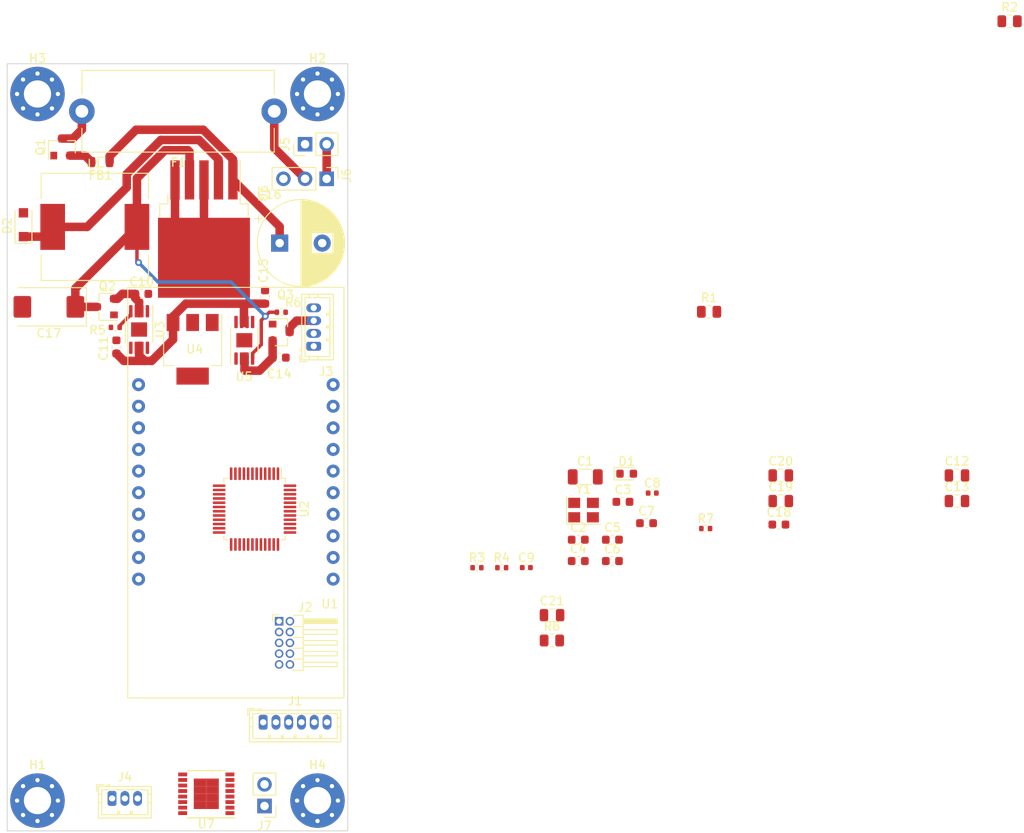
<source format=kicad_pcb>
(kicad_pcb (version 20171130) (host pcbnew "(5.1.9)-1")

  (general
    (thickness 1.6)
    (drawings 5)
    (tracks 81)
    (zones 0)
    (modules 56)
    (nets 91)
  )

  (page A4)
  (layers
    (0 F.Cu signal)
    (31 B.Cu signal)
    (32 B.Adhes user)
    (33 F.Adhes user)
    (34 B.Paste user)
    (35 F.Paste user)
    (36 B.SilkS user)
    (37 F.SilkS user)
    (38 B.Mask user)
    (39 F.Mask user)
    (40 Dwgs.User user)
    (41 Cmts.User user)
    (42 Eco1.User user)
    (43 Eco2.User user)
    (44 Edge.Cuts user)
    (45 Margin user)
    (46 B.CrtYd user)
    (47 F.CrtYd user)
    (48 B.Fab user hide)
    (49 F.Fab user hide)
  )

  (setup
    (last_trace_width 0.4)
    (user_trace_width 0.4)
    (user_trace_width 0.5)
    (user_trace_width 1)
    (trace_clearance 0.2)
    (zone_clearance 0.508)
    (zone_45_only no)
    (trace_min 0.2)
    (via_size 0.8)
    (via_drill 0.4)
    (via_min_size 0.4)
    (via_min_drill 0.3)
    (uvia_size 0.3)
    (uvia_drill 0.1)
    (uvias_allowed no)
    (uvia_min_size 0.2)
    (uvia_min_drill 0.1)
    (edge_width 0.1)
    (segment_width 0.2)
    (pcb_text_width 0.3)
    (pcb_text_size 1.5 1.5)
    (mod_edge_width 0.15)
    (mod_text_size 1 1)
    (mod_text_width 0.15)
    (pad_size 1.524 1.524)
    (pad_drill 0.762)
    (pad_to_mask_clearance 0)
    (aux_axis_origin 0 0)
    (visible_elements FFFFFF7F)
    (pcbplotparams
      (layerselection 0x010fc_ffffffff)
      (usegerberextensions false)
      (usegerberattributes true)
      (usegerberadvancedattributes true)
      (creategerberjobfile true)
      (excludeedgelayer true)
      (linewidth 0.100000)
      (plotframeref false)
      (viasonmask false)
      (mode 1)
      (useauxorigin false)
      (hpglpennumber 1)
      (hpglpenspeed 20)
      (hpglpendiameter 15.000000)
      (psnegative false)
      (psa4output false)
      (plotreference true)
      (plotvalue true)
      (plotinvisibletext false)
      (padsonsilk false)
      (subtractmaskfromsilk false)
      (outputformat 1)
      (mirror false)
      (drillshape 1)
      (scaleselection 1)
      (outputdirectory ""))
  )

  (net 0 "")
  (net 1 +3V3)
  (net 2 GND)
  (net 3 /STM32G030C8T6/HSE_IN)
  (net 4 "Net-(C9-Pad1)")
  (net 5 "Net-(C10-Pad1)")
  (net 6 +5V)
  (net 7 "Net-(C14-Pad1)")
  (net 8 +12V)
  (net 9 /5V-buck/5V)
  (net 10 /DRV8848/VINT)
  (net 11 POT)
  (net 12 "Net-(D1-Pad1)")
  (net 13 "Net-(D1-Pad2)")
  (net 14 "Net-(D2-Pad1)")
  (net 15 "Net-(F1-Pad1)")
  (net 16 PWR+)
  (net 17 "Net-(FB1-Pad2)")
  (net 18 HIT_INT)
  (net 19 SCL)
  (net 20 SDA)
  (net 21 /10pinARM/SWDIO)
  (net 22 /10pinARM/SWCLK)
  (net 23 /10pinARM/SWO)
  (net 24 "Net-(J2-Pad7)")
  (net 25 "Net-(J2-Pad8)")
  (net 26 /10pinARM/NRST)
  (net 27 /jst-dbg/DBG_TX)
  (net 28 /jst-dbg/DBG_RX)
  (net 29 USB-5V)
  (net 30 "Net-(J4-Pad2)")
  (net 31 "Net-(J5-Pad2)")
  (net 32 M+)
  (net 33 M-)
  (net 34 /STM32G030C8T6/HSE_OUT)
  (net 35 /power_protect/EN)
  (net 36 DRV_FAULT)
  (net 37 LORA_INT)
  (net 38 "Net-(U1-Pad4)")
  (net 39 "Net-(U1-Pad5)")
  (net 40 "Net-(U1-Pad6)")
  (net 41 "Net-(U1-Pad7)")
  (net 42 "Net-(U1-Pad8)")
  (net 43 "Net-(U1-Pad9)")
  (net 44 "Net-(U1-Pad10)")
  (net 45 "Net-(U1-Pad13)")
  (net 46 "Net-(U1-Pad14)")
  (net 47 "Net-(U1-Pad15)")
  (net 48 "Net-(U1-Pad16)")
  (net 49 "Net-(U1-Pad17)")
  (net 50 "Net-(U1-Pad18)")
  (net 51 "Net-(U1-Pad19)")
  (net 52 "Net-(U1-Pad20)")
  (net 53 "Net-(U2-Pad2)")
  (net 54 "Net-(U2-Pad3)")
  (net 55 /STM32G030C8T6/PA1)
  (net 56 /STM32G030C8T6/PA2)
  (net 57 /STM32G030C8T6/PA3)
  (net 58 DRV_SLEEP)
  (net 59 MOTOR_A)
  (net 60 MOTOR_B)
  (net 61 /STM32G030C8T6/PB0)
  (net 62 /STM32G030C8T6/PB1)
  (net 63 /STM32G030C8T6/PB2)
  (net 64 /STM32G030C8T6/PB10)
  (net 65 /STM32G030C8T6/PB11)
  (net 66 /STM32G030C8T6/PB12)
  (net 67 /STM32G030C8T6/PB13)
  (net 68 /STM32G030C8T6/PB14)
  (net 69 /STM32G030C8T6/PB15)
  (net 70 /STM32G030C8T6/PA8)
  (net 71 /STM32G030C8T6/PC6)
  (net 72 /STM32G030C8T6/PC7)
  (net 73 /STM32G030C8T6/PA11)
  (net 74 /STM32G030C8T6/PA12)
  (net 75 /STM32G030C8T6/PA15)
  (net 76 /STM32G030C8T6/PD0)
  (net 77 /STM32G030C8T6/PD1)
  (net 78 /STM32G030C8T6/PD2)
  (net 79 /STM32G030C8T6/PD3)
  (net 80 /STM32G030C8T6/PB3)
  (net 81 /STM32G030C8T6/PB4)
  (net 82 /STM32G030C8T6/PB5)
  (net 83 "Net-(U3-Pad5)")
  (net 84 "Net-(U3-Pad8)")
  (net 85 "Net-(U5-Pad8)")
  (net 86 "Net-(U5-Pad5)")
  (net 87 "Net-(U7-Pad5)")
  (net 88 "Net-(U7-Pad7)")
  (net 89 "Net-(U7-Pad9)")
  (net 90 "Net-(U7-Pad10)")

  (net_class Default "This is the default net class."
    (clearance 0.2)
    (trace_width 0.25)
    (via_dia 0.8)
    (via_drill 0.4)
    (uvia_dia 0.3)
    (uvia_drill 0.1)
    (add_net +12V)
    (add_net +3V3)
    (add_net +5V)
    (add_net /10pinARM/NRST)
    (add_net /10pinARM/SWCLK)
    (add_net /10pinARM/SWDIO)
    (add_net /10pinARM/SWO)
    (add_net /5V-buck/5V)
    (add_net /DRV8848/VINT)
    (add_net /STM32G030C8T6/HSE_IN)
    (add_net /STM32G030C8T6/HSE_OUT)
    (add_net /STM32G030C8T6/PA1)
    (add_net /STM32G030C8T6/PA11)
    (add_net /STM32G030C8T6/PA12)
    (add_net /STM32G030C8T6/PA15)
    (add_net /STM32G030C8T6/PA2)
    (add_net /STM32G030C8T6/PA3)
    (add_net /STM32G030C8T6/PA8)
    (add_net /STM32G030C8T6/PB0)
    (add_net /STM32G030C8T6/PB1)
    (add_net /STM32G030C8T6/PB10)
    (add_net /STM32G030C8T6/PB11)
    (add_net /STM32G030C8T6/PB12)
    (add_net /STM32G030C8T6/PB13)
    (add_net /STM32G030C8T6/PB14)
    (add_net /STM32G030C8T6/PB15)
    (add_net /STM32G030C8T6/PB2)
    (add_net /STM32G030C8T6/PB3)
    (add_net /STM32G030C8T6/PB4)
    (add_net /STM32G030C8T6/PB5)
    (add_net /STM32G030C8T6/PC6)
    (add_net /STM32G030C8T6/PC7)
    (add_net /STM32G030C8T6/PD0)
    (add_net /STM32G030C8T6/PD1)
    (add_net /STM32G030C8T6/PD2)
    (add_net /STM32G030C8T6/PD3)
    (add_net /jst-dbg/DBG_RX)
    (add_net /jst-dbg/DBG_TX)
    (add_net /power_protect/EN)
    (add_net DRV_FAULT)
    (add_net DRV_SLEEP)
    (add_net GND)
    (add_net HIT_INT)
    (add_net LORA_INT)
    (add_net M+)
    (add_net M-)
    (add_net MOTOR_A)
    (add_net MOTOR_B)
    (add_net "Net-(C10-Pad1)")
    (add_net "Net-(C14-Pad1)")
    (add_net "Net-(C9-Pad1)")
    (add_net "Net-(D1-Pad1)")
    (add_net "Net-(D1-Pad2)")
    (add_net "Net-(D2-Pad1)")
    (add_net "Net-(F1-Pad1)")
    (add_net "Net-(FB1-Pad2)")
    (add_net "Net-(J2-Pad7)")
    (add_net "Net-(J2-Pad8)")
    (add_net "Net-(J4-Pad2)")
    (add_net "Net-(J5-Pad2)")
    (add_net "Net-(U1-Pad10)")
    (add_net "Net-(U1-Pad13)")
    (add_net "Net-(U1-Pad14)")
    (add_net "Net-(U1-Pad15)")
    (add_net "Net-(U1-Pad16)")
    (add_net "Net-(U1-Pad17)")
    (add_net "Net-(U1-Pad18)")
    (add_net "Net-(U1-Pad19)")
    (add_net "Net-(U1-Pad20)")
    (add_net "Net-(U1-Pad4)")
    (add_net "Net-(U1-Pad5)")
    (add_net "Net-(U1-Pad6)")
    (add_net "Net-(U1-Pad7)")
    (add_net "Net-(U1-Pad8)")
    (add_net "Net-(U1-Pad9)")
    (add_net "Net-(U2-Pad2)")
    (add_net "Net-(U2-Pad3)")
    (add_net "Net-(U3-Pad5)")
    (add_net "Net-(U3-Pad8)")
    (add_net "Net-(U5-Pad5)")
    (add_net "Net-(U5-Pad8)")
    (add_net "Net-(U7-Pad10)")
    (add_net "Net-(U7-Pad5)")
    (add_net "Net-(U7-Pad7)")
    (add_net "Net-(U7-Pad9)")
    (add_net POT)
    (add_net PWR+)
    (add_net SCL)
    (add_net SDA)
    (add_net USB-5V)
  )

  (module Capacitor_SMD:C_1206_3216Metric (layer F.Cu) (tedit 5F68FEEE) (tstamp 611EC3BF)
    (at 144.231001 111.304001)
    (descr "Capacitor SMD 1206 (3216 Metric), square (rectangular) end terminal, IPC_7351 nominal, (Body size source: IPC-SM-782 page 76, https://www.pcb-3d.com/wordpress/wp-content/uploads/ipc-sm-782a_amendment_1_and_2.pdf), generated with kicad-footprint-generator")
    (tags capacitor)
    (path /611C518B/61169E26)
    (attr smd)
    (fp_text reference C1 (at 0 -1.85) (layer F.SilkS)
      (effects (font (size 1 1) (thickness 0.15)))
    )
    (fp_text value 4u7 (at 0 1.85) (layer F.Fab)
      (effects (font (size 1 1) (thickness 0.15)))
    )
    (fp_line (start 2.3 1.15) (end -2.3 1.15) (layer F.CrtYd) (width 0.05))
    (fp_line (start 2.3 -1.15) (end 2.3 1.15) (layer F.CrtYd) (width 0.05))
    (fp_line (start -2.3 -1.15) (end 2.3 -1.15) (layer F.CrtYd) (width 0.05))
    (fp_line (start -2.3 1.15) (end -2.3 -1.15) (layer F.CrtYd) (width 0.05))
    (fp_line (start -0.711252 0.91) (end 0.711252 0.91) (layer F.SilkS) (width 0.12))
    (fp_line (start -0.711252 -0.91) (end 0.711252 -0.91) (layer F.SilkS) (width 0.12))
    (fp_line (start 1.6 0.8) (end -1.6 0.8) (layer F.Fab) (width 0.1))
    (fp_line (start 1.6 -0.8) (end 1.6 0.8) (layer F.Fab) (width 0.1))
    (fp_line (start -1.6 -0.8) (end 1.6 -0.8) (layer F.Fab) (width 0.1))
    (fp_line (start -1.6 0.8) (end -1.6 -0.8) (layer F.Fab) (width 0.1))
    (fp_text user %R (at 0 0) (layer F.Fab)
      (effects (font (size 0.8 0.8) (thickness 0.12)))
    )
    (pad 1 smd roundrect (at -1.475 0) (size 1.15 1.8) (layers F.Cu F.Paste F.Mask) (roundrect_rratio 0.217391)
      (net 1 +3V3))
    (pad 2 smd roundrect (at 1.475 0) (size 1.15 1.8) (layers F.Cu F.Paste F.Mask) (roundrect_rratio 0.217391)
      (net 2 GND))
    (model ${KISYS3DMOD}/Capacitor_SMD.3dshapes/C_1206_3216Metric.wrl
      (at (xyz 0 0 0))
      (scale (xyz 1 1 1))
      (rotate (xyz 0 0 0))
    )
  )

  (module Capacitor_SMD:C_0603_1608Metric (layer F.Cu) (tedit 5F68FEEE) (tstamp 611EC3D0)
    (at 143.411001 118.684001)
    (descr "Capacitor SMD 0603 (1608 Metric), square (rectangular) end terminal, IPC_7351 nominal, (Body size source: IPC-SM-782 page 76, https://www.pcb-3d.com/wordpress/wp-content/uploads/ipc-sm-782a_amendment_1_and_2.pdf), generated with kicad-footprint-generator")
    (tags capacitor)
    (path /611C518B/61169E2D)
    (attr smd)
    (fp_text reference C2 (at 0 -1.43) (layer F.SilkS)
      (effects (font (size 1 1) (thickness 0.15)))
    )
    (fp_text value 100n (at 0 1.43) (layer F.Fab)
      (effects (font (size 1 1) (thickness 0.15)))
    )
    (fp_text user %R (at 0 0) (layer F.Fab)
      (effects (font (size 0.4 0.4) (thickness 0.06)))
    )
    (fp_line (start -0.8 0.4) (end -0.8 -0.4) (layer F.Fab) (width 0.1))
    (fp_line (start -0.8 -0.4) (end 0.8 -0.4) (layer F.Fab) (width 0.1))
    (fp_line (start 0.8 -0.4) (end 0.8 0.4) (layer F.Fab) (width 0.1))
    (fp_line (start 0.8 0.4) (end -0.8 0.4) (layer F.Fab) (width 0.1))
    (fp_line (start -0.14058 -0.51) (end 0.14058 -0.51) (layer F.SilkS) (width 0.12))
    (fp_line (start -0.14058 0.51) (end 0.14058 0.51) (layer F.SilkS) (width 0.12))
    (fp_line (start -1.48 0.73) (end -1.48 -0.73) (layer F.CrtYd) (width 0.05))
    (fp_line (start -1.48 -0.73) (end 1.48 -0.73) (layer F.CrtYd) (width 0.05))
    (fp_line (start 1.48 -0.73) (end 1.48 0.73) (layer F.CrtYd) (width 0.05))
    (fp_line (start 1.48 0.73) (end -1.48 0.73) (layer F.CrtYd) (width 0.05))
    (pad 2 smd roundrect (at 0.775 0) (size 0.9 0.95) (layers F.Cu F.Paste F.Mask) (roundrect_rratio 0.25)
      (net 2 GND))
    (pad 1 smd roundrect (at -0.775 0) (size 0.9 0.95) (layers F.Cu F.Paste F.Mask) (roundrect_rratio 0.25)
      (net 1 +3V3))
    (model ${KISYS3DMOD}/Capacitor_SMD.3dshapes/C_0603_1608Metric.wrl
      (at (xyz 0 0 0))
      (scale (xyz 1 1 1))
      (rotate (xyz 0 0 0))
    )
  )

  (module Capacitor_SMD:C_0603_1608Metric (layer F.Cu) (tedit 5F68FEEE) (tstamp 611EC3E1)
    (at 148.661001 114.234001)
    (descr "Capacitor SMD 0603 (1608 Metric), square (rectangular) end terminal, IPC_7351 nominal, (Body size source: IPC-SM-782 page 76, https://www.pcb-3d.com/wordpress/wp-content/uploads/ipc-sm-782a_amendment_1_and_2.pdf), generated with kicad-footprint-generator")
    (tags capacitor)
    (path /611C518B/61169E34)
    (attr smd)
    (fp_text reference C3 (at 0 -1.43) (layer F.SilkS)
      (effects (font (size 1 1) (thickness 0.15)))
    )
    (fp_text value 100n (at 0 1.43) (layer F.Fab)
      (effects (font (size 1 1) (thickness 0.15)))
    )
    (fp_line (start 1.48 0.73) (end -1.48 0.73) (layer F.CrtYd) (width 0.05))
    (fp_line (start 1.48 -0.73) (end 1.48 0.73) (layer F.CrtYd) (width 0.05))
    (fp_line (start -1.48 -0.73) (end 1.48 -0.73) (layer F.CrtYd) (width 0.05))
    (fp_line (start -1.48 0.73) (end -1.48 -0.73) (layer F.CrtYd) (width 0.05))
    (fp_line (start -0.14058 0.51) (end 0.14058 0.51) (layer F.SilkS) (width 0.12))
    (fp_line (start -0.14058 -0.51) (end 0.14058 -0.51) (layer F.SilkS) (width 0.12))
    (fp_line (start 0.8 0.4) (end -0.8 0.4) (layer F.Fab) (width 0.1))
    (fp_line (start 0.8 -0.4) (end 0.8 0.4) (layer F.Fab) (width 0.1))
    (fp_line (start -0.8 -0.4) (end 0.8 -0.4) (layer F.Fab) (width 0.1))
    (fp_line (start -0.8 0.4) (end -0.8 -0.4) (layer F.Fab) (width 0.1))
    (fp_text user %R (at 0 0) (layer F.Fab)
      (effects (font (size 0.4 0.4) (thickness 0.06)))
    )
    (pad 1 smd roundrect (at -0.775 0) (size 0.9 0.95) (layers F.Cu F.Paste F.Mask) (roundrect_rratio 0.25)
      (net 1 +3V3))
    (pad 2 smd roundrect (at 0.775 0) (size 0.9 0.95) (layers F.Cu F.Paste F.Mask) (roundrect_rratio 0.25)
      (net 2 GND))
    (model ${KISYS3DMOD}/Capacitor_SMD.3dshapes/C_0603_1608Metric.wrl
      (at (xyz 0 0 0))
      (scale (xyz 1 1 1))
      (rotate (xyz 0 0 0))
    )
  )

  (module Capacitor_SMD:C_0603_1608Metric (layer F.Cu) (tedit 5F68FEEE) (tstamp 611EC3F2)
    (at 143.411001 121.194001)
    (descr "Capacitor SMD 0603 (1608 Metric), square (rectangular) end terminal, IPC_7351 nominal, (Body size source: IPC-SM-782 page 76, https://www.pcb-3d.com/wordpress/wp-content/uploads/ipc-sm-782a_amendment_1_and_2.pdf), generated with kicad-footprint-generator")
    (tags capacitor)
    (path /611C518B/61169E3B)
    (attr smd)
    (fp_text reference C4 (at 0 -1.43) (layer F.SilkS)
      (effects (font (size 1 1) (thickness 0.15)))
    )
    (fp_text value 100n (at 0 1.43) (layer F.Fab)
      (effects (font (size 1 1) (thickness 0.15)))
    )
    (fp_line (start 1.48 0.73) (end -1.48 0.73) (layer F.CrtYd) (width 0.05))
    (fp_line (start 1.48 -0.73) (end 1.48 0.73) (layer F.CrtYd) (width 0.05))
    (fp_line (start -1.48 -0.73) (end 1.48 -0.73) (layer F.CrtYd) (width 0.05))
    (fp_line (start -1.48 0.73) (end -1.48 -0.73) (layer F.CrtYd) (width 0.05))
    (fp_line (start -0.14058 0.51) (end 0.14058 0.51) (layer F.SilkS) (width 0.12))
    (fp_line (start -0.14058 -0.51) (end 0.14058 -0.51) (layer F.SilkS) (width 0.12))
    (fp_line (start 0.8 0.4) (end -0.8 0.4) (layer F.Fab) (width 0.1))
    (fp_line (start 0.8 -0.4) (end 0.8 0.4) (layer F.Fab) (width 0.1))
    (fp_line (start -0.8 -0.4) (end 0.8 -0.4) (layer F.Fab) (width 0.1))
    (fp_line (start -0.8 0.4) (end -0.8 -0.4) (layer F.Fab) (width 0.1))
    (fp_text user %R (at 0 0) (layer F.Fab)
      (effects (font (size 0.4 0.4) (thickness 0.06)))
    )
    (pad 1 smd roundrect (at -0.775 0) (size 0.9 0.95) (layers F.Cu F.Paste F.Mask) (roundrect_rratio 0.25)
      (net 1 +3V3))
    (pad 2 smd roundrect (at 0.775 0) (size 0.9 0.95) (layers F.Cu F.Paste F.Mask) (roundrect_rratio 0.25)
      (net 2 GND))
    (model ${KISYS3DMOD}/Capacitor_SMD.3dshapes/C_0603_1608Metric.wrl
      (at (xyz 0 0 0))
      (scale (xyz 1 1 1))
      (rotate (xyz 0 0 0))
    )
  )

  (module Capacitor_SMD:C_0603_1608Metric (layer F.Cu) (tedit 5F68FEEE) (tstamp 611EC403)
    (at 147.421001 118.684001)
    (descr "Capacitor SMD 0603 (1608 Metric), square (rectangular) end terminal, IPC_7351 nominal, (Body size source: IPC-SM-782 page 76, https://www.pcb-3d.com/wordpress/wp-content/uploads/ipc-sm-782a_amendment_1_and_2.pdf), generated with kicad-footprint-generator")
    (tags capacitor)
    (path /611C518B/61175BE9)
    (attr smd)
    (fp_text reference C5 (at 0 -1.43) (layer F.SilkS)
      (effects (font (size 1 1) (thickness 0.15)))
    )
    (fp_text value 100n (at 0 1.43) (layer F.Fab)
      (effects (font (size 1 1) (thickness 0.15)))
    )
    (fp_line (start 1.48 0.73) (end -1.48 0.73) (layer F.CrtYd) (width 0.05))
    (fp_line (start 1.48 -0.73) (end 1.48 0.73) (layer F.CrtYd) (width 0.05))
    (fp_line (start -1.48 -0.73) (end 1.48 -0.73) (layer F.CrtYd) (width 0.05))
    (fp_line (start -1.48 0.73) (end -1.48 -0.73) (layer F.CrtYd) (width 0.05))
    (fp_line (start -0.14058 0.51) (end 0.14058 0.51) (layer F.SilkS) (width 0.12))
    (fp_line (start -0.14058 -0.51) (end 0.14058 -0.51) (layer F.SilkS) (width 0.12))
    (fp_line (start 0.8 0.4) (end -0.8 0.4) (layer F.Fab) (width 0.1))
    (fp_line (start 0.8 -0.4) (end 0.8 0.4) (layer F.Fab) (width 0.1))
    (fp_line (start -0.8 -0.4) (end 0.8 -0.4) (layer F.Fab) (width 0.1))
    (fp_line (start -0.8 0.4) (end -0.8 -0.4) (layer F.Fab) (width 0.1))
    (fp_text user %R (at 0 0) (layer F.Fab)
      (effects (font (size 0.4 0.4) (thickness 0.06)))
    )
    (pad 1 smd roundrect (at -0.775 0) (size 0.9 0.95) (layers F.Cu F.Paste F.Mask) (roundrect_rratio 0.25)
      (net 1 +3V3))
    (pad 2 smd roundrect (at 0.775 0) (size 0.9 0.95) (layers F.Cu F.Paste F.Mask) (roundrect_rratio 0.25)
      (net 2 GND))
    (model ${KISYS3DMOD}/Capacitor_SMD.3dshapes/C_0603_1608Metric.wrl
      (at (xyz 0 0 0))
      (scale (xyz 1 1 1))
      (rotate (xyz 0 0 0))
    )
  )

  (module Capacitor_SMD:C_0603_1608Metric (layer F.Cu) (tedit 5F68FEEE) (tstamp 611EC414)
    (at 147.421001 121.194001)
    (descr "Capacitor SMD 0603 (1608 Metric), square (rectangular) end terminal, IPC_7351 nominal, (Body size source: IPC-SM-782 page 76, https://www.pcb-3d.com/wordpress/wp-content/uploads/ipc-sm-782a_amendment_1_and_2.pdf), generated with kicad-footprint-generator")
    (tags capacitor)
    (path /611C518B/611762EE)
    (attr smd)
    (fp_text reference C6 (at 0 -1.43) (layer F.SilkS)
      (effects (font (size 1 1) (thickness 0.15)))
    )
    (fp_text value 100n (at 0 1.43) (layer F.Fab)
      (effects (font (size 1 1) (thickness 0.15)))
    )
    (fp_text user %R (at 0 0) (layer F.Fab)
      (effects (font (size 0.4 0.4) (thickness 0.06)))
    )
    (fp_line (start -0.8 0.4) (end -0.8 -0.4) (layer F.Fab) (width 0.1))
    (fp_line (start -0.8 -0.4) (end 0.8 -0.4) (layer F.Fab) (width 0.1))
    (fp_line (start 0.8 -0.4) (end 0.8 0.4) (layer F.Fab) (width 0.1))
    (fp_line (start 0.8 0.4) (end -0.8 0.4) (layer F.Fab) (width 0.1))
    (fp_line (start -0.14058 -0.51) (end 0.14058 -0.51) (layer F.SilkS) (width 0.12))
    (fp_line (start -0.14058 0.51) (end 0.14058 0.51) (layer F.SilkS) (width 0.12))
    (fp_line (start -1.48 0.73) (end -1.48 -0.73) (layer F.CrtYd) (width 0.05))
    (fp_line (start -1.48 -0.73) (end 1.48 -0.73) (layer F.CrtYd) (width 0.05))
    (fp_line (start 1.48 -0.73) (end 1.48 0.73) (layer F.CrtYd) (width 0.05))
    (fp_line (start 1.48 0.73) (end -1.48 0.73) (layer F.CrtYd) (width 0.05))
    (pad 2 smd roundrect (at 0.775 0) (size 0.9 0.95) (layers F.Cu F.Paste F.Mask) (roundrect_rratio 0.25)
      (net 2 GND))
    (pad 1 smd roundrect (at -0.775 0) (size 0.9 0.95) (layers F.Cu F.Paste F.Mask) (roundrect_rratio 0.25)
      (net 1 +3V3))
    (model ${KISYS3DMOD}/Capacitor_SMD.3dshapes/C_0603_1608Metric.wrl
      (at (xyz 0 0 0))
      (scale (xyz 1 1 1))
      (rotate (xyz 0 0 0))
    )
  )

  (module Capacitor_SMD:C_0603_1608Metric (layer F.Cu) (tedit 5F68FEEE) (tstamp 611EC425)
    (at 151.431001 116.744001)
    (descr "Capacitor SMD 0603 (1608 Metric), square (rectangular) end terminal, IPC_7351 nominal, (Body size source: IPC-SM-782 page 76, https://www.pcb-3d.com/wordpress/wp-content/uploads/ipc-sm-782a_amendment_1_and_2.pdf), generated with kicad-footprint-generator")
    (tags capacitor)
    (path /611C518B/61176759)
    (attr smd)
    (fp_text reference C7 (at 0 -1.43) (layer F.SilkS)
      (effects (font (size 1 1) (thickness 0.15)))
    )
    (fp_text value 100n (at 0 1.43) (layer F.Fab)
      (effects (font (size 1 1) (thickness 0.15)))
    )
    (fp_text user %R (at 0 0) (layer F.Fab)
      (effects (font (size 0.4 0.4) (thickness 0.06)))
    )
    (fp_line (start -0.8 0.4) (end -0.8 -0.4) (layer F.Fab) (width 0.1))
    (fp_line (start -0.8 -0.4) (end 0.8 -0.4) (layer F.Fab) (width 0.1))
    (fp_line (start 0.8 -0.4) (end 0.8 0.4) (layer F.Fab) (width 0.1))
    (fp_line (start 0.8 0.4) (end -0.8 0.4) (layer F.Fab) (width 0.1))
    (fp_line (start -0.14058 -0.51) (end 0.14058 -0.51) (layer F.SilkS) (width 0.12))
    (fp_line (start -0.14058 0.51) (end 0.14058 0.51) (layer F.SilkS) (width 0.12))
    (fp_line (start -1.48 0.73) (end -1.48 -0.73) (layer F.CrtYd) (width 0.05))
    (fp_line (start -1.48 -0.73) (end 1.48 -0.73) (layer F.CrtYd) (width 0.05))
    (fp_line (start 1.48 -0.73) (end 1.48 0.73) (layer F.CrtYd) (width 0.05))
    (fp_line (start 1.48 0.73) (end -1.48 0.73) (layer F.CrtYd) (width 0.05))
    (pad 2 smd roundrect (at 0.775 0) (size 0.9 0.95) (layers F.Cu F.Paste F.Mask) (roundrect_rratio 0.25)
      (net 2 GND))
    (pad 1 smd roundrect (at -0.775 0) (size 0.9 0.95) (layers F.Cu F.Paste F.Mask) (roundrect_rratio 0.25)
      (net 1 +3V3))
    (model ${KISYS3DMOD}/Capacitor_SMD.3dshapes/C_0603_1608Metric.wrl
      (at (xyz 0 0 0))
      (scale (xyz 1 1 1))
      (rotate (xyz 0 0 0))
    )
  )

  (module Capacitor_SMD:C_0402_1005Metric (layer F.Cu) (tedit 5F68FEEE) (tstamp 611EC436)
    (at 152.101001 113.204001)
    (descr "Capacitor SMD 0402 (1005 Metric), square (rectangular) end terminal, IPC_7351 nominal, (Body size source: IPC-SM-782 page 76, https://www.pcb-3d.com/wordpress/wp-content/uploads/ipc-sm-782a_amendment_1_and_2.pdf), generated with kicad-footprint-generator")
    (tags capacitor)
    (path /611C518B/61169E0A)
    (attr smd)
    (fp_text reference C8 (at 0 -1.16) (layer F.SilkS)
      (effects (font (size 1 1) (thickness 0.15)))
    )
    (fp_text value 12p (at 0 1.16) (layer F.Fab)
      (effects (font (size 1 1) (thickness 0.15)))
    )
    (fp_line (start 0.91 0.46) (end -0.91 0.46) (layer F.CrtYd) (width 0.05))
    (fp_line (start 0.91 -0.46) (end 0.91 0.46) (layer F.CrtYd) (width 0.05))
    (fp_line (start -0.91 -0.46) (end 0.91 -0.46) (layer F.CrtYd) (width 0.05))
    (fp_line (start -0.91 0.46) (end -0.91 -0.46) (layer F.CrtYd) (width 0.05))
    (fp_line (start -0.107836 0.36) (end 0.107836 0.36) (layer F.SilkS) (width 0.12))
    (fp_line (start -0.107836 -0.36) (end 0.107836 -0.36) (layer F.SilkS) (width 0.12))
    (fp_line (start 0.5 0.25) (end -0.5 0.25) (layer F.Fab) (width 0.1))
    (fp_line (start 0.5 -0.25) (end 0.5 0.25) (layer F.Fab) (width 0.1))
    (fp_line (start -0.5 -0.25) (end 0.5 -0.25) (layer F.Fab) (width 0.1))
    (fp_line (start -0.5 0.25) (end -0.5 -0.25) (layer F.Fab) (width 0.1))
    (fp_text user %R (at 0 0) (layer F.Fab)
      (effects (font (size 0.25 0.25) (thickness 0.04)))
    )
    (pad 1 smd roundrect (at -0.48 0) (size 0.56 0.62) (layers F.Cu F.Paste F.Mask) (roundrect_rratio 0.25)
      (net 3 /STM32G030C8T6/HSE_IN))
    (pad 2 smd roundrect (at 0.48 0) (size 0.56 0.62) (layers F.Cu F.Paste F.Mask) (roundrect_rratio 0.25)
      (net 2 GND))
    (model ${KISYS3DMOD}/Capacitor_SMD.3dshapes/C_0402_1005Metric.wrl
      (at (xyz 0 0 0))
      (scale (xyz 1 1 1))
      (rotate (xyz 0 0 0))
    )
  )

  (module Capacitor_SMD:C_0402_1005Metric (layer F.Cu) (tedit 5F68FEEE) (tstamp 611EC447)
    (at 137.311001 121.964001)
    (descr "Capacitor SMD 0402 (1005 Metric), square (rectangular) end terminal, IPC_7351 nominal, (Body size source: IPC-SM-782 page 76, https://www.pcb-3d.com/wordpress/wp-content/uploads/ipc-sm-782a_amendment_1_and_2.pdf), generated with kicad-footprint-generator")
    (tags capacitor)
    (path /611C518B/61169E03)
    (attr smd)
    (fp_text reference C9 (at 0 -1.16) (layer F.SilkS)
      (effects (font (size 1 1) (thickness 0.15)))
    )
    (fp_text value 12p (at 0 1.16) (layer F.Fab)
      (effects (font (size 1 1) (thickness 0.15)))
    )
    (fp_text user %R (at 0 0) (layer F.Fab)
      (effects (font (size 0.25 0.25) (thickness 0.04)))
    )
    (fp_line (start -0.5 0.25) (end -0.5 -0.25) (layer F.Fab) (width 0.1))
    (fp_line (start -0.5 -0.25) (end 0.5 -0.25) (layer F.Fab) (width 0.1))
    (fp_line (start 0.5 -0.25) (end 0.5 0.25) (layer F.Fab) (width 0.1))
    (fp_line (start 0.5 0.25) (end -0.5 0.25) (layer F.Fab) (width 0.1))
    (fp_line (start -0.107836 -0.36) (end 0.107836 -0.36) (layer F.SilkS) (width 0.12))
    (fp_line (start -0.107836 0.36) (end 0.107836 0.36) (layer F.SilkS) (width 0.12))
    (fp_line (start -0.91 0.46) (end -0.91 -0.46) (layer F.CrtYd) (width 0.05))
    (fp_line (start -0.91 -0.46) (end 0.91 -0.46) (layer F.CrtYd) (width 0.05))
    (fp_line (start 0.91 -0.46) (end 0.91 0.46) (layer F.CrtYd) (width 0.05))
    (fp_line (start 0.91 0.46) (end -0.91 0.46) (layer F.CrtYd) (width 0.05))
    (pad 2 smd roundrect (at 0.48 0) (size 0.56 0.62) (layers F.Cu F.Paste F.Mask) (roundrect_rratio 0.25)
      (net 2 GND))
    (pad 1 smd roundrect (at -0.48 0) (size 0.56 0.62) (layers F.Cu F.Paste F.Mask) (roundrect_rratio 0.25)
      (net 4 "Net-(C9-Pad1)"))
    (model ${KISYS3DMOD}/Capacitor_SMD.3dshapes/C_0402_1005Metric.wrl
      (at (xyz 0 0 0))
      (scale (xyz 1 1 1))
      (rotate (xyz 0 0 0))
    )
  )

  (module Capacitor_SMD:C_0603_1608Metric (layer F.Cu) (tedit 5F68FEEE) (tstamp 611EC458)
    (at 92.1255 89.789)
    (descr "Capacitor SMD 0603 (1608 Metric), square (rectangular) end terminal, IPC_7351 nominal, (Body size source: IPC-SM-782 page 76, https://www.pcb-3d.com/wordpress/wp-content/uploads/ipc-sm-782a_amendment_1_and_2.pdf), generated with kicad-footprint-generator")
    (tags capacitor)
    (path /611E498E/61181872)
    (attr smd)
    (fp_text reference C10 (at 0 -1.43) (layer F.SilkS)
      (effects (font (size 1 1) (thickness 0.15)))
    )
    (fp_text value 100n (at 0 1.43) (layer F.Fab)
      (effects (font (size 1 1) (thickness 0.15)))
    )
    (fp_text user %R (at 0 0) (layer F.Fab)
      (effects (font (size 0.4 0.4) (thickness 0.06)))
    )
    (fp_line (start -0.8 0.4) (end -0.8 -0.4) (layer F.Fab) (width 0.1))
    (fp_line (start -0.8 -0.4) (end 0.8 -0.4) (layer F.Fab) (width 0.1))
    (fp_line (start 0.8 -0.4) (end 0.8 0.4) (layer F.Fab) (width 0.1))
    (fp_line (start 0.8 0.4) (end -0.8 0.4) (layer F.Fab) (width 0.1))
    (fp_line (start -0.14058 -0.51) (end 0.14058 -0.51) (layer F.SilkS) (width 0.12))
    (fp_line (start -0.14058 0.51) (end 0.14058 0.51) (layer F.SilkS) (width 0.12))
    (fp_line (start -1.48 0.73) (end -1.48 -0.73) (layer F.CrtYd) (width 0.05))
    (fp_line (start -1.48 -0.73) (end 1.48 -0.73) (layer F.CrtYd) (width 0.05))
    (fp_line (start 1.48 -0.73) (end 1.48 0.73) (layer F.CrtYd) (width 0.05))
    (fp_line (start 1.48 0.73) (end -1.48 0.73) (layer F.CrtYd) (width 0.05))
    (pad 2 smd roundrect (at 0.775 0) (size 0.9 0.95) (layers F.Cu F.Paste F.Mask) (roundrect_rratio 0.25)
      (net 2 GND))
    (pad 1 smd roundrect (at -0.775 0) (size 0.9 0.95) (layers F.Cu F.Paste F.Mask) (roundrect_rratio 0.25)
      (net 5 "Net-(C10-Pad1)"))
    (model ${KISYS3DMOD}/Capacitor_SMD.3dshapes/C_0603_1608Metric.wrl
      (at (xyz 0 0 0))
      (scale (xyz 1 1 1))
      (rotate (xyz 0 0 0))
    )
  )

  (module Capacitor_SMD:C_0603_1608Metric (layer F.Cu) (tedit 5F68FEEE) (tstamp 611EC469)
    (at 89.154 96.025 90)
    (descr "Capacitor SMD 0603 (1608 Metric), square (rectangular) end terminal, IPC_7351 nominal, (Body size source: IPC-SM-782 page 76, https://www.pcb-3d.com/wordpress/wp-content/uploads/ipc-sm-782a_amendment_1_and_2.pdf), generated with kicad-footprint-generator")
    (tags capacitor)
    (path /611E498E/61186B4B)
    (attr smd)
    (fp_text reference C11 (at -0.1775 -1.524 90) (layer F.SilkS)
      (effects (font (size 1 1) (thickness 0.15)))
    )
    (fp_text value 100n (at 0 1.43 90) (layer F.Fab)
      (effects (font (size 1 1) (thickness 0.15)))
    )
    (fp_line (start 1.48 0.73) (end -1.48 0.73) (layer F.CrtYd) (width 0.05))
    (fp_line (start 1.48 -0.73) (end 1.48 0.73) (layer F.CrtYd) (width 0.05))
    (fp_line (start -1.48 -0.73) (end 1.48 -0.73) (layer F.CrtYd) (width 0.05))
    (fp_line (start -1.48 0.73) (end -1.48 -0.73) (layer F.CrtYd) (width 0.05))
    (fp_line (start -0.14058 0.51) (end 0.14058 0.51) (layer F.SilkS) (width 0.12))
    (fp_line (start -0.14058 -0.51) (end 0.14058 -0.51) (layer F.SilkS) (width 0.12))
    (fp_line (start 0.8 0.4) (end -0.8 0.4) (layer F.Fab) (width 0.1))
    (fp_line (start 0.8 -0.4) (end 0.8 0.4) (layer F.Fab) (width 0.1))
    (fp_line (start -0.8 -0.4) (end 0.8 -0.4) (layer F.Fab) (width 0.1))
    (fp_line (start -0.8 0.4) (end -0.8 -0.4) (layer F.Fab) (width 0.1))
    (fp_text user %R (at 0 0 90) (layer F.Fab)
      (effects (font (size 0.4 0.4) (thickness 0.06)))
    )
    (pad 1 smd roundrect (at -0.775 0 90) (size 0.9 0.95) (layers F.Cu F.Paste F.Mask) (roundrect_rratio 0.25)
      (net 6 +5V))
    (pad 2 smd roundrect (at 0.775 0 90) (size 0.9 0.95) (layers F.Cu F.Paste F.Mask) (roundrect_rratio 0.25)
      (net 2 GND))
    (model ${KISYS3DMOD}/Capacitor_SMD.3dshapes/C_0603_1608Metric.wrl
      (at (xyz 0 0 0))
      (scale (xyz 1 1 1))
      (rotate (xyz 0 0 0))
    )
  )

  (module Capacitor_SMD:C_0805_2012Metric (layer F.Cu) (tedit 5F68FEEE) (tstamp 611EC47A)
    (at 187.901001 111.134001)
    (descr "Capacitor SMD 0805 (2012 Metric), square (rectangular) end terminal, IPC_7351 nominal, (Body size source: IPC-SM-782 page 76, https://www.pcb-3d.com/wordpress/wp-content/uploads/ipc-sm-782a_amendment_1_and_2.pdf, https://docs.google.com/spreadsheets/d/1BsfQQcO9C6DZCsRaXUlFlo91Tg2WpOkGARC1WS5S8t0/edit?usp=sharing), generated with kicad-footprint-generator")
    (tags capacitor)
    (path /61212BF1/6115FB0F)
    (attr smd)
    (fp_text reference C12 (at 0 -1.68) (layer F.SilkS)
      (effects (font (size 1 1) (thickness 0.15)))
    )
    (fp_text value 10u (at 0 1.68) (layer F.Fab)
      (effects (font (size 1 1) (thickness 0.15)))
    )
    (fp_text user %R (at 0 0) (layer F.Fab)
      (effects (font (size 0.5 0.5) (thickness 0.08)))
    )
    (fp_line (start -1 0.625) (end -1 -0.625) (layer F.Fab) (width 0.1))
    (fp_line (start -1 -0.625) (end 1 -0.625) (layer F.Fab) (width 0.1))
    (fp_line (start 1 -0.625) (end 1 0.625) (layer F.Fab) (width 0.1))
    (fp_line (start 1 0.625) (end -1 0.625) (layer F.Fab) (width 0.1))
    (fp_line (start -0.261252 -0.735) (end 0.261252 -0.735) (layer F.SilkS) (width 0.12))
    (fp_line (start -0.261252 0.735) (end 0.261252 0.735) (layer F.SilkS) (width 0.12))
    (fp_line (start -1.7 0.98) (end -1.7 -0.98) (layer F.CrtYd) (width 0.05))
    (fp_line (start -1.7 -0.98) (end 1.7 -0.98) (layer F.CrtYd) (width 0.05))
    (fp_line (start 1.7 -0.98) (end 1.7 0.98) (layer F.CrtYd) (width 0.05))
    (fp_line (start 1.7 0.98) (end -1.7 0.98) (layer F.CrtYd) (width 0.05))
    (pad 2 smd roundrect (at 0.95 0) (size 1 1.45) (layers F.Cu F.Paste F.Mask) (roundrect_rratio 0.25)
      (net 2 GND))
    (pad 1 smd roundrect (at -0.95 0) (size 1 1.45) (layers F.Cu F.Paste F.Mask) (roundrect_rratio 0.25)
      (net 6 +5V))
    (model ${KISYS3DMOD}/Capacitor_SMD.3dshapes/C_0805_2012Metric.wrl
      (at (xyz 0 0 0))
      (scale (xyz 1 1 1))
      (rotate (xyz 0 0 0))
    )
  )

  (module Capacitor_SMD:C_0805_2012Metric (layer F.Cu) (tedit 5F68FEEE) (tstamp 611EC48B)
    (at 187.901001 114.144001)
    (descr "Capacitor SMD 0805 (2012 Metric), square (rectangular) end terminal, IPC_7351 nominal, (Body size source: IPC-SM-782 page 76, https://www.pcb-3d.com/wordpress/wp-content/uploads/ipc-sm-782a_amendment_1_and_2.pdf, https://docs.google.com/spreadsheets/d/1BsfQQcO9C6DZCsRaXUlFlo91Tg2WpOkGARC1WS5S8t0/edit?usp=sharing), generated with kicad-footprint-generator")
    (tags capacitor)
    (path /61212BF1/6115FB08)
    (attr smd)
    (fp_text reference C13 (at 0 -1.68) (layer F.SilkS)
      (effects (font (size 1 1) (thickness 0.15)))
    )
    (fp_text value 10u (at 0 1.68) (layer F.Fab)
      (effects (font (size 1 1) (thickness 0.15)))
    )
    (fp_line (start 1.7 0.98) (end -1.7 0.98) (layer F.CrtYd) (width 0.05))
    (fp_line (start 1.7 -0.98) (end 1.7 0.98) (layer F.CrtYd) (width 0.05))
    (fp_line (start -1.7 -0.98) (end 1.7 -0.98) (layer F.CrtYd) (width 0.05))
    (fp_line (start -1.7 0.98) (end -1.7 -0.98) (layer F.CrtYd) (width 0.05))
    (fp_line (start -0.261252 0.735) (end 0.261252 0.735) (layer F.SilkS) (width 0.12))
    (fp_line (start -0.261252 -0.735) (end 0.261252 -0.735) (layer F.SilkS) (width 0.12))
    (fp_line (start 1 0.625) (end -1 0.625) (layer F.Fab) (width 0.1))
    (fp_line (start 1 -0.625) (end 1 0.625) (layer F.Fab) (width 0.1))
    (fp_line (start -1 -0.625) (end 1 -0.625) (layer F.Fab) (width 0.1))
    (fp_line (start -1 0.625) (end -1 -0.625) (layer F.Fab) (width 0.1))
    (fp_text user %R (at 0 0) (layer F.Fab)
      (effects (font (size 0.5 0.5) (thickness 0.08)))
    )
    (pad 1 smd roundrect (at -0.95 0) (size 1 1.45) (layers F.Cu F.Paste F.Mask) (roundrect_rratio 0.25)
      (net 1 +3V3))
    (pad 2 smd roundrect (at 0.95 0) (size 1 1.45) (layers F.Cu F.Paste F.Mask) (roundrect_rratio 0.25)
      (net 2 GND))
    (model ${KISYS3DMOD}/Capacitor_SMD.3dshapes/C_0805_2012Metric.wrl
      (at (xyz 0 0 0))
      (scale (xyz 1 1 1))
      (rotate (xyz 0 0 0))
    )
  )

  (module Capacitor_SMD:C_0603_1608Metric (layer F.Cu) (tedit 5F68FEEE) (tstamp 611EC49C)
    (at 108.2805 97.282)
    (descr "Capacitor SMD 0603 (1608 Metric), square (rectangular) end terminal, IPC_7351 nominal, (Body size source: IPC-SM-782 page 76, https://www.pcb-3d.com/wordpress/wp-content/uploads/ipc-sm-782a_amendment_1_and_2.pdf), generated with kicad-footprint-generator")
    (tags capacitor)
    (path /612244CD/61181872)
    (attr smd)
    (fp_text reference C14 (at 0 1.905) (layer F.SilkS)
      (effects (font (size 1 1) (thickness 0.15)))
    )
    (fp_text value 100n (at 0 1.43) (layer F.Fab)
      (effects (font (size 1 1) (thickness 0.15)))
    )
    (fp_text user %R (at 0 0) (layer F.Fab)
      (effects (font (size 0.4 0.4) (thickness 0.06)))
    )
    (fp_line (start -0.8 0.4) (end -0.8 -0.4) (layer F.Fab) (width 0.1))
    (fp_line (start -0.8 -0.4) (end 0.8 -0.4) (layer F.Fab) (width 0.1))
    (fp_line (start 0.8 -0.4) (end 0.8 0.4) (layer F.Fab) (width 0.1))
    (fp_line (start 0.8 0.4) (end -0.8 0.4) (layer F.Fab) (width 0.1))
    (fp_line (start -0.14058 -0.51) (end 0.14058 -0.51) (layer F.SilkS) (width 0.12))
    (fp_line (start -0.14058 0.51) (end 0.14058 0.51) (layer F.SilkS) (width 0.12))
    (fp_line (start -1.48 0.73) (end -1.48 -0.73) (layer F.CrtYd) (width 0.05))
    (fp_line (start -1.48 -0.73) (end 1.48 -0.73) (layer F.CrtYd) (width 0.05))
    (fp_line (start 1.48 -0.73) (end 1.48 0.73) (layer F.CrtYd) (width 0.05))
    (fp_line (start 1.48 0.73) (end -1.48 0.73) (layer F.CrtYd) (width 0.05))
    (pad 2 smd roundrect (at 0.775 0) (size 0.9 0.95) (layers F.Cu F.Paste F.Mask) (roundrect_rratio 0.25)
      (net 2 GND))
    (pad 1 smd roundrect (at -0.775 0) (size 0.9 0.95) (layers F.Cu F.Paste F.Mask) (roundrect_rratio 0.25)
      (net 7 "Net-(C14-Pad1)"))
    (model ${KISYS3DMOD}/Capacitor_SMD.3dshapes/C_0603_1608Metric.wrl
      (at (xyz 0 0 0))
      (scale (xyz 1 1 1))
      (rotate (xyz 0 0 0))
    )
  )

  (module Capacitor_SMD:C_0603_1608Metric (layer F.Cu) (tedit 5F68FEEE) (tstamp 611EC4AD)
    (at 106.6165 90.17 90)
    (descr "Capacitor SMD 0603 (1608 Metric), square (rectangular) end terminal, IPC_7351 nominal, (Body size source: IPC-SM-782 page 76, https://www.pcb-3d.com/wordpress/wp-content/uploads/ipc-sm-782a_amendment_1_and_2.pdf), generated with kicad-footprint-generator")
    (tags capacitor)
    (path /612244CD/61186B4B)
    (attr smd)
    (fp_text reference C15 (at 3.1115 -0.1905 90) (layer F.SilkS)
      (effects (font (size 1 1) (thickness 0.15)))
    )
    (fp_text value 100n (at 0 1.43 90) (layer F.Fab)
      (effects (font (size 1 1) (thickness 0.15)))
    )
    (fp_line (start 1.48 0.73) (end -1.48 0.73) (layer F.CrtYd) (width 0.05))
    (fp_line (start 1.48 -0.73) (end 1.48 0.73) (layer F.CrtYd) (width 0.05))
    (fp_line (start -1.48 -0.73) (end 1.48 -0.73) (layer F.CrtYd) (width 0.05))
    (fp_line (start -1.48 0.73) (end -1.48 -0.73) (layer F.CrtYd) (width 0.05))
    (fp_line (start -0.14058 0.51) (end 0.14058 0.51) (layer F.SilkS) (width 0.12))
    (fp_line (start -0.14058 -0.51) (end 0.14058 -0.51) (layer F.SilkS) (width 0.12))
    (fp_line (start 0.8 0.4) (end -0.8 0.4) (layer F.Fab) (width 0.1))
    (fp_line (start 0.8 -0.4) (end 0.8 0.4) (layer F.Fab) (width 0.1))
    (fp_line (start -0.8 -0.4) (end 0.8 -0.4) (layer F.Fab) (width 0.1))
    (fp_line (start -0.8 0.4) (end -0.8 -0.4) (layer F.Fab) (width 0.1))
    (fp_text user %R (at 0 0 90) (layer F.Fab)
      (effects (font (size 0.4 0.4) (thickness 0.06)))
    )
    (pad 1 smd roundrect (at -0.775 0 90) (size 0.9 0.95) (layers F.Cu F.Paste F.Mask) (roundrect_rratio 0.25)
      (net 6 +5V))
    (pad 2 smd roundrect (at 0.775 0 90) (size 0.9 0.95) (layers F.Cu F.Paste F.Mask) (roundrect_rratio 0.25)
      (net 2 GND))
    (model ${KISYS3DMOD}/Capacitor_SMD.3dshapes/C_0603_1608Metric.wrl
      (at (xyz 0 0 0))
      (scale (xyz 1 1 1))
      (rotate (xyz 0 0 0))
    )
  )

  (module Capacitor_THT:CP_Radial_D10.0mm_P5.00mm (layer F.Cu) (tedit 5AE50EF1) (tstamp 611EC579)
    (at 108.331 83.82)
    (descr "CP, Radial series, Radial, pin pitch=5.00mm, , diameter=10mm, Electrolytic Capacitor")
    (tags "CP Radial series Radial pin pitch 5.00mm  diameter 10mm Electrolytic Capacitor")
    (path /611C3326/60F34D68)
    (fp_text reference C16 (at -1.223 -5.715) (layer F.SilkS)
      (effects (font (size 1 1) (thickness 0.15)))
    )
    (fp_text value 680uF (at 2.5 6.25) (layer F.Fab)
      (effects (font (size 1 1) (thickness 0.15)))
    )
    (fp_line (start -2.479646 -3.375) (end -2.479646 -2.375) (layer F.SilkS) (width 0.12))
    (fp_line (start -2.979646 -2.875) (end -1.979646 -2.875) (layer F.SilkS) (width 0.12))
    (fp_line (start 7.581 -0.599) (end 7.581 0.599) (layer F.SilkS) (width 0.12))
    (fp_line (start 7.541 -0.862) (end 7.541 0.862) (layer F.SilkS) (width 0.12))
    (fp_line (start 7.501 -1.062) (end 7.501 1.062) (layer F.SilkS) (width 0.12))
    (fp_line (start 7.461 -1.23) (end 7.461 1.23) (layer F.SilkS) (width 0.12))
    (fp_line (start 7.421 -1.378) (end 7.421 1.378) (layer F.SilkS) (width 0.12))
    (fp_line (start 7.381 -1.51) (end 7.381 1.51) (layer F.SilkS) (width 0.12))
    (fp_line (start 7.341 -1.63) (end 7.341 1.63) (layer F.SilkS) (width 0.12))
    (fp_line (start 7.301 -1.742) (end 7.301 1.742) (layer F.SilkS) (width 0.12))
    (fp_line (start 7.261 -1.846) (end 7.261 1.846) (layer F.SilkS) (width 0.12))
    (fp_line (start 7.221 -1.944) (end 7.221 1.944) (layer F.SilkS) (width 0.12))
    (fp_line (start 7.181 -2.037) (end 7.181 2.037) (layer F.SilkS) (width 0.12))
    (fp_line (start 7.141 -2.125) (end 7.141 2.125) (layer F.SilkS) (width 0.12))
    (fp_line (start 7.101 -2.209) (end 7.101 2.209) (layer F.SilkS) (width 0.12))
    (fp_line (start 7.061 -2.289) (end 7.061 2.289) (layer F.SilkS) (width 0.12))
    (fp_line (start 7.021 -2.365) (end 7.021 2.365) (layer F.SilkS) (width 0.12))
    (fp_line (start 6.981 -2.439) (end 6.981 2.439) (layer F.SilkS) (width 0.12))
    (fp_line (start 6.941 -2.51) (end 6.941 2.51) (layer F.SilkS) (width 0.12))
    (fp_line (start 6.901 -2.579) (end 6.901 2.579) (layer F.SilkS) (width 0.12))
    (fp_line (start 6.861 -2.645) (end 6.861 2.645) (layer F.SilkS) (width 0.12))
    (fp_line (start 6.821 -2.709) (end 6.821 2.709) (layer F.SilkS) (width 0.12))
    (fp_line (start 6.781 -2.77) (end 6.781 2.77) (layer F.SilkS) (width 0.12))
    (fp_line (start 6.741 -2.83) (end 6.741 2.83) (layer F.SilkS) (width 0.12))
    (fp_line (start 6.701 -2.889) (end 6.701 2.889) (layer F.SilkS) (width 0.12))
    (fp_line (start 6.661 -2.945) (end 6.661 2.945) (layer F.SilkS) (width 0.12))
    (fp_line (start 6.621 -3) (end 6.621 3) (layer F.SilkS) (width 0.12))
    (fp_line (start 6.581 -3.054) (end 6.581 3.054) (layer F.SilkS) (width 0.12))
    (fp_line (start 6.541 -3.106) (end 6.541 3.106) (layer F.SilkS) (width 0.12))
    (fp_line (start 6.501 -3.156) (end 6.501 3.156) (layer F.SilkS) (width 0.12))
    (fp_line (start 6.461 -3.206) (end 6.461 3.206) (layer F.SilkS) (width 0.12))
    (fp_line (start 6.421 -3.254) (end 6.421 3.254) (layer F.SilkS) (width 0.12))
    (fp_line (start 6.381 -3.301) (end 6.381 3.301) (layer F.SilkS) (width 0.12))
    (fp_line (start 6.341 -3.347) (end 6.341 3.347) (layer F.SilkS) (width 0.12))
    (fp_line (start 6.301 -3.392) (end 6.301 3.392) (layer F.SilkS) (width 0.12))
    (fp_line (start 6.261 -3.436) (end 6.261 3.436) (layer F.SilkS) (width 0.12))
    (fp_line (start 6.221 1.241) (end 6.221 3.478) (layer F.SilkS) (width 0.12))
    (fp_line (start 6.221 -3.478) (end 6.221 -1.241) (layer F.SilkS) (width 0.12))
    (fp_line (start 6.181 1.241) (end 6.181 3.52) (layer F.SilkS) (width 0.12))
    (fp_line (start 6.181 -3.52) (end 6.181 -1.241) (layer F.SilkS) (width 0.12))
    (fp_line (start 6.141 1.241) (end 6.141 3.561) (layer F.SilkS) (width 0.12))
    (fp_line (start 6.141 -3.561) (end 6.141 -1.241) (layer F.SilkS) (width 0.12))
    (fp_line (start 6.101 1.241) (end 6.101 3.601) (layer F.SilkS) (width 0.12))
    (fp_line (start 6.101 -3.601) (end 6.101 -1.241) (layer F.SilkS) (width 0.12))
    (fp_line (start 6.061 1.241) (end 6.061 3.64) (layer F.SilkS) (width 0.12))
    (fp_line (start 6.061 -3.64) (end 6.061 -1.241) (layer F.SilkS) (width 0.12))
    (fp_line (start 6.021 1.241) (end 6.021 3.679) (layer F.SilkS) (width 0.12))
    (fp_line (start 6.021 -3.679) (end 6.021 -1.241) (layer F.SilkS) (width 0.12))
    (fp_line (start 5.981 1.241) (end 5.981 3.716) (layer F.SilkS) (width 0.12))
    (fp_line (start 5.981 -3.716) (end 5.981 -1.241) (layer F.SilkS) (width 0.12))
    (fp_line (start 5.941 1.241) (end 5.941 3.753) (layer F.SilkS) (width 0.12))
    (fp_line (start 5.941 -3.753) (end 5.941 -1.241) (layer F.SilkS) (width 0.12))
    (fp_line (start 5.901 1.241) (end 5.901 3.789) (layer F.SilkS) (width 0.12))
    (fp_line (start 5.901 -3.789) (end 5.901 -1.241) (layer F.SilkS) (width 0.12))
    (fp_line (start 5.861 1.241) (end 5.861 3.824) (layer F.SilkS) (width 0.12))
    (fp_line (start 5.861 -3.824) (end 5.861 -1.241) (layer F.SilkS) (width 0.12))
    (fp_line (start 5.821 1.241) (end 5.821 3.858) (layer F.SilkS) (width 0.12))
    (fp_line (start 5.821 -3.858) (end 5.821 -1.241) (layer F.SilkS) (width 0.12))
    (fp_line (start 5.781 1.241) (end 5.781 3.892) (layer F.SilkS) (width 0.12))
    (fp_line (start 5.781 -3.892) (end 5.781 -1.241) (layer F.SilkS) (width 0.12))
    (fp_line (start 5.741 1.241) (end 5.741 3.925) (layer F.SilkS) (width 0.12))
    (fp_line (start 5.741 -3.925) (end 5.741 -1.241) (layer F.SilkS) (width 0.12))
    (fp_line (start 5.701 1.241) (end 5.701 3.957) (layer F.SilkS) (width 0.12))
    (fp_line (start 5.701 -3.957) (end 5.701 -1.241) (layer F.SilkS) (width 0.12))
    (fp_line (start 5.661 1.241) (end 5.661 3.989) (layer F.SilkS) (width 0.12))
    (fp_line (start 5.661 -3.989) (end 5.661 -1.241) (layer F.SilkS) (width 0.12))
    (fp_line (start 5.621 1.241) (end 5.621 4.02) (layer F.SilkS) (width 0.12))
    (fp_line (start 5.621 -4.02) (end 5.621 -1.241) (layer F.SilkS) (width 0.12))
    (fp_line (start 5.581 1.241) (end 5.581 4.05) (layer F.SilkS) (width 0.12))
    (fp_line (start 5.581 -4.05) (end 5.581 -1.241) (layer F.SilkS) (width 0.12))
    (fp_line (start 5.541 1.241) (end 5.541 4.08) (layer F.SilkS) (width 0.12))
    (fp_line (start 5.541 -4.08) (end 5.541 -1.241) (layer F.SilkS) (width 0.12))
    (fp_line (start 5.501 1.241) (end 5.501 4.11) (layer F.SilkS) (width 0.12))
    (fp_line (start 5.501 -4.11) (end 5.501 -1.241) (layer F.SilkS) (width 0.12))
    (fp_line (start 5.461 1.241) (end 5.461 4.138) (layer F.SilkS) (width 0.12))
    (fp_line (start 5.461 -4.138) (end 5.461 -1.241) (layer F.SilkS) (width 0.12))
    (fp_line (start 5.421 1.241) (end 5.421 4.166) (layer F.SilkS) (width 0.12))
    (fp_line (start 5.421 -4.166) (end 5.421 -1.241) (layer F.SilkS) (width 0.12))
    (fp_line (start 5.381 1.241) (end 5.381 4.194) (layer F.SilkS) (width 0.12))
    (fp_line (start 5.381 -4.194) (end 5.381 -1.241) (layer F.SilkS) (width 0.12))
    (fp_line (start 5.341 1.241) (end 5.341 4.221) (layer F.SilkS) (width 0.12))
    (fp_line (start 5.341 -4.221) (end 5.341 -1.241) (layer F.SilkS) (width 0.12))
    (fp_line (start 5.301 1.241) (end 5.301 4.247) (layer F.SilkS) (width 0.12))
    (fp_line (start 5.301 -4.247) (end 5.301 -1.241) (layer F.SilkS) (width 0.12))
    (fp_line (start 5.261 1.241) (end 5.261 4.273) (layer F.SilkS) (width 0.12))
    (fp_line (start 5.261 -4.273) (end 5.261 -1.241) (layer F.SilkS) (width 0.12))
    (fp_line (start 5.221 1.241) (end 5.221 4.298) (layer F.SilkS) (width 0.12))
    (fp_line (start 5.221 -4.298) (end 5.221 -1.241) (layer F.SilkS) (width 0.12))
    (fp_line (start 5.181 1.241) (end 5.181 4.323) (layer F.SilkS) (width 0.12))
    (fp_line (start 5.181 -4.323) (end 5.181 -1.241) (layer F.SilkS) (width 0.12))
    (fp_line (start 5.141 1.241) (end 5.141 4.347) (layer F.SilkS) (width 0.12))
    (fp_line (start 5.141 -4.347) (end 5.141 -1.241) (layer F.SilkS) (width 0.12))
    (fp_line (start 5.101 1.241) (end 5.101 4.371) (layer F.SilkS) (width 0.12))
    (fp_line (start 5.101 -4.371) (end 5.101 -1.241) (layer F.SilkS) (width 0.12))
    (fp_line (start 5.061 1.241) (end 5.061 4.395) (layer F.SilkS) (width 0.12))
    (fp_line (start 5.061 -4.395) (end 5.061 -1.241) (layer F.SilkS) (width 0.12))
    (fp_line (start 5.021 1.241) (end 5.021 4.417) (layer F.SilkS) (width 0.12))
    (fp_line (start 5.021 -4.417) (end 5.021 -1.241) (layer F.SilkS) (width 0.12))
    (fp_line (start 4.981 1.241) (end 4.981 4.44) (layer F.SilkS) (width 0.12))
    (fp_line (start 4.981 -4.44) (end 4.981 -1.241) (layer F.SilkS) (width 0.12))
    (fp_line (start 4.941 1.241) (end 4.941 4.462) (layer F.SilkS) (width 0.12))
    (fp_line (start 4.941 -4.462) (end 4.941 -1.241) (layer F.SilkS) (width 0.12))
    (fp_line (start 4.901 1.241) (end 4.901 4.483) (layer F.SilkS) (width 0.12))
    (fp_line (start 4.901 -4.483) (end 4.901 -1.241) (layer F.SilkS) (width 0.12))
    (fp_line (start 4.861 1.241) (end 4.861 4.504) (layer F.SilkS) (width 0.12))
    (fp_line (start 4.861 -4.504) (end 4.861 -1.241) (layer F.SilkS) (width 0.12))
    (fp_line (start 4.821 1.241) (end 4.821 4.525) (layer F.SilkS) (width 0.12))
    (fp_line (start 4.821 -4.525) (end 4.821 -1.241) (layer F.SilkS) (width 0.12))
    (fp_line (start 4.781 1.241) (end 4.781 4.545) (layer F.SilkS) (width 0.12))
    (fp_line (start 4.781 -4.545) (end 4.781 -1.241) (layer F.SilkS) (width 0.12))
    (fp_line (start 4.741 1.241) (end 4.741 4.564) (layer F.SilkS) (width 0.12))
    (fp_line (start 4.741 -4.564) (end 4.741 -1.241) (layer F.SilkS) (width 0.12))
    (fp_line (start 4.701 1.241) (end 4.701 4.584) (layer F.SilkS) (width 0.12))
    (fp_line (start 4.701 -4.584) (end 4.701 -1.241) (layer F.SilkS) (width 0.12))
    (fp_line (start 4.661 1.241) (end 4.661 4.603) (layer F.SilkS) (width 0.12))
    (fp_line (start 4.661 -4.603) (end 4.661 -1.241) (layer F.SilkS) (width 0.12))
    (fp_line (start 4.621 1.241) (end 4.621 4.621) (layer F.SilkS) (width 0.12))
    (fp_line (start 4.621 -4.621) (end 4.621 -1.241) (layer F.SilkS) (width 0.12))
    (fp_line (start 4.581 1.241) (end 4.581 4.639) (layer F.SilkS) (width 0.12))
    (fp_line (start 4.581 -4.639) (end 4.581 -1.241) (layer F.SilkS) (width 0.12))
    (fp_line (start 4.541 1.241) (end 4.541 4.657) (layer F.SilkS) (width 0.12))
    (fp_line (start 4.541 -4.657) (end 4.541 -1.241) (layer F.SilkS) (width 0.12))
    (fp_line (start 4.501 1.241) (end 4.501 4.674) (layer F.SilkS) (width 0.12))
    (fp_line (start 4.501 -4.674) (end 4.501 -1.241) (layer F.SilkS) (width 0.12))
    (fp_line (start 4.461 1.241) (end 4.461 4.69) (layer F.SilkS) (width 0.12))
    (fp_line (start 4.461 -4.69) (end 4.461 -1.241) (layer F.SilkS) (width 0.12))
    (fp_line (start 4.421 1.241) (end 4.421 4.707) (layer F.SilkS) (width 0.12))
    (fp_line (start 4.421 -4.707) (end 4.421 -1.241) (layer F.SilkS) (width 0.12))
    (fp_line (start 4.381 1.241) (end 4.381 4.723) (layer F.SilkS) (width 0.12))
    (fp_line (start 4.381 -4.723) (end 4.381 -1.241) (layer F.SilkS) (width 0.12))
    (fp_line (start 4.341 1.241) (end 4.341 4.738) (layer F.SilkS) (width 0.12))
    (fp_line (start 4.341 -4.738) (end 4.341 -1.241) (layer F.SilkS) (width 0.12))
    (fp_line (start 4.301 1.241) (end 4.301 4.754) (layer F.SilkS) (width 0.12))
    (fp_line (start 4.301 -4.754) (end 4.301 -1.241) (layer F.SilkS) (width 0.12))
    (fp_line (start 4.261 1.241) (end 4.261 4.768) (layer F.SilkS) (width 0.12))
    (fp_line (start 4.261 -4.768) (end 4.261 -1.241) (layer F.SilkS) (width 0.12))
    (fp_line (start 4.221 1.241) (end 4.221 4.783) (layer F.SilkS) (width 0.12))
    (fp_line (start 4.221 -4.783) (end 4.221 -1.241) (layer F.SilkS) (width 0.12))
    (fp_line (start 4.181 1.241) (end 4.181 4.797) (layer F.SilkS) (width 0.12))
    (fp_line (start 4.181 -4.797) (end 4.181 -1.241) (layer F.SilkS) (width 0.12))
    (fp_line (start 4.141 1.241) (end 4.141 4.811) (layer F.SilkS) (width 0.12))
    (fp_line (start 4.141 -4.811) (end 4.141 -1.241) (layer F.SilkS) (width 0.12))
    (fp_line (start 4.101 1.241) (end 4.101 4.824) (layer F.SilkS) (width 0.12))
    (fp_line (start 4.101 -4.824) (end 4.101 -1.241) (layer F.SilkS) (width 0.12))
    (fp_line (start 4.061 1.241) (end 4.061 4.837) (layer F.SilkS) (width 0.12))
    (fp_line (start 4.061 -4.837) (end 4.061 -1.241) (layer F.SilkS) (width 0.12))
    (fp_line (start 4.021 1.241) (end 4.021 4.85) (layer F.SilkS) (width 0.12))
    (fp_line (start 4.021 -4.85) (end 4.021 -1.241) (layer F.SilkS) (width 0.12))
    (fp_line (start 3.981 1.241) (end 3.981 4.862) (layer F.SilkS) (width 0.12))
    (fp_line (start 3.981 -4.862) (end 3.981 -1.241) (layer F.SilkS) (width 0.12))
    (fp_line (start 3.941 1.241) (end 3.941 4.874) (layer F.SilkS) (width 0.12))
    (fp_line (start 3.941 -4.874) (end 3.941 -1.241) (layer F.SilkS) (width 0.12))
    (fp_line (start 3.901 1.241) (end 3.901 4.885) (layer F.SilkS) (width 0.12))
    (fp_line (start 3.901 -4.885) (end 3.901 -1.241) (layer F.SilkS) (width 0.12))
    (fp_line (start 3.861 1.241) (end 3.861 4.897) (layer F.SilkS) (width 0.12))
    (fp_line (start 3.861 -4.897) (end 3.861 -1.241) (layer F.SilkS) (width 0.12))
    (fp_line (start 3.821 1.241) (end 3.821 4.907) (layer F.SilkS) (width 0.12))
    (fp_line (start 3.821 -4.907) (end 3.821 -1.241) (layer F.SilkS) (width 0.12))
    (fp_line (start 3.781 1.241) (end 3.781 4.918) (layer F.SilkS) (width 0.12))
    (fp_line (start 3.781 -4.918) (end 3.781 -1.241) (layer F.SilkS) (width 0.12))
    (fp_line (start 3.741 -4.928) (end 3.741 4.928) (layer F.SilkS) (width 0.12))
    (fp_line (start 3.701 -4.938) (end 3.701 4.938) (layer F.SilkS) (width 0.12))
    (fp_line (start 3.661 -4.947) (end 3.661 4.947) (layer F.SilkS) (width 0.12))
    (fp_line (start 3.621 -4.956) (end 3.621 4.956) (layer F.SilkS) (width 0.12))
    (fp_line (start 3.581 -4.965) (end 3.581 4.965) (layer F.SilkS) (width 0.12))
    (fp_line (start 3.541 -4.974) (end 3.541 4.974) (layer F.SilkS) (width 0.12))
    (fp_line (start 3.501 -4.982) (end 3.501 4.982) (layer F.SilkS) (width 0.12))
    (fp_line (start 3.461 -4.99) (end 3.461 4.99) (layer F.SilkS) (width 0.12))
    (fp_line (start 3.421 -4.997) (end 3.421 4.997) (layer F.SilkS) (width 0.12))
    (fp_line (start 3.381 -5.004) (end 3.381 5.004) (layer F.SilkS) (width 0.12))
    (fp_line (start 3.341 -5.011) (end 3.341 5.011) (layer F.SilkS) (width 0.12))
    (fp_line (start 3.301 -5.018) (end 3.301 5.018) (layer F.SilkS) (width 0.12))
    (fp_line (start 3.261 -5.024) (end 3.261 5.024) (layer F.SilkS) (width 0.12))
    (fp_line (start 3.221 -5.03) (end 3.221 5.03) (layer F.SilkS) (width 0.12))
    (fp_line (start 3.18 -5.035) (end 3.18 5.035) (layer F.SilkS) (width 0.12))
    (fp_line (start 3.14 -5.04) (end 3.14 5.04) (layer F.SilkS) (width 0.12))
    (fp_line (start 3.1 -5.045) (end 3.1 5.045) (layer F.SilkS) (width 0.12))
    (fp_line (start 3.06 -5.05) (end 3.06 5.05) (layer F.SilkS) (width 0.12))
    (fp_line (start 3.02 -5.054) (end 3.02 5.054) (layer F.SilkS) (width 0.12))
    (fp_line (start 2.98 -5.058) (end 2.98 5.058) (layer F.SilkS) (width 0.12))
    (fp_line (start 2.94 -5.062) (end 2.94 5.062) (layer F.SilkS) (width 0.12))
    (fp_line (start 2.9 -5.065) (end 2.9 5.065) (layer F.SilkS) (width 0.12))
    (fp_line (start 2.86 -5.068) (end 2.86 5.068) (layer F.SilkS) (width 0.12))
    (fp_line (start 2.82 -5.07) (end 2.82 5.07) (layer F.SilkS) (width 0.12))
    (fp_line (start 2.78 -5.073) (end 2.78 5.073) (layer F.SilkS) (width 0.12))
    (fp_line (start 2.74 -5.075) (end 2.74 5.075) (layer F.SilkS) (width 0.12))
    (fp_line (start 2.7 -5.077) (end 2.7 5.077) (layer F.SilkS) (width 0.12))
    (fp_line (start 2.66 -5.078) (end 2.66 5.078) (layer F.SilkS) (width 0.12))
    (fp_line (start 2.62 -5.079) (end 2.62 5.079) (layer F.SilkS) (width 0.12))
    (fp_line (start 2.58 -5.08) (end 2.58 5.08) (layer F.SilkS) (width 0.12))
    (fp_line (start 2.54 -5.08) (end 2.54 5.08) (layer F.SilkS) (width 0.12))
    (fp_line (start 2.5 -5.08) (end 2.5 5.08) (layer F.SilkS) (width 0.12))
    (fp_line (start -1.288861 -2.6875) (end -1.288861 -1.6875) (layer F.Fab) (width 0.1))
    (fp_line (start -1.788861 -2.1875) (end -0.788861 -2.1875) (layer F.Fab) (width 0.1))
    (fp_circle (center 2.5 0) (end 7.75 0) (layer F.CrtYd) (width 0.05))
    (fp_circle (center 2.5 0) (end 7.62 0) (layer F.SilkS) (width 0.12))
    (fp_circle (center 2.5 0) (end 7.5 0) (layer F.Fab) (width 0.1))
    (fp_text user %R (at 2.5 0) (layer F.Fab)
      (effects (font (size 1 1) (thickness 0.15)))
    )
    (pad 1 thru_hole rect (at 0 0) (size 2 2) (drill 1) (layers *.Cu *.Mask)
      (net 8 +12V))
    (pad 2 thru_hole circle (at 5 0) (size 2 2) (drill 1) (layers *.Cu *.Mask)
      (net 2 GND))
    (model ${KISYS3DMOD}/Capacitor_THT.3dshapes/CP_Radial_D10.0mm_P5.00mm.wrl
      (at (xyz 0 0 0))
      (scale (xyz 1 1 1))
      (rotate (xyz 0 0 0))
    )
  )

  (module Capacitor_Tantalum_SMD:CP_EIA-7343-31_Kemet-D (layer F.Cu) (tedit 5EBA9318) (tstamp 611EC58C)
    (at 81.2175 91.313 180)
    (descr "Tantalum Capacitor SMD Kemet-D (7343-31 Metric), IPC_7351 nominal, (Body size from: http://www.kemet.com/Lists/ProductCatalog/Attachments/253/KEM_TC101_STD.pdf), generated with kicad-footprint-generator")
    (tags "capacitor tantalum")
    (path /611C3326/60F353C3)
    (attr smd)
    (fp_text reference C17 (at 0 -3.1) (layer F.SilkS)
      (effects (font (size 1 1) (thickness 0.15)))
    )
    (fp_text value 220uF (at 0 3.1) (layer F.Fab)
      (effects (font (size 1 1) (thickness 0.15)))
    )
    (fp_line (start 4.4 2.4) (end -4.4 2.4) (layer F.CrtYd) (width 0.05))
    (fp_line (start 4.4 -2.4) (end 4.4 2.4) (layer F.CrtYd) (width 0.05))
    (fp_line (start -4.4 -2.4) (end 4.4 -2.4) (layer F.CrtYd) (width 0.05))
    (fp_line (start -4.4 2.4) (end -4.4 -2.4) (layer F.CrtYd) (width 0.05))
    (fp_line (start -4.41 2.26) (end 3.65 2.26) (layer F.SilkS) (width 0.12))
    (fp_line (start -4.41 -2.26) (end -4.41 2.26) (layer F.SilkS) (width 0.12))
    (fp_line (start 3.65 -2.26) (end -4.41 -2.26) (layer F.SilkS) (width 0.12))
    (fp_line (start 3.65 2.15) (end 3.65 -2.15) (layer F.Fab) (width 0.1))
    (fp_line (start -3.65 2.15) (end 3.65 2.15) (layer F.Fab) (width 0.1))
    (fp_line (start -3.65 -1.15) (end -3.65 2.15) (layer F.Fab) (width 0.1))
    (fp_line (start -2.65 -2.15) (end -3.65 -1.15) (layer F.Fab) (width 0.1))
    (fp_line (start 3.65 -2.15) (end -2.65 -2.15) (layer F.Fab) (width 0.1))
    (fp_text user %R (at 0 0) (layer F.Fab)
      (effects (font (size 1 1) (thickness 0.15)))
    )
    (pad 1 smd roundrect (at -3.1125 0 180) (size 2.075 2.55) (layers F.Cu F.Paste F.Mask) (roundrect_rratio 0.120482)
      (net 9 /5V-buck/5V))
    (pad 2 smd roundrect (at 3.1125 0 180) (size 2.075 2.55) (layers F.Cu F.Paste F.Mask) (roundrect_rratio 0.120482)
      (net 2 GND))
    (model ${KISYS3DMOD}/Capacitor_Tantalum_SMD.3dshapes/CP_EIA-7343-31_Kemet-D.wrl
      (at (xyz 0 0 0))
      (scale (xyz 1 1 1))
      (rotate (xyz 0 0 0))
    )
  )

  (module Capacitor_SMD:C_0603_1608Metric (layer F.Cu) (tedit 5F68FEEE) (tstamp 611EC59D)
    (at 166.981001 116.904001)
    (descr "Capacitor SMD 0603 (1608 Metric), square (rectangular) end terminal, IPC_7351 nominal, (Body size source: IPC-SM-782 page 76, https://www.pcb-3d.com/wordpress/wp-content/uploads/ipc-sm-782a_amendment_1_and_2.pdf), generated with kicad-footprint-generator")
    (tags capacitor)
    (path /611D1100/60176D9F)
    (attr smd)
    (fp_text reference C18 (at 0 -1.43) (layer F.SilkS)
      (effects (font (size 1 1) (thickness 0.15)))
    )
    (fp_text value 100n (at 0 1.43) (layer F.Fab)
      (effects (font (size 1 1) (thickness 0.15)))
    )
    (fp_line (start 1.48 0.73) (end -1.48 0.73) (layer F.CrtYd) (width 0.05))
    (fp_line (start 1.48 -0.73) (end 1.48 0.73) (layer F.CrtYd) (width 0.05))
    (fp_line (start -1.48 -0.73) (end 1.48 -0.73) (layer F.CrtYd) (width 0.05))
    (fp_line (start -1.48 0.73) (end -1.48 -0.73) (layer F.CrtYd) (width 0.05))
    (fp_line (start -0.14058 0.51) (end 0.14058 0.51) (layer F.SilkS) (width 0.12))
    (fp_line (start -0.14058 -0.51) (end 0.14058 -0.51) (layer F.SilkS) (width 0.12))
    (fp_line (start 0.8 0.4) (end -0.8 0.4) (layer F.Fab) (width 0.1))
    (fp_line (start 0.8 -0.4) (end 0.8 0.4) (layer F.Fab) (width 0.1))
    (fp_line (start -0.8 -0.4) (end 0.8 -0.4) (layer F.Fab) (width 0.1))
    (fp_line (start -0.8 0.4) (end -0.8 -0.4) (layer F.Fab) (width 0.1))
    (fp_text user %R (at 0 0) (layer F.Fab)
      (effects (font (size 0.4 0.4) (thickness 0.06)))
    )
    (pad 1 smd roundrect (at -0.775 0) (size 0.9 0.95) (layers F.Cu F.Paste F.Mask) (roundrect_rratio 0.25)
      (net 8 +12V))
    (pad 2 smd roundrect (at 0.775 0) (size 0.9 0.95) (layers F.Cu F.Paste F.Mask) (roundrect_rratio 0.25)
      (net 2 GND))
    (model ${KISYS3DMOD}/Capacitor_SMD.3dshapes/C_0603_1608Metric.wrl
      (at (xyz 0 0 0))
      (scale (xyz 1 1 1))
      (rotate (xyz 0 0 0))
    )
  )

  (module Capacitor_SMD:C_0805_2012Metric (layer F.Cu) (tedit 5F68FEEE) (tstamp 611EC5AE)
    (at 167.201001 114.144001)
    (descr "Capacitor SMD 0805 (2012 Metric), square (rectangular) end terminal, IPC_7351 nominal, (Body size source: IPC-SM-782 page 76, https://www.pcb-3d.com/wordpress/wp-content/uploads/ipc-sm-782a_amendment_1_and_2.pdf, https://docs.google.com/spreadsheets/d/1BsfQQcO9C6DZCsRaXUlFlo91Tg2WpOkGARC1WS5S8t0/edit?usp=sharing), generated with kicad-footprint-generator")
    (tags capacitor)
    (path /611D1100/6017A1C5)
    (attr smd)
    (fp_text reference C19 (at 0 -1.68) (layer F.SilkS)
      (effects (font (size 1 1) (thickness 0.15)))
    )
    (fp_text value 10u (at 0 1.68) (layer F.Fab)
      (effects (font (size 1 1) (thickness 0.15)))
    )
    (fp_text user %R (at 0 0) (layer F.Fab)
      (effects (font (size 0.5 0.5) (thickness 0.08)))
    )
    (fp_line (start -1 0.625) (end -1 -0.625) (layer F.Fab) (width 0.1))
    (fp_line (start -1 -0.625) (end 1 -0.625) (layer F.Fab) (width 0.1))
    (fp_line (start 1 -0.625) (end 1 0.625) (layer F.Fab) (width 0.1))
    (fp_line (start 1 0.625) (end -1 0.625) (layer F.Fab) (width 0.1))
    (fp_line (start -0.261252 -0.735) (end 0.261252 -0.735) (layer F.SilkS) (width 0.12))
    (fp_line (start -0.261252 0.735) (end 0.261252 0.735) (layer F.SilkS) (width 0.12))
    (fp_line (start -1.7 0.98) (end -1.7 -0.98) (layer F.CrtYd) (width 0.05))
    (fp_line (start -1.7 -0.98) (end 1.7 -0.98) (layer F.CrtYd) (width 0.05))
    (fp_line (start 1.7 -0.98) (end 1.7 0.98) (layer F.CrtYd) (width 0.05))
    (fp_line (start 1.7 0.98) (end -1.7 0.98) (layer F.CrtYd) (width 0.05))
    (pad 2 smd roundrect (at 0.95 0) (size 1 1.45) (layers F.Cu F.Paste F.Mask) (roundrect_rratio 0.25)
      (net 2 GND))
    (pad 1 smd roundrect (at -0.95 0) (size 1 1.45) (layers F.Cu F.Paste F.Mask) (roundrect_rratio 0.25)
      (net 8 +12V))
    (model ${KISYS3DMOD}/Capacitor_SMD.3dshapes/C_0805_2012Metric.wrl
      (at (xyz 0 0 0))
      (scale (xyz 1 1 1))
      (rotate (xyz 0 0 0))
    )
  )

  (module Capacitor_SMD:C_0805_2012Metric (layer F.Cu) (tedit 5F68FEEE) (tstamp 611EC5BF)
    (at 167.201001 111.134001)
    (descr "Capacitor SMD 0805 (2012 Metric), square (rectangular) end terminal, IPC_7351 nominal, (Body size source: IPC-SM-782 page 76, https://www.pcb-3d.com/wordpress/wp-content/uploads/ipc-sm-782a_amendment_1_and_2.pdf, https://docs.google.com/spreadsheets/d/1BsfQQcO9C6DZCsRaXUlFlo91Tg2WpOkGARC1WS5S8t0/edit?usp=sharing), generated with kicad-footprint-generator")
    (tags capacitor)
    (path /611D1100/6014B226)
    (attr smd)
    (fp_text reference C20 (at 0 -1.68) (layer F.SilkS)
      (effects (font (size 1 1) (thickness 0.15)))
    )
    (fp_text value 2u2 (at 0 1.68) (layer F.Fab)
      (effects (font (size 1 1) (thickness 0.15)))
    )
    (fp_line (start 1.7 0.98) (end -1.7 0.98) (layer F.CrtYd) (width 0.05))
    (fp_line (start 1.7 -0.98) (end 1.7 0.98) (layer F.CrtYd) (width 0.05))
    (fp_line (start -1.7 -0.98) (end 1.7 -0.98) (layer F.CrtYd) (width 0.05))
    (fp_line (start -1.7 0.98) (end -1.7 -0.98) (layer F.CrtYd) (width 0.05))
    (fp_line (start -0.261252 0.735) (end 0.261252 0.735) (layer F.SilkS) (width 0.12))
    (fp_line (start -0.261252 -0.735) (end 0.261252 -0.735) (layer F.SilkS) (width 0.12))
    (fp_line (start 1 0.625) (end -1 0.625) (layer F.Fab) (width 0.1))
    (fp_line (start 1 -0.625) (end 1 0.625) (layer F.Fab) (width 0.1))
    (fp_line (start -1 -0.625) (end 1 -0.625) (layer F.Fab) (width 0.1))
    (fp_line (start -1 0.625) (end -1 -0.625) (layer F.Fab) (width 0.1))
    (fp_text user %R (at 0 0) (layer F.Fab)
      (effects (font (size 0.5 0.5) (thickness 0.08)))
    )
    (pad 1 smd roundrect (at -0.95 0) (size 1 1.45) (layers F.Cu F.Paste F.Mask) (roundrect_rratio 0.25)
      (net 2 GND))
    (pad 2 smd roundrect (at 0.95 0) (size 1 1.45) (layers F.Cu F.Paste F.Mask) (roundrect_rratio 0.25)
      (net 10 /DRV8848/VINT))
    (model ${KISYS3DMOD}/Capacitor_SMD.3dshapes/C_0805_2012Metric.wrl
      (at (xyz 0 0 0))
      (scale (xyz 1 1 1))
      (rotate (xyz 0 0 0))
    )
  )

  (module Capacitor_SMD:C_0805_2012Metric (layer F.Cu) (tedit 5F68FEEE) (tstamp 611EC5D0)
    (at 140.331001 127.554001)
    (descr "Capacitor SMD 0805 (2012 Metric), square (rectangular) end terminal, IPC_7351 nominal, (Body size source: IPC-SM-782 page 76, https://www.pcb-3d.com/wordpress/wp-content/uploads/ipc-sm-782a_amendment_1_and_2.pdf, https://docs.google.com/spreadsheets/d/1BsfQQcO9C6DZCsRaXUlFlo91Tg2WpOkGARC1WS5S8t0/edit?usp=sharing), generated with kicad-footprint-generator")
    (tags capacitor)
    (path /611F5E05/60279E7D)
    (attr smd)
    (fp_text reference C21 (at 0 -1.68) (layer F.SilkS)
      (effects (font (size 1 1) (thickness 0.15)))
    )
    (fp_text value 10u (at 0 1.68) (layer F.Fab)
      (effects (font (size 1 1) (thickness 0.15)))
    )
    (fp_line (start 1.7 0.98) (end -1.7 0.98) (layer F.CrtYd) (width 0.05))
    (fp_line (start 1.7 -0.98) (end 1.7 0.98) (layer F.CrtYd) (width 0.05))
    (fp_line (start -1.7 -0.98) (end 1.7 -0.98) (layer F.CrtYd) (width 0.05))
    (fp_line (start -1.7 0.98) (end -1.7 -0.98) (layer F.CrtYd) (width 0.05))
    (fp_line (start -0.261252 0.735) (end 0.261252 0.735) (layer F.SilkS) (width 0.12))
    (fp_line (start -0.261252 -0.735) (end 0.261252 -0.735) (layer F.SilkS) (width 0.12))
    (fp_line (start 1 0.625) (end -1 0.625) (layer F.Fab) (width 0.1))
    (fp_line (start 1 -0.625) (end 1 0.625) (layer F.Fab) (width 0.1))
    (fp_line (start -1 -0.625) (end 1 -0.625) (layer F.Fab) (width 0.1))
    (fp_line (start -1 0.625) (end -1 -0.625) (layer F.Fab) (width 0.1))
    (fp_text user %R (at 0 0) (layer F.Fab)
      (effects (font (size 0.5 0.5) (thickness 0.08)))
    )
    (pad 1 smd roundrect (at -0.95 0) (size 1 1.45) (layers F.Cu F.Paste F.Mask) (roundrect_rratio 0.25)
      (net 11 POT))
    (pad 2 smd roundrect (at 0.95 0) (size 1 1.45) (layers F.Cu F.Paste F.Mask) (roundrect_rratio 0.25)
      (net 2 GND))
    (model ${KISYS3DMOD}/Capacitor_SMD.3dshapes/C_0805_2012Metric.wrl
      (at (xyz 0 0 0))
      (scale (xyz 1 1 1))
      (rotate (xyz 0 0 0))
    )
  )

  (module LED_SMD:LED_0603_1608Metric (layer F.Cu) (tedit 5F68FEF1) (tstamp 611EC5E3)
    (at 149.101001 110.924001)
    (descr "LED SMD 0603 (1608 Metric), square (rectangular) end terminal, IPC_7351 nominal, (Body size source: http://www.tortai-tech.com/upload/download/2011102023233369053.pdf), generated with kicad-footprint-generator")
    (tags LED)
    (path /611C518B/61169E18)
    (attr smd)
    (fp_text reference D1 (at 0 -1.43) (layer F.SilkS)
      (effects (font (size 1 1) (thickness 0.15)))
    )
    (fp_text value LED (at 0 1.43) (layer F.Fab)
      (effects (font (size 1 1) (thickness 0.15)))
    )
    (fp_line (start 1.48 0.73) (end -1.48 0.73) (layer F.CrtYd) (width 0.05))
    (fp_line (start 1.48 -0.73) (end 1.48 0.73) (layer F.CrtYd) (width 0.05))
    (fp_line (start -1.48 -0.73) (end 1.48 -0.73) (layer F.CrtYd) (width 0.05))
    (fp_line (start -1.48 0.73) (end -1.48 -0.73) (layer F.CrtYd) (width 0.05))
    (fp_line (start -1.485 0.735) (end 0.8 0.735) (layer F.SilkS) (width 0.12))
    (fp_line (start -1.485 -0.735) (end -1.485 0.735) (layer F.SilkS) (width 0.12))
    (fp_line (start 0.8 -0.735) (end -1.485 -0.735) (layer F.SilkS) (width 0.12))
    (fp_line (start 0.8 0.4) (end 0.8 -0.4) (layer F.Fab) (width 0.1))
    (fp_line (start -0.8 0.4) (end 0.8 0.4) (layer F.Fab) (width 0.1))
    (fp_line (start -0.8 -0.1) (end -0.8 0.4) (layer F.Fab) (width 0.1))
    (fp_line (start -0.5 -0.4) (end -0.8 -0.1) (layer F.Fab) (width 0.1))
    (fp_line (start 0.8 -0.4) (end -0.5 -0.4) (layer F.Fab) (width 0.1))
    (fp_text user %R (at 0 0) (layer F.Fab)
      (effects (font (size 0.4 0.4) (thickness 0.06)))
    )
    (pad 1 smd roundrect (at -0.7875 0) (size 0.875 0.95) (layers F.Cu F.Paste F.Mask) (roundrect_rratio 0.25)
      (net 12 "Net-(D1-Pad1)"))
    (pad 2 smd roundrect (at 0.7875 0) (size 0.875 0.95) (layers F.Cu F.Paste F.Mask) (roundrect_rratio 0.25)
      (net 13 "Net-(D1-Pad2)"))
    (model ${KISYS3DMOD}/LED_SMD.3dshapes/LED_0603_1608Metric.wrl
      (at (xyz 0 0 0))
      (scale (xyz 1 1 1))
      (rotate (xyz 0 0 0))
    )
  )

  (module Diode_SMD:D_SOD-123F (layer F.Cu) (tedit 587F7769) (tstamp 611EC5FC)
    (at 78.232 81.661 90)
    (descr D_SOD-123F)
    (tags D_SOD-123F)
    (path /611C3326/60F3664E)
    (attr smd)
    (fp_text reference D2 (at -0.127 -1.905 90) (layer F.SilkS)
      (effects (font (size 1 1) (thickness 0.15)))
    )
    (fp_text value " SK32WA" (at 0 2.1 90) (layer F.Fab)
      (effects (font (size 1 1) (thickness 0.15)))
    )
    (fp_line (start -2.2 -1) (end 1.65 -1) (layer F.SilkS) (width 0.12))
    (fp_line (start -2.2 1) (end 1.65 1) (layer F.SilkS) (width 0.12))
    (fp_line (start -2.2 -1.15) (end -2.2 1.15) (layer F.CrtYd) (width 0.05))
    (fp_line (start 2.2 1.15) (end -2.2 1.15) (layer F.CrtYd) (width 0.05))
    (fp_line (start 2.2 -1.15) (end 2.2 1.15) (layer F.CrtYd) (width 0.05))
    (fp_line (start -2.2 -1.15) (end 2.2 -1.15) (layer F.CrtYd) (width 0.05))
    (fp_line (start -1.4 -0.9) (end 1.4 -0.9) (layer F.Fab) (width 0.1))
    (fp_line (start 1.4 -0.9) (end 1.4 0.9) (layer F.Fab) (width 0.1))
    (fp_line (start 1.4 0.9) (end -1.4 0.9) (layer F.Fab) (width 0.1))
    (fp_line (start -1.4 0.9) (end -1.4 -0.9) (layer F.Fab) (width 0.1))
    (fp_line (start -0.75 0) (end -0.35 0) (layer F.Fab) (width 0.1))
    (fp_line (start -0.35 0) (end -0.35 -0.55) (layer F.Fab) (width 0.1))
    (fp_line (start -0.35 0) (end -0.35 0.55) (layer F.Fab) (width 0.1))
    (fp_line (start -0.35 0) (end 0.25 -0.4) (layer F.Fab) (width 0.1))
    (fp_line (start 0.25 -0.4) (end 0.25 0.4) (layer F.Fab) (width 0.1))
    (fp_line (start 0.25 0.4) (end -0.35 0) (layer F.Fab) (width 0.1))
    (fp_line (start 0.25 0) (end 0.75 0) (layer F.Fab) (width 0.1))
    (fp_line (start -2.2 -1) (end -2.2 1) (layer F.SilkS) (width 0.12))
    (fp_text user %R (at -0.127 -1.905 90) (layer F.Fab)
      (effects (font (size 1 1) (thickness 0.15)))
    )
    (pad 1 smd rect (at -1.4 0 90) (size 1.1 1.1) (layers F.Cu F.Paste F.Mask)
      (net 14 "Net-(D2-Pad1)"))
    (pad 2 smd rect (at 1.4 0 90) (size 1.1 1.1) (layers F.Cu F.Paste F.Mask)
      (net 2 GND))
    (model ${KISYS3DMOD}/Diode_SMD.3dshapes/D_SOD-123F.wrl
      (at (xyz 0 0 0))
      (scale (xyz 1 1 1))
      (rotate (xyz 0 0 0))
    )
  )

  (module Fuse:Fuseholder_Cylinder-5x20mm_Stelvio-Kontek_PTF78_Horizontal_Open (layer F.Cu) (tedit 5B7EAE13) (tstamp 611EC625)
    (at 107.696 68.326 180)
    (descr https://www.tme.eu/en/Document/3b48dbe2b9714a62652c97b08fcd464b/PTF78.pdf)
    (tags "Fuseholder horizontal open 5x20 Stelvio-Kontek PTF/78")
    (path /611FF9F7)
    (fp_text reference F1 (at 11.25 -6) (layer F.SilkS)
      (effects (font (size 1 1) (thickness 0.15)))
    )
    (fp_text value C58066 (at 13 6) (layer F.Fab)
      (effects (font (size 1 1) (thickness 0.15)))
    )
    (fp_line (start -1.85 -0.45) (end -1.45 -1.25) (layer F.CrtYd) (width 0.05))
    (fp_line (start -1.45 1.25) (end -1.85 0.45) (layer F.CrtYd) (width 0.05))
    (fp_line (start -0.4 1.85) (end -0.15 1.85) (layer F.CrtYd) (width 0.05))
    (fp_line (start -0.75 1.75) (end -0.4 1.85) (layer F.CrtYd) (width 0.05))
    (fp_line (start -1.45 1.25) (end -0.75 1.75) (layer F.CrtYd) (width 0.05))
    (fp_line (start -1.85 -0.45) (end -1.85 0.45) (layer F.CrtYd) (width 0.05))
    (fp_line (start -0.75 -1.75) (end -1.45 -1.25) (layer F.CrtYd) (width 0.05))
    (fp_line (start -0.4 -1.85) (end -0.75 -1.75) (layer F.CrtYd) (width 0.05))
    (fp_line (start -0.15 -1.85) (end -0.4 -1.85) (layer F.CrtYd) (width 0.05))
    (fp_line (start 24.05 1.25) (end 24.45 0.45) (layer F.CrtYd) (width 0.05))
    (fp_line (start 23.35 1.75) (end 24.05 1.25) (layer F.CrtYd) (width 0.05))
    (fp_line (start 23 1.85) (end 23.35 1.75) (layer F.CrtYd) (width 0.05))
    (fp_line (start 22.75 1.85) (end 23 1.85) (layer F.CrtYd) (width 0.05))
    (fp_line (start 23.35 -1.75) (end 23 -1.85) (layer F.CrtYd) (width 0.05))
    (fp_line (start 24.05 -1.25) (end 23.35 -1.75) (layer F.CrtYd) (width 0.05))
    (fp_line (start 24.45 -0.45) (end 24.05 -1.25) (layer F.CrtYd) (width 0.05))
    (fp_line (start 24.45 0.45) (end 24.45 -0.45) (layer F.CrtYd) (width 0.05))
    (fp_line (start 22.75 -1.85) (end 23 -1.85) (layer F.CrtYd) (width 0.05))
    (fp_line (start 0 4.8) (end 0 2) (layer F.SilkS) (width 0.12))
    (fp_line (start 22.75 1.85) (end 22.75 4.95) (layer F.CrtYd) (width 0.05))
    (fp_line (start 22.75 -1.85) (end 22.75 -4.95) (layer F.CrtYd) (width 0.05))
    (fp_line (start -0.15 -1.85) (end -0.15 -4.95) (layer F.CrtYd) (width 0.05))
    (fp_line (start 0 4.8) (end 22.6 4.8) (layer F.SilkS) (width 0.12))
    (fp_line (start -0.15 -4.95) (end 22.75 -4.95) (layer F.CrtYd) (width 0.05))
    (fp_line (start 22.75 4.95) (end -0.15 4.95) (layer F.CrtYd) (width 0.05))
    (fp_line (start 0 -4.8) (end 22.6 -4.8) (layer F.SilkS) (width 0.12))
    (fp_line (start 0 -2) (end 0 -4.8) (layer F.SilkS) (width 0.12))
    (fp_line (start 22.6 -2) (end 22.6 -4.8) (layer F.SilkS) (width 0.12))
    (fp_line (start 22.6 4.8) (end 22.6 2) (layer F.SilkS) (width 0.12))
    (fp_line (start -0.15 4.95) (end -0.15 1.85) (layer F.CrtYd) (width 0.05))
    (fp_line (start 22.5 -4.7) (end 0.1 -4.7) (layer F.Fab) (width 0.1))
    (fp_line (start 22.5 4.7) (end 22.5 -4.7) (layer F.Fab) (width 0.1))
    (fp_line (start 0.1 4.7) (end 22.5 4.7) (layer F.Fab) (width 0.1))
    (fp_line (start 0.1 -4.7) (end 0.1 4.7) (layer F.Fab) (width 0.1))
    (fp_text user %R (at 11.25 4) (layer F.Fab)
      (effects (font (size 1 1) (thickness 0.15)))
    )
    (pad 1 thru_hole circle (at 0 0 180) (size 3 3) (drill 1.5) (layers *.Cu *.Mask)
      (net 15 "Net-(F1-Pad1)"))
    (pad 2 thru_hole circle (at 22.6 0 180) (size 3 3) (drill 1.5) (layers *.Cu *.Mask)
      (net 16 PWR+))
    (model ${KISYS3DMOD}/Fuse.3dshapes/Fuseholder_Cylinder-5x20mm_Stelvio-Kontek_PTF78_Horizontal_Open.wrl
      (at (xyz 0 0 0))
      (scale (xyz 1 1 1))
      (rotate (xyz 0 0 0))
    )
  )

  (module Inductor_SMD:L_0805_2012Metric (layer F.Cu) (tedit 5F68FEF0) (tstamp 611EC636)
    (at 87.2955 74.295 180)
    (descr "Inductor SMD 0805 (2012 Metric), square (rectangular) end terminal, IPC_7351 nominal, (Body size source: IPC-SM-782 page 80, https://www.pcb-3d.com/wordpress/wp-content/uploads/ipc-sm-782a_amendment_1_and_2.pdf), generated with kicad-footprint-generator")
    (tags inductor)
    (path /611ED110)
    (attr smd)
    (fp_text reference FB1 (at 0 -1.55) (layer F.SilkS)
      (effects (font (size 1 1) (thickness 0.15)))
    )
    (fp_text value GZ2012D101TF (at 0 1.55) (layer F.Fab)
      (effects (font (size 1 1) (thickness 0.15)))
    )
    (fp_line (start 1.75 0.85) (end -1.75 0.85) (layer F.CrtYd) (width 0.05))
    (fp_line (start 1.75 -0.85) (end 1.75 0.85) (layer F.CrtYd) (width 0.05))
    (fp_line (start -1.75 -0.85) (end 1.75 -0.85) (layer F.CrtYd) (width 0.05))
    (fp_line (start -1.75 0.85) (end -1.75 -0.85) (layer F.CrtYd) (width 0.05))
    (fp_line (start -0.399622 0.56) (end 0.399622 0.56) (layer F.SilkS) (width 0.12))
    (fp_line (start -0.399622 -0.56) (end 0.399622 -0.56) (layer F.SilkS) (width 0.12))
    (fp_line (start 1 0.45) (end -1 0.45) (layer F.Fab) (width 0.1))
    (fp_line (start 1 -0.45) (end 1 0.45) (layer F.Fab) (width 0.1))
    (fp_line (start -1 -0.45) (end 1 -0.45) (layer F.Fab) (width 0.1))
    (fp_line (start -1 0.45) (end -1 -0.45) (layer F.Fab) (width 0.1))
    (fp_text user %R (at 0 0) (layer F.Fab)
      (effects (font (size 0.5 0.5) (thickness 0.08)))
    )
    (pad 1 smd roundrect (at -1.0625 0 180) (size 0.875 1.2) (layers F.Cu F.Paste F.Mask) (roundrect_rratio 0.25)
      (net 8 +12V))
    (pad 2 smd roundrect (at 1.0625 0 180) (size 0.875 1.2) (layers F.Cu F.Paste F.Mask) (roundrect_rratio 0.25)
      (net 17 "Net-(FB1-Pad2)"))
    (model ${KISYS3DMOD}/Inductor_SMD.3dshapes/L_0805_2012Metric.wrl
      (at (xyz 0 0 0))
      (scale (xyz 1 1 1))
      (rotate (xyz 0 0 0))
    )
  )

  (module MountingHole:MountingHole_3.2mm_M3_Pad_Via (layer F.Cu) (tedit 56DDBCCA) (tstamp 611EC646)
    (at 79.883 149.352)
    (descr "Mounting Hole 3.2mm, M3")
    (tags "mounting hole 3.2mm m3")
    (path /6122AACD)
    (attr virtual)
    (fp_text reference H1 (at 0 -4.2) (layer F.SilkS)
      (effects (font (size 1 1) (thickness 0.15)))
    )
    (fp_text value MountingHole_Pad (at 0 4.2) (layer F.Fab)
      (effects (font (size 1 1) (thickness 0.15)))
    )
    (fp_text user %R (at 0.3 0) (layer F.Fab)
      (effects (font (size 1 1) (thickness 0.15)))
    )
    (fp_circle (center 0 0) (end 3.2 0) (layer Cmts.User) (width 0.15))
    (fp_circle (center 0 0) (end 3.45 0) (layer F.CrtYd) (width 0.05))
    (pad 1 thru_hole circle (at 1.697056 -1.697056) (size 0.8 0.8) (drill 0.5) (layers *.Cu *.Mask)
      (net 2 GND))
    (pad 1 thru_hole circle (at 0 -2.4) (size 0.8 0.8) (drill 0.5) (layers *.Cu *.Mask)
      (net 2 GND))
    (pad 1 thru_hole circle (at -1.697056 -1.697056) (size 0.8 0.8) (drill 0.5) (layers *.Cu *.Mask)
      (net 2 GND))
    (pad 1 thru_hole circle (at -2.4 0) (size 0.8 0.8) (drill 0.5) (layers *.Cu *.Mask)
      (net 2 GND))
    (pad 1 thru_hole circle (at -1.697056 1.697056) (size 0.8 0.8) (drill 0.5) (layers *.Cu *.Mask)
      (net 2 GND))
    (pad 1 thru_hole circle (at 0 2.4) (size 0.8 0.8) (drill 0.5) (layers *.Cu *.Mask)
      (net 2 GND))
    (pad 1 thru_hole circle (at 1.697056 1.697056) (size 0.8 0.8) (drill 0.5) (layers *.Cu *.Mask)
      (net 2 GND))
    (pad 1 thru_hole circle (at 2.4 0) (size 0.8 0.8) (drill 0.5) (layers *.Cu *.Mask)
      (net 2 GND))
    (pad 1 thru_hole circle (at 0 0) (size 6.4 6.4) (drill 3.2) (layers *.Cu *.Mask)
      (net 2 GND))
  )

  (module MountingHole:MountingHole_3.2mm_M3_Pad_Via (layer F.Cu) (tedit 56DDBCCA) (tstamp 611EC656)
    (at 112.776 66.294)
    (descr "Mounting Hole 3.2mm, M3")
    (tags "mounting hole 3.2mm m3")
    (path /6122B091)
    (attr virtual)
    (fp_text reference H2 (at 0 -4.2) (layer F.SilkS)
      (effects (font (size 1 1) (thickness 0.15)))
    )
    (fp_text value MountingHole_Pad (at 0 4.2) (layer F.Fab)
      (effects (font (size 1 1) (thickness 0.15)))
    )
    (fp_text user %R (at 0.3 0) (layer F.Fab)
      (effects (font (size 1 1) (thickness 0.15)))
    )
    (fp_circle (center 0 0) (end 3.2 0) (layer Cmts.User) (width 0.15))
    (fp_circle (center 0 0) (end 3.45 0) (layer F.CrtYd) (width 0.05))
    (pad 1 thru_hole circle (at 1.697056 -1.697056) (size 0.8 0.8) (drill 0.5) (layers *.Cu *.Mask)
      (net 2 GND))
    (pad 1 thru_hole circle (at 0 -2.4) (size 0.8 0.8) (drill 0.5) (layers *.Cu *.Mask)
      (net 2 GND))
    (pad 1 thru_hole circle (at -1.697056 -1.697056) (size 0.8 0.8) (drill 0.5) (layers *.Cu *.Mask)
      (net 2 GND))
    (pad 1 thru_hole circle (at -2.4 0) (size 0.8 0.8) (drill 0.5) (layers *.Cu *.Mask)
      (net 2 GND))
    (pad 1 thru_hole circle (at -1.697056 1.697056) (size 0.8 0.8) (drill 0.5) (layers *.Cu *.Mask)
      (net 2 GND))
    (pad 1 thru_hole circle (at 0 2.4) (size 0.8 0.8) (drill 0.5) (layers *.Cu *.Mask)
      (net 2 GND))
    (pad 1 thru_hole circle (at 1.697056 1.697056) (size 0.8 0.8) (drill 0.5) (layers *.Cu *.Mask)
      (net 2 GND))
    (pad 1 thru_hole circle (at 2.4 0) (size 0.8 0.8) (drill 0.5) (layers *.Cu *.Mask)
      (net 2 GND))
    (pad 1 thru_hole circle (at 0 0) (size 6.4 6.4) (drill 3.2) (layers *.Cu *.Mask)
      (net 2 GND))
  )

  (module MountingHole:MountingHole_3.2mm_M3_Pad_Via (layer F.Cu) (tedit 56DDBCCA) (tstamp 611EC666)
    (at 79.883 66.294)
    (descr "Mounting Hole 3.2mm, M3")
    (tags "mounting hole 3.2mm m3")
    (path /6122B312)
    (attr virtual)
    (fp_text reference H3 (at 0 -4.2) (layer F.SilkS)
      (effects (font (size 1 1) (thickness 0.15)))
    )
    (fp_text value MountingHole_Pad (at 0 4.2) (layer F.Fab)
      (effects (font (size 1 1) (thickness 0.15)))
    )
    (fp_circle (center 0 0) (end 3.45 0) (layer F.CrtYd) (width 0.05))
    (fp_circle (center 0 0) (end 3.2 0) (layer Cmts.User) (width 0.15))
    (fp_text user %R (at 0.3 0) (layer F.Fab)
      (effects (font (size 1 1) (thickness 0.15)))
    )
    (pad 1 thru_hole circle (at 0 0) (size 6.4 6.4) (drill 3.2) (layers *.Cu *.Mask)
      (net 2 GND))
    (pad 1 thru_hole circle (at 2.4 0) (size 0.8 0.8) (drill 0.5) (layers *.Cu *.Mask)
      (net 2 GND))
    (pad 1 thru_hole circle (at 1.697056 1.697056) (size 0.8 0.8) (drill 0.5) (layers *.Cu *.Mask)
      (net 2 GND))
    (pad 1 thru_hole circle (at 0 2.4) (size 0.8 0.8) (drill 0.5) (layers *.Cu *.Mask)
      (net 2 GND))
    (pad 1 thru_hole circle (at -1.697056 1.697056) (size 0.8 0.8) (drill 0.5) (layers *.Cu *.Mask)
      (net 2 GND))
    (pad 1 thru_hole circle (at -2.4 0) (size 0.8 0.8) (drill 0.5) (layers *.Cu *.Mask)
      (net 2 GND))
    (pad 1 thru_hole circle (at -1.697056 -1.697056) (size 0.8 0.8) (drill 0.5) (layers *.Cu *.Mask)
      (net 2 GND))
    (pad 1 thru_hole circle (at 0 -2.4) (size 0.8 0.8) (drill 0.5) (layers *.Cu *.Mask)
      (net 2 GND))
    (pad 1 thru_hole circle (at 1.697056 -1.697056) (size 0.8 0.8) (drill 0.5) (layers *.Cu *.Mask)
      (net 2 GND))
  )

  (module MountingHole:MountingHole_3.2mm_M3_Pad_Via (layer F.Cu) (tedit 56DDBCCA) (tstamp 611EC676)
    (at 112.776 149.352)
    (descr "Mounting Hole 3.2mm, M3")
    (tags "mounting hole 3.2mm m3")
    (path /6122B4FB)
    (attr virtual)
    (fp_text reference H4 (at 0 -4.2) (layer F.SilkS)
      (effects (font (size 1 1) (thickness 0.15)))
    )
    (fp_text value MountingHole_Pad (at 0 4.2) (layer F.Fab)
      (effects (font (size 1 1) (thickness 0.15)))
    )
    (fp_circle (center 0 0) (end 3.45 0) (layer F.CrtYd) (width 0.05))
    (fp_circle (center 0 0) (end 3.2 0) (layer Cmts.User) (width 0.15))
    (fp_text user %R (at 0.3 0) (layer F.Fab)
      (effects (font (size 1 1) (thickness 0.15)))
    )
    (pad 1 thru_hole circle (at 0 0) (size 6.4 6.4) (drill 3.2) (layers *.Cu *.Mask)
      (net 2 GND))
    (pad 1 thru_hole circle (at 2.4 0) (size 0.8 0.8) (drill 0.5) (layers *.Cu *.Mask)
      (net 2 GND))
    (pad 1 thru_hole circle (at 1.697056 1.697056) (size 0.8 0.8) (drill 0.5) (layers *.Cu *.Mask)
      (net 2 GND))
    (pad 1 thru_hole circle (at 0 2.4) (size 0.8 0.8) (drill 0.5) (layers *.Cu *.Mask)
      (net 2 GND))
    (pad 1 thru_hole circle (at -1.697056 1.697056) (size 0.8 0.8) (drill 0.5) (layers *.Cu *.Mask)
      (net 2 GND))
    (pad 1 thru_hole circle (at -2.4 0) (size 0.8 0.8) (drill 0.5) (layers *.Cu *.Mask)
      (net 2 GND))
    (pad 1 thru_hole circle (at -1.697056 -1.697056) (size 0.8 0.8) (drill 0.5) (layers *.Cu *.Mask)
      (net 2 GND))
    (pad 1 thru_hole circle (at 0 -2.4) (size 0.8 0.8) (drill 0.5) (layers *.Cu *.Mask)
      (net 2 GND))
    (pad 1 thru_hole circle (at 1.697056 -1.697056) (size 0.8 0.8) (drill 0.5) (layers *.Cu *.Mask)
      (net 2 GND))
  )

  (module Connector_JST2:JST_ZH_B6B-ZR_1x06_P1.50mm_Vertical (layer F.Cu) (tedit 5E793890) (tstamp 611EC6B1)
    (at 106.395 140.1445)
    (descr "JST ZH series connector, B6B-ZR (http://www.jst-mfg.com/product/pdf/eng/eZH.pdf), generated with kicad-footprint-generator")
    (tags "connector JST ZH vertical")
    (path /612C7431)
    (fp_text reference J1 (at 3.75 -2.5) (layer F.SilkS)
      (effects (font (size 1 1) (thickness 0.15)))
    )
    (fp_text value Conn_01x06_Male (at 3.75 3.4) (layer F.Fab)
      (effects (font (size 1 1) (thickness 0.15)))
    )
    (fp_line (start 9.5 -1.8) (end -2 -1.8) (layer F.CrtYd) (width 0.05))
    (fp_line (start 9.5 2.7) (end 9.5 -1.8) (layer F.CrtYd) (width 0.05))
    (fp_line (start -2 2.7) (end 9.5 2.7) (layer F.CrtYd) (width 0.05))
    (fp_line (start -2 -1.8) (end -2 2.7) (layer F.CrtYd) (width 0.05))
    (fp_line (start 9 -1.3) (end -1.5 -1.3) (layer F.Fab) (width 0.1))
    (fp_line (start 9 2.2) (end 9 -1.3) (layer F.Fab) (width 0.1))
    (fp_line (start -1.5 2.2) (end 9 2.2) (layer F.Fab) (width 0.1))
    (fp_line (start -1.5 -1.3) (end -1.5 2.2) (layer F.Fab) (width 0.1))
    (fp_line (start -1.81 -1.61) (end -1.81 -0.81) (layer F.Fab) (width 0.1))
    (fp_line (start -1.01 -1.61) (end -1.81 -1.61) (layer F.Fab) (width 0.1))
    (fp_line (start -1.81 -1.61) (end -1.81 -0.81) (layer F.SilkS) (width 0.12))
    (fp_line (start -1.01 -1.61) (end -1.81 -1.61) (layer F.SilkS) (width 0.12))
    (fp_line (start 6.75 1.91) (end 6.75 1.51) (layer F.SilkS) (width 0.12))
    (fp_line (start 6.85 1.51) (end 6.85 1.91) (layer F.SilkS) (width 0.12))
    (fp_line (start 6.65 1.51) (end 6.85 1.51) (layer F.SilkS) (width 0.12))
    (fp_line (start 6.65 1.91) (end 6.65 1.51) (layer F.SilkS) (width 0.12))
    (fp_line (start 5.25 1.91) (end 5.25 1.51) (layer F.SilkS) (width 0.12))
    (fp_line (start 5.35 1.51) (end 5.35 1.91) (layer F.SilkS) (width 0.12))
    (fp_line (start 5.15 1.51) (end 5.35 1.51) (layer F.SilkS) (width 0.12))
    (fp_line (start 5.15 1.91) (end 5.15 1.51) (layer F.SilkS) (width 0.12))
    (fp_line (start 3.75 1.91) (end 3.75 1.51) (layer F.SilkS) (width 0.12))
    (fp_line (start 3.85 1.51) (end 3.85 1.91) (layer F.SilkS) (width 0.12))
    (fp_line (start 3.65 1.51) (end 3.85 1.51) (layer F.SilkS) (width 0.12))
    (fp_line (start 3.65 1.91) (end 3.65 1.51) (layer F.SilkS) (width 0.12))
    (fp_line (start 2.25 1.91) (end 2.25 1.51) (layer F.SilkS) (width 0.12))
    (fp_line (start 2.35 1.51) (end 2.35 1.91) (layer F.SilkS) (width 0.12))
    (fp_line (start 2.15 1.51) (end 2.35 1.51) (layer F.SilkS) (width 0.12))
    (fp_line (start 2.15 1.91) (end 2.15 1.51) (layer F.SilkS) (width 0.12))
    (fp_line (start 0.75 1.91) (end 0.75 1.51) (layer F.SilkS) (width 0.12))
    (fp_line (start 0.85 1.51) (end 0.85 1.91) (layer F.SilkS) (width 0.12))
    (fp_line (start 0.65 1.51) (end 0.85 1.51) (layer F.SilkS) (width 0.12))
    (fp_line (start 0.65 1.91) (end 0.65 1.51) (layer F.SilkS) (width 0.12))
    (fp_line (start 9.11 0.5) (end 8.71 0.5) (layer F.SilkS) (width 0.12))
    (fp_line (start 9.11 -0.5) (end 8.71 -0.5) (layer F.SilkS) (width 0.12))
    (fp_line (start -1.61 0.5) (end -1.21 0.5) (layer F.SilkS) (width 0.12))
    (fp_line (start -1.61 -0.5) (end -1.21 -0.5) (layer F.SilkS) (width 0.12))
    (fp_line (start 8.71 -1.01) (end -1.21 -1.01) (layer F.SilkS) (width 0.12))
    (fp_line (start 8.71 1.91) (end 8.71 -1.01) (layer F.SilkS) (width 0.12))
    (fp_line (start -1.21 1.91) (end 8.71 1.91) (layer F.SilkS) (width 0.12))
    (fp_line (start -1.21 -1.01) (end -1.21 1.91) (layer F.SilkS) (width 0.12))
    (fp_line (start -0.3 -1.51) (end -0.6 -1.51) (layer F.SilkS) (width 0.12))
    (fp_line (start -0.6 -1.61) (end -0.6 -1.41) (layer F.SilkS) (width 0.12))
    (fp_line (start -0.3 -1.61) (end -0.6 -1.61) (layer F.SilkS) (width 0.12))
    (fp_line (start -0.3 -1.41) (end -0.3 -1.61) (layer F.SilkS) (width 0.12))
    (fp_line (start 9.11 -1.41) (end -1.61 -1.41) (layer F.SilkS) (width 0.12))
    (fp_line (start 9.11 2.31) (end 9.11 -1.41) (layer F.SilkS) (width 0.12))
    (fp_line (start -1.61 2.31) (end 9.11 2.31) (layer F.SilkS) (width 0.12))
    (fp_line (start -1.61 -1.41) (end -1.61 2.31) (layer F.SilkS) (width 0.12))
    (fp_text user %R (at 3.75 1.5) (layer F.Fab)
      (effects (font (size 1 1) (thickness 0.15)))
    )
    (pad 1 thru_hole roundrect (at 0 0) (size 1.03 1.73) (drill 0.73) (layers *.Cu *.Mask) (roundrect_rratio 0.242718)
      (net 8 +12V))
    (pad 2 thru_hole oval (at 1.5 0) (size 1.03 1.73) (drill 0.73) (layers *.Cu *.Mask)
      (net 6 +5V))
    (pad 3 thru_hole oval (at 3 0) (size 1.03 1.73) (drill 0.73) (layers *.Cu *.Mask)
      (net 18 HIT_INT))
    (pad 4 thru_hole oval (at 4.5 0) (size 1.03 1.73) (drill 0.73) (layers *.Cu *.Mask)
      (net 19 SCL))
    (pad 5 thru_hole oval (at 6 0) (size 1.03 1.73) (drill 0.73) (layers *.Cu *.Mask)
      (net 20 SDA))
    (pad 6 thru_hole oval (at 7.5 0) (size 1.03 1.73) (drill 0.73) (layers *.Cu *.Mask)
      (net 2 GND))
    (model ${KISYS3DMOD}/Connector_JST.3dshapes/JST_ZH_B6B-ZR_1x06_P1.50mm_Vertical.wrl
      (at (xyz 0 0 0))
      (scale (xyz 1 1 1))
      (rotate (xyz 0 0 0))
    )
  )

  (module Connector_PinHeader_1.27mm:PinHeader_2x05_P1.27mm_Horizontal (layer F.Cu) (tedit 59FED6E3) (tstamp 611EC709)
    (at 108.2675 128.27)
    (descr "Through hole angled pin header, 2x05, 1.27mm pitch, 4.0mm pin length, double rows")
    (tags "Through hole angled pin header THT 2x05 1.27mm double row")
    (path /611CAD40/6115169A)
    (fp_text reference J2 (at 3.0675 -1.635) (layer F.SilkS)
      (effects (font (size 1 1) (thickness 0.15)))
    )
    (fp_text value SWD (at 3.0675 6.715) (layer F.Fab)
      (effects (font (size 1 1) (thickness 0.15)))
    )
    (fp_line (start 7.3 -1.15) (end -1.15 -1.15) (layer F.CrtYd) (width 0.05))
    (fp_line (start 7.3 6.25) (end 7.3 -1.15) (layer F.CrtYd) (width 0.05))
    (fp_line (start -1.15 6.25) (end 7.3 6.25) (layer F.CrtYd) (width 0.05))
    (fp_line (start -1.15 -1.15) (end -1.15 6.25) (layer F.CrtYd) (width 0.05))
    (fp_line (start -0.76 -0.76) (end 0 -0.76) (layer F.SilkS) (width 0.12))
    (fp_line (start -0.76 0) (end -0.76 -0.76) (layer F.SilkS) (width 0.12))
    (fp_line (start 6.83 5.34) (end 2.83 5.34) (layer F.SilkS) (width 0.12))
    (fp_line (start 6.83 4.82) (end 6.83 5.34) (layer F.SilkS) (width 0.12))
    (fp_line (start 2.83 4.82) (end 6.83 4.82) (layer F.SilkS) (width 0.12))
    (fp_line (start 1.71 4.429677) (end 1.71 4.460323) (layer F.SilkS) (width 0.12))
    (fp_line (start 1.71 4.445) (end 2.83 4.445) (layer F.SilkS) (width 0.12))
    (fp_line (start 6.83 4.07) (end 2.83 4.07) (layer F.SilkS) (width 0.12))
    (fp_line (start 6.83 3.55) (end 6.83 4.07) (layer F.SilkS) (width 0.12))
    (fp_line (start 2.83 3.55) (end 6.83 3.55) (layer F.SilkS) (width 0.12))
    (fp_line (start 1.71 3.159677) (end 1.71 3.190323) (layer F.SilkS) (width 0.12))
    (fp_line (start 1.71 3.175) (end 2.83 3.175) (layer F.SilkS) (width 0.12))
    (fp_line (start 6.83 2.8) (end 2.83 2.8) (layer F.SilkS) (width 0.12))
    (fp_line (start 6.83 2.28) (end 6.83 2.8) (layer F.SilkS) (width 0.12))
    (fp_line (start 2.83 2.28) (end 6.83 2.28) (layer F.SilkS) (width 0.12))
    (fp_line (start 1.71 1.889677) (end 1.71 1.920323) (layer F.SilkS) (width 0.12))
    (fp_line (start 1.71 1.905) (end 2.83 1.905) (layer F.SilkS) (width 0.12))
    (fp_line (start 6.83 1.53) (end 2.83 1.53) (layer F.SilkS) (width 0.12))
    (fp_line (start 6.83 1.01) (end 6.83 1.53) (layer F.SilkS) (width 0.12))
    (fp_line (start 2.83 1.01) (end 6.83 1.01) (layer F.SilkS) (width 0.12))
    (fp_line (start 1.71 0.619677) (end 1.71 0.650323) (layer F.SilkS) (width 0.12))
    (fp_line (start 1.71 0.635) (end 2.83 0.635) (layer F.SilkS) (width 0.12))
    (fp_line (start 2.83 0.16) (end 6.83 0.16) (layer F.SilkS) (width 0.12))
    (fp_line (start 2.83 0.04) (end 6.83 0.04) (layer F.SilkS) (width 0.12))
    (fp_line (start 2.83 -0.08) (end 6.83 -0.08) (layer F.SilkS) (width 0.12))
    (fp_line (start 2.83 -0.2) (end 6.83 -0.2) (layer F.SilkS) (width 0.12))
    (fp_line (start 6.83 0.26) (end 2.83 0.26) (layer F.SilkS) (width 0.12))
    (fp_line (start 6.83 -0.26) (end 6.83 0.26) (layer F.SilkS) (width 0.12))
    (fp_line (start 2.83 -0.26) (end 6.83 -0.26) (layer F.SilkS) (width 0.12))
    (fp_line (start 1.71 5.775) (end 1.71 5.699677) (layer F.SilkS) (width 0.12))
    (fp_line (start 2.83 5.775) (end 1.71 5.775) (layer F.SilkS) (width 0.12))
    (fp_line (start 2.83 -0.695) (end 2.83 5.775) (layer F.SilkS) (width 0.12))
    (fp_line (start 1.71 -0.695) (end 2.83 -0.695) (layer F.SilkS) (width 0.12))
    (fp_line (start 1.71 -0.619677) (end 1.71 -0.695) (layer F.SilkS) (width 0.12))
    (fp_line (start 2.77 5.28) (end 6.77 5.28) (layer F.Fab) (width 0.1))
    (fp_line (start 6.77 4.88) (end 6.77 5.28) (layer F.Fab) (width 0.1))
    (fp_line (start 2.77 4.88) (end 6.77 4.88) (layer F.Fab) (width 0.1))
    (fp_line (start -0.2 5.28) (end 1.77 5.28) (layer F.Fab) (width 0.1))
    (fp_line (start -0.2 4.88) (end -0.2 5.28) (layer F.Fab) (width 0.1))
    (fp_line (start -0.2 4.88) (end 1.77 4.88) (layer F.Fab) (width 0.1))
    (fp_line (start 2.77 4.01) (end 6.77 4.01) (layer F.Fab) (width 0.1))
    (fp_line (start 6.77 3.61) (end 6.77 4.01) (layer F.Fab) (width 0.1))
    (fp_line (start 2.77 3.61) (end 6.77 3.61) (layer F.Fab) (width 0.1))
    (fp_line (start -0.2 4.01) (end 1.77 4.01) (layer F.Fab) (width 0.1))
    (fp_line (start -0.2 3.61) (end -0.2 4.01) (layer F.Fab) (width 0.1))
    (fp_line (start -0.2 3.61) (end 1.77 3.61) (layer F.Fab) (width 0.1))
    (fp_line (start 2.77 2.74) (end 6.77 2.74) (layer F.Fab) (width 0.1))
    (fp_line (start 6.77 2.34) (end 6.77 2.74) (layer F.Fab) (width 0.1))
    (fp_line (start 2.77 2.34) (end 6.77 2.34) (layer F.Fab) (width 0.1))
    (fp_line (start -0.2 2.74) (end 1.77 2.74) (layer F.Fab) (width 0.1))
    (fp_line (start -0.2 2.34) (end -0.2 2.74) (layer F.Fab) (width 0.1))
    (fp_line (start -0.2 2.34) (end 1.77 2.34) (layer F.Fab) (width 0.1))
    (fp_line (start 2.77 1.47) (end 6.77 1.47) (layer F.Fab) (width 0.1))
    (fp_line (start 6.77 1.07) (end 6.77 1.47) (layer F.Fab) (width 0.1))
    (fp_line (start 2.77 1.07) (end 6.77 1.07) (layer F.Fab) (width 0.1))
    (fp_line (start -0.2 1.47) (end 1.77 1.47) (layer F.Fab) (width 0.1))
    (fp_line (start -0.2 1.07) (end -0.2 1.47) (layer F.Fab) (width 0.1))
    (fp_line (start -0.2 1.07) (end 1.77 1.07) (layer F.Fab) (width 0.1))
    (fp_line (start 2.77 0.2) (end 6.77 0.2) (layer F.Fab) (width 0.1))
    (fp_line (start 6.77 -0.2) (end 6.77 0.2) (layer F.Fab) (width 0.1))
    (fp_line (start 2.77 -0.2) (end 6.77 -0.2) (layer F.Fab) (width 0.1))
    (fp_line (start -0.2 0.2) (end 1.77 0.2) (layer F.Fab) (width 0.1))
    (fp_line (start -0.2 -0.2) (end -0.2 0.2) (layer F.Fab) (width 0.1))
    (fp_line (start -0.2 -0.2) (end 1.77 -0.2) (layer F.Fab) (width 0.1))
    (fp_line (start 1.77 -0.385) (end 2.02 -0.635) (layer F.Fab) (width 0.1))
    (fp_line (start 1.77 5.715) (end 1.77 -0.385) (layer F.Fab) (width 0.1))
    (fp_line (start 2.77 5.715) (end 1.77 5.715) (layer F.Fab) (width 0.1))
    (fp_line (start 2.77 -0.635) (end 2.77 5.715) (layer F.Fab) (width 0.1))
    (fp_line (start 2.02 -0.635) (end 2.77 -0.635) (layer F.Fab) (width 0.1))
    (fp_text user %R (at 2.27 2.54 90) (layer F.Fab)
      (effects (font (size 0.6 0.6) (thickness 0.09)))
    )
    (pad 1 thru_hole rect (at 0 0) (size 1 1) (drill 0.65) (layers *.Cu *.Mask)
      (net 1 +3V3))
    (pad 2 thru_hole oval (at 1.27 0) (size 1 1) (drill 0.65) (layers *.Cu *.Mask)
      (net 21 /10pinARM/SWDIO))
    (pad 3 thru_hole oval (at 0 1.27) (size 1 1) (drill 0.65) (layers *.Cu *.Mask)
      (net 2 GND))
    (pad 4 thru_hole oval (at 1.27 1.27) (size 1 1) (drill 0.65) (layers *.Cu *.Mask)
      (net 22 /10pinARM/SWCLK))
    (pad 5 thru_hole oval (at 0 2.54) (size 1 1) (drill 0.65) (layers *.Cu *.Mask)
      (net 2 GND))
    (pad 6 thru_hole oval (at 1.27 2.54) (size 1 1) (drill 0.65) (layers *.Cu *.Mask)
      (net 23 /10pinARM/SWO))
    (pad 7 thru_hole oval (at 0 3.81) (size 1 1) (drill 0.65) (layers *.Cu *.Mask)
      (net 24 "Net-(J2-Pad7)"))
    (pad 8 thru_hole oval (at 1.27 3.81) (size 1 1) (drill 0.65) (layers *.Cu *.Mask)
      (net 25 "Net-(J2-Pad8)"))
    (pad 9 thru_hole oval (at 0 5.08) (size 1 1) (drill 0.65) (layers *.Cu *.Mask)
      (net 2 GND))
    (pad 10 thru_hole oval (at 1.27 5.08) (size 1 1) (drill 0.65) (layers *.Cu *.Mask)
      (net 26 /10pinARM/NRST))
    (model ${KISYS3DMOD}/Connector_PinHeader_1.27mm.3dshapes/PinHeader_2x05_P1.27mm_Horizontal.wrl
      (at (xyz 0 0 0))
      (scale (xyz 1 1 1))
      (rotate (xyz 0 0 0))
    )
  )

  (module Connector_JST2:JST_ZH_B4B-ZR_1x04_P1.50mm_Vertical (layer F.Cu) (tedit 5E793890) (tstamp 611EC73A)
    (at 112.3315 95.94 90)
    (descr "JST ZH series connector, B4B-ZR (http://www.jst-mfg.com/product/pdf/eng/eZH.pdf), generated with kicad-footprint-generator")
    (tags "connector JST ZH vertical")
    (path /61237E2D/61193048)
    (fp_text reference J3 (at -2.9845 1.4605 180) (layer F.SilkS)
      (effects (font (size 1 1) (thickness 0.15)))
    )
    (fp_text value DBG (at 2.25 3.4 90) (layer F.Fab)
      (effects (font (size 1 1) (thickness 0.15)))
    )
    (fp_line (start 6.5 -1.8) (end -2 -1.8) (layer F.CrtYd) (width 0.05))
    (fp_line (start 6.5 2.7) (end 6.5 -1.8) (layer F.CrtYd) (width 0.05))
    (fp_line (start -2 2.7) (end 6.5 2.7) (layer F.CrtYd) (width 0.05))
    (fp_line (start -2 -1.8) (end -2 2.7) (layer F.CrtYd) (width 0.05))
    (fp_line (start 6 -1.3) (end -1.5 -1.3) (layer F.Fab) (width 0.1))
    (fp_line (start 6 2.2) (end 6 -1.3) (layer F.Fab) (width 0.1))
    (fp_line (start -1.5 2.2) (end 6 2.2) (layer F.Fab) (width 0.1))
    (fp_line (start -1.5 -1.3) (end -1.5 2.2) (layer F.Fab) (width 0.1))
    (fp_line (start -1.81 -1.61) (end -1.81 -0.81) (layer F.Fab) (width 0.1))
    (fp_line (start -1.01 -1.61) (end -1.81 -1.61) (layer F.Fab) (width 0.1))
    (fp_line (start -1.81 -1.61) (end -1.81 -0.81) (layer F.SilkS) (width 0.12))
    (fp_line (start -1.01 -1.61) (end -1.81 -1.61) (layer F.SilkS) (width 0.12))
    (fp_line (start 3.75 1.91) (end 3.75 1.51) (layer F.SilkS) (width 0.12))
    (fp_line (start 3.85 1.51) (end 3.85 1.91) (layer F.SilkS) (width 0.12))
    (fp_line (start 3.65 1.51) (end 3.85 1.51) (layer F.SilkS) (width 0.12))
    (fp_line (start 3.65 1.91) (end 3.65 1.51) (layer F.SilkS) (width 0.12))
    (fp_line (start 2.25 1.91) (end 2.25 1.51) (layer F.SilkS) (width 0.12))
    (fp_line (start 2.35 1.51) (end 2.35 1.91) (layer F.SilkS) (width 0.12))
    (fp_line (start 2.15 1.51) (end 2.35 1.51) (layer F.SilkS) (width 0.12))
    (fp_line (start 2.15 1.91) (end 2.15 1.51) (layer F.SilkS) (width 0.12))
    (fp_line (start 0.75 1.91) (end 0.75 1.51) (layer F.SilkS) (width 0.12))
    (fp_line (start 0.85 1.51) (end 0.85 1.91) (layer F.SilkS) (width 0.12))
    (fp_line (start 0.65 1.51) (end 0.85 1.51) (layer F.SilkS) (width 0.12))
    (fp_line (start 0.65 1.91) (end 0.65 1.51) (layer F.SilkS) (width 0.12))
    (fp_line (start 6.11 0.5) (end 5.71 0.5) (layer F.SilkS) (width 0.12))
    (fp_line (start 6.11 -0.5) (end 5.71 -0.5) (layer F.SilkS) (width 0.12))
    (fp_line (start -1.61 0.5) (end -1.21 0.5) (layer F.SilkS) (width 0.12))
    (fp_line (start -1.61 -0.5) (end -1.21 -0.5) (layer F.SilkS) (width 0.12))
    (fp_line (start 5.71 -1.01) (end -1.21 -1.01) (layer F.SilkS) (width 0.12))
    (fp_line (start 5.71 1.91) (end 5.71 -1.01) (layer F.SilkS) (width 0.12))
    (fp_line (start -1.21 1.91) (end 5.71 1.91) (layer F.SilkS) (width 0.12))
    (fp_line (start -1.21 -1.01) (end -1.21 1.91) (layer F.SilkS) (width 0.12))
    (fp_line (start -0.3 -1.51) (end -0.6 -1.51) (layer F.SilkS) (width 0.12))
    (fp_line (start -0.6 -1.61) (end -0.6 -1.41) (layer F.SilkS) (width 0.12))
    (fp_line (start -0.3 -1.61) (end -0.6 -1.61) (layer F.SilkS) (width 0.12))
    (fp_line (start -0.3 -1.41) (end -0.3 -1.61) (layer F.SilkS) (width 0.12))
    (fp_line (start 6.11 -1.41) (end -1.61 -1.41) (layer F.SilkS) (width 0.12))
    (fp_line (start 6.11 2.31) (end 6.11 -1.41) (layer F.SilkS) (width 0.12))
    (fp_line (start -1.61 2.31) (end 6.11 2.31) (layer F.SilkS) (width 0.12))
    (fp_line (start -1.61 -1.41) (end -1.61 2.31) (layer F.SilkS) (width 0.12))
    (fp_text user %R (at 2.25 1.5 90) (layer F.Fab)
      (effects (font (size 1 1) (thickness 0.15)))
    )
    (pad 1 thru_hole roundrect (at 0 0 90) (size 1.03 1.73) (drill 0.73) (layers *.Cu *.Mask) (roundrect_rratio 0.242718)
      (net 27 /jst-dbg/DBG_TX))
    (pad 2 thru_hole oval (at 1.5 0 90) (size 1.03 1.73) (drill 0.73) (layers *.Cu *.Mask)
      (net 28 /jst-dbg/DBG_RX))
    (pad 3 thru_hole oval (at 3 0 90) (size 1.03 1.73) (drill 0.73) (layers *.Cu *.Mask)
      (net 29 USB-5V))
    (pad 4 thru_hole oval (at 4.5 0 90) (size 1.03 1.73) (drill 0.73) (layers *.Cu *.Mask)
      (net 2 GND))
    (model ${KISYS3DMOD}/Connector_JST.3dshapes/JST_ZH_B4B-ZR_1x04_P1.50mm_Vertical.wrl
      (at (xyz 0 0 0))
      (scale (xyz 1 1 1))
      (rotate (xyz 0 0 0))
    )
  )

  (module Connector_JST:JST_ZH_B3B-ZR_1x03_P1.50mm_Vertical (layer F.Cu) (tedit 5E793890) (tstamp 611EC766)
    (at 88.646 149.098)
    (descr "JST ZH series connector, B3B-ZR (http://www.jst-mfg.com/product/pdf/eng/eZH.pdf), generated with kicad-footprint-generator")
    (tags "connector JST ZH vertical")
    (path /611F5E05/60271D3A)
    (fp_text reference J4 (at 1.5 -2.5) (layer F.SilkS)
      (effects (font (size 1 1) (thickness 0.15)))
    )
    (fp_text value POT (at 1.5 3.4) (layer F.Fab)
      (effects (font (size 1 1) (thickness 0.15)))
    )
    (fp_line (start 5 -1.8) (end -2 -1.8) (layer F.CrtYd) (width 0.05))
    (fp_line (start 5 2.7) (end 5 -1.8) (layer F.CrtYd) (width 0.05))
    (fp_line (start -2 2.7) (end 5 2.7) (layer F.CrtYd) (width 0.05))
    (fp_line (start -2 -1.8) (end -2 2.7) (layer F.CrtYd) (width 0.05))
    (fp_line (start 4.5 -1.3) (end -1.5 -1.3) (layer F.Fab) (width 0.1))
    (fp_line (start 4.5 2.2) (end 4.5 -1.3) (layer F.Fab) (width 0.1))
    (fp_line (start -1.5 2.2) (end 4.5 2.2) (layer F.Fab) (width 0.1))
    (fp_line (start -1.5 -1.3) (end -1.5 2.2) (layer F.Fab) (width 0.1))
    (fp_line (start -1.81 -1.61) (end -1.81 -0.81) (layer F.Fab) (width 0.1))
    (fp_line (start -1.01 -1.61) (end -1.81 -1.61) (layer F.Fab) (width 0.1))
    (fp_line (start -1.81 -1.61) (end -1.81 -0.81) (layer F.SilkS) (width 0.12))
    (fp_line (start -1.01 -1.61) (end -1.81 -1.61) (layer F.SilkS) (width 0.12))
    (fp_line (start 2.25 1.91) (end 2.25 1.51) (layer F.SilkS) (width 0.12))
    (fp_line (start 2.35 1.51) (end 2.35 1.91) (layer F.SilkS) (width 0.12))
    (fp_line (start 2.15 1.51) (end 2.35 1.51) (layer F.SilkS) (width 0.12))
    (fp_line (start 2.15 1.91) (end 2.15 1.51) (layer F.SilkS) (width 0.12))
    (fp_line (start 0.75 1.91) (end 0.75 1.51) (layer F.SilkS) (width 0.12))
    (fp_line (start 0.85 1.51) (end 0.85 1.91) (layer F.SilkS) (width 0.12))
    (fp_line (start 0.65 1.51) (end 0.85 1.51) (layer F.SilkS) (width 0.12))
    (fp_line (start 0.65 1.91) (end 0.65 1.51) (layer F.SilkS) (width 0.12))
    (fp_line (start 4.61 0.5) (end 4.21 0.5) (layer F.SilkS) (width 0.12))
    (fp_line (start 4.61 -0.5) (end 4.21 -0.5) (layer F.SilkS) (width 0.12))
    (fp_line (start -1.61 0.5) (end -1.21 0.5) (layer F.SilkS) (width 0.12))
    (fp_line (start -1.61 -0.5) (end -1.21 -0.5) (layer F.SilkS) (width 0.12))
    (fp_line (start 4.21 -1.01) (end -1.21 -1.01) (layer F.SilkS) (width 0.12))
    (fp_line (start 4.21 1.91) (end 4.21 -1.01) (layer F.SilkS) (width 0.12))
    (fp_line (start -1.21 1.91) (end 4.21 1.91) (layer F.SilkS) (width 0.12))
    (fp_line (start -1.21 -1.01) (end -1.21 1.91) (layer F.SilkS) (width 0.12))
    (fp_line (start -0.3 -1.51) (end -0.6 -1.51) (layer F.SilkS) (width 0.12))
    (fp_line (start -0.6 -1.61) (end -0.6 -1.41) (layer F.SilkS) (width 0.12))
    (fp_line (start -0.3 -1.61) (end -0.6 -1.61) (layer F.SilkS) (width 0.12))
    (fp_line (start -0.3 -1.41) (end -0.3 -1.61) (layer F.SilkS) (width 0.12))
    (fp_line (start 4.61 -1.41) (end -1.61 -1.41) (layer F.SilkS) (width 0.12))
    (fp_line (start 4.61 2.31) (end 4.61 -1.41) (layer F.SilkS) (width 0.12))
    (fp_line (start -1.61 2.31) (end 4.61 2.31) (layer F.SilkS) (width 0.12))
    (fp_line (start -1.61 -1.41) (end -1.61 2.31) (layer F.SilkS) (width 0.12))
    (fp_text user %R (at 1.5 1.5) (layer F.Fab)
      (effects (font (size 1 1) (thickness 0.15)))
    )
    (pad 1 thru_hole roundrect (at 0 0) (size 1.03 1.73) (drill 0.73) (layers *.Cu *.Mask) (roundrect_rratio 0.242718)
      (net 2 GND))
    (pad 2 thru_hole oval (at 1.5 0) (size 1.03 1.73) (drill 0.73) (layers *.Cu *.Mask)
      (net 30 "Net-(J4-Pad2)"))
    (pad 3 thru_hole oval (at 3 0) (size 1.03 1.73) (drill 0.73) (layers *.Cu *.Mask)
      (net 1 +3V3))
    (model ${KISYS3DMOD}/Connector_JST.3dshapes/JST_ZH_B3B-ZR_1x03_P1.50mm_Vertical.wrl
      (at (xyz 0 0 0))
      (scale (xyz 1 1 1))
      (rotate (xyz 0 0 0))
    )
  )

  (module Connector_PinHeader_2.54mm:PinHeader_1x02_P2.54mm_Vertical (layer F.Cu) (tedit 59FED5CC) (tstamp 611EC77C)
    (at 111.3155 72.1995 90)
    (descr "Through hole straight pin header, 1x02, 2.54mm pitch, single row")
    (tags "Through hole pin header THT 1x02 2.54mm single row")
    (path /611FD913)
    (fp_text reference J5 (at 0 -2.33 90) (layer F.SilkS)
      (effects (font (size 1 1) (thickness 0.15)))
    )
    (fp_text value 12V (at 0 4.87 90) (layer F.Fab)
      (effects (font (size 1 1) (thickness 0.15)))
    )
    (fp_line (start 1.8 -1.8) (end -1.8 -1.8) (layer F.CrtYd) (width 0.05))
    (fp_line (start 1.8 4.35) (end 1.8 -1.8) (layer F.CrtYd) (width 0.05))
    (fp_line (start -1.8 4.35) (end 1.8 4.35) (layer F.CrtYd) (width 0.05))
    (fp_line (start -1.8 -1.8) (end -1.8 4.35) (layer F.CrtYd) (width 0.05))
    (fp_line (start -1.33 -1.33) (end 0 -1.33) (layer F.SilkS) (width 0.12))
    (fp_line (start -1.33 0) (end -1.33 -1.33) (layer F.SilkS) (width 0.12))
    (fp_line (start -1.33 1.27) (end 1.33 1.27) (layer F.SilkS) (width 0.12))
    (fp_line (start 1.33 1.27) (end 1.33 3.87) (layer F.SilkS) (width 0.12))
    (fp_line (start -1.33 1.27) (end -1.33 3.87) (layer F.SilkS) (width 0.12))
    (fp_line (start -1.33 3.87) (end 1.33 3.87) (layer F.SilkS) (width 0.12))
    (fp_line (start -1.27 -0.635) (end -0.635 -1.27) (layer F.Fab) (width 0.1))
    (fp_line (start -1.27 3.81) (end -1.27 -0.635) (layer F.Fab) (width 0.1))
    (fp_line (start 1.27 3.81) (end -1.27 3.81) (layer F.Fab) (width 0.1))
    (fp_line (start 1.27 -1.27) (end 1.27 3.81) (layer F.Fab) (width 0.1))
    (fp_line (start -0.635 -1.27) (end 1.27 -1.27) (layer F.Fab) (width 0.1))
    (fp_text user %R (at 0 1.27) (layer F.Fab)
      (effects (font (size 1 1) (thickness 0.15)))
    )
    (pad 1 thru_hole rect (at 0 0 90) (size 1.7 1.7) (drill 1) (layers *.Cu *.Mask)
      (net 2 GND))
    (pad 2 thru_hole oval (at 0 2.54 90) (size 1.7 1.7) (drill 1) (layers *.Cu *.Mask)
      (net 31 "Net-(J5-Pad2)"))
    (model ${KISYS3DMOD}/Connector_PinHeader_2.54mm.3dshapes/PinHeader_1x02_P2.54mm_Vertical.wrl
      (at (xyz 0 0 0))
      (scale (xyz 1 1 1))
      (rotate (xyz 0 0 0))
    )
  )

  (module Connector_PinHeader_2.54mm:PinHeader_1x03_P2.54mm_Vertical (layer F.Cu) (tedit 59FED5CC) (tstamp 611EC793)
    (at 113.8555 76.2635 270)
    (descr "Through hole straight pin header, 1x03, 2.54mm pitch, single row")
    (tags "Through hole pin header THT 1x03 2.54mm single row")
    (path /611FCBD8)
    (fp_text reference J6 (at -0.381 -2.33 90) (layer F.SilkS)
      (effects (font (size 1 1) (thickness 0.15)))
    )
    (fp_text value PWR-SW (at 0 7.41 90) (layer F.Fab)
      (effects (font (size 1 1) (thickness 0.15)))
    )
    (fp_line (start 1.8 -1.8) (end -1.8 -1.8) (layer F.CrtYd) (width 0.05))
    (fp_line (start 1.8 6.85) (end 1.8 -1.8) (layer F.CrtYd) (width 0.05))
    (fp_line (start -1.8 6.85) (end 1.8 6.85) (layer F.CrtYd) (width 0.05))
    (fp_line (start -1.8 -1.8) (end -1.8 6.85) (layer F.CrtYd) (width 0.05))
    (fp_line (start -1.33 -1.33) (end 0 -1.33) (layer F.SilkS) (width 0.12))
    (fp_line (start -1.33 0) (end -1.33 -1.33) (layer F.SilkS) (width 0.12))
    (fp_line (start -1.33 1.27) (end 1.33 1.27) (layer F.SilkS) (width 0.12))
    (fp_line (start 1.33 1.27) (end 1.33 6.41) (layer F.SilkS) (width 0.12))
    (fp_line (start -1.33 1.27) (end -1.33 6.41) (layer F.SilkS) (width 0.12))
    (fp_line (start -1.33 6.41) (end 1.33 6.41) (layer F.SilkS) (width 0.12))
    (fp_line (start -1.27 -0.635) (end -0.635 -1.27) (layer F.Fab) (width 0.1))
    (fp_line (start -1.27 6.35) (end -1.27 -0.635) (layer F.Fab) (width 0.1))
    (fp_line (start 1.27 6.35) (end -1.27 6.35) (layer F.Fab) (width 0.1))
    (fp_line (start 1.27 -1.27) (end 1.27 6.35) (layer F.Fab) (width 0.1))
    (fp_line (start -0.635 -1.27) (end 1.27 -1.27) (layer F.Fab) (width 0.1))
    (fp_text user %R (at 0 2.54) (layer F.Fab)
      (effects (font (size 1 1) (thickness 0.15)))
    )
    (pad 1 thru_hole rect (at 0 0 270) (size 1.7 1.7) (drill 1) (layers *.Cu *.Mask)
      (net 31 "Net-(J5-Pad2)"))
    (pad 2 thru_hole oval (at 0 2.54 270) (size 1.7 1.7) (drill 1) (layers *.Cu *.Mask)
      (net 15 "Net-(F1-Pad1)"))
    (pad 3 thru_hole oval (at 0 5.08 270) (size 1.7 1.7) (drill 1) (layers *.Cu *.Mask)
      (net 2 GND))
    (model ${KISYS3DMOD}/Connector_PinHeader_2.54mm.3dshapes/PinHeader_1x03_P2.54mm_Vertical.wrl
      (at (xyz 0 0 0))
      (scale (xyz 1 1 1))
      (rotate (xyz 0 0 0))
    )
  )

  (module Connector_PinHeader_2.54mm:PinHeader_1x02_P2.54mm_Vertical (layer F.Cu) (tedit 59FED5CC) (tstamp 611EC7A9)
    (at 106.553 149.987 180)
    (descr "Through hole straight pin header, 1x02, 2.54mm pitch, single row")
    (tags "Through hole pin header THT 1x02 2.54mm single row")
    (path /61218536)
    (fp_text reference J7 (at 0 -2.33) (layer F.SilkS)
      (effects (font (size 1 1) (thickness 0.15)))
    )
    (fp_text value M (at 0 4.87) (layer F.Fab)
      (effects (font (size 1 1) (thickness 0.15)))
    )
    (fp_text user %R (at 0 1.27 90) (layer F.Fab)
      (effects (font (size 1 1) (thickness 0.15)))
    )
    (fp_line (start -0.635 -1.27) (end 1.27 -1.27) (layer F.Fab) (width 0.1))
    (fp_line (start 1.27 -1.27) (end 1.27 3.81) (layer F.Fab) (width 0.1))
    (fp_line (start 1.27 3.81) (end -1.27 3.81) (layer F.Fab) (width 0.1))
    (fp_line (start -1.27 3.81) (end -1.27 -0.635) (layer F.Fab) (width 0.1))
    (fp_line (start -1.27 -0.635) (end -0.635 -1.27) (layer F.Fab) (width 0.1))
    (fp_line (start -1.33 3.87) (end 1.33 3.87) (layer F.SilkS) (width 0.12))
    (fp_line (start -1.33 1.27) (end -1.33 3.87) (layer F.SilkS) (width 0.12))
    (fp_line (start 1.33 1.27) (end 1.33 3.87) (layer F.SilkS) (width 0.12))
    (fp_line (start -1.33 1.27) (end 1.33 1.27) (layer F.SilkS) (width 0.12))
    (fp_line (start -1.33 0) (end -1.33 -1.33) (layer F.SilkS) (width 0.12))
    (fp_line (start -1.33 -1.33) (end 0 -1.33) (layer F.SilkS) (width 0.12))
    (fp_line (start -1.8 -1.8) (end -1.8 4.35) (layer F.CrtYd) (width 0.05))
    (fp_line (start -1.8 4.35) (end 1.8 4.35) (layer F.CrtYd) (width 0.05))
    (fp_line (start 1.8 4.35) (end 1.8 -1.8) (layer F.CrtYd) (width 0.05))
    (fp_line (start 1.8 -1.8) (end -1.8 -1.8) (layer F.CrtYd) (width 0.05))
    (pad 2 thru_hole oval (at 0 2.54 180) (size 1.7 1.7) (drill 1) (layers *.Cu *.Mask)
      (net 32 M+))
    (pad 1 thru_hole rect (at 0 0 180) (size 1.7 1.7) (drill 1) (layers *.Cu *.Mask)
      (net 33 M-))
    (model ${KISYS3DMOD}/Connector_PinHeader_2.54mm.3dshapes/PinHeader_1x02_P2.54mm_Vertical.wrl
      (at (xyz 0 0 0))
      (scale (xyz 1 1 1))
      (rotate (xyz 0 0 0))
    )
  )

  (module Inductor_SMD:L_12x12mm_H8mm (layer F.Cu) (tedit 5990349C) (tstamp 611EC7F8)
    (at 86.617 81.915)
    (descr "Choke, SMD, 12x12mm 8mm height")
    (tags "Choke SMD")
    (path /611C3326/60F41D51)
    (attr smd)
    (fp_text reference L1 (at 0 -7.4) (layer F.SilkS)
      (effects (font (size 1 1) (thickness 0.15)))
    )
    (fp_text value 33uH (at 0 7.6) (layer F.Fab)
      (effects (font (size 1 1) (thickness 0.15)))
    )
    (fp_circle (center -2.1 3) (end -1.8 3.25) (layer F.Fab) (width 0.1))
    (fp_circle (center 0 0) (end 0.15 0.15) (layer F.Adhes) (width 0.38))
    (fp_circle (center 0 0) (end 0.55 0) (layer F.Adhes) (width 0.38))
    (fp_circle (center 0 0) (end 0.9 0) (layer F.Adhes) (width 0.38))
    (fp_line (start 6.2 -6.2) (end 6.2 -3.3) (layer F.Fab) (width 0.1))
    (fp_line (start -6.2 -6.2) (end -6.2 -3.3) (layer F.Fab) (width 0.1))
    (fp_line (start 6.2 -6.2) (end -6.2 -6.2) (layer F.Fab) (width 0.1))
    (fp_line (start 6.2 6.2) (end 6.2 3.3) (layer F.Fab) (width 0.1))
    (fp_line (start -6.2 6.2) (end 6.2 6.2) (layer F.Fab) (width 0.1))
    (fp_line (start -6.2 3.3) (end -6.2 6.2) (layer F.Fab) (width 0.1))
    (fp_line (start -5 -3.5) (end -4.8 -3.2) (layer F.Fab) (width 0.1))
    (fp_line (start -5.1 -4) (end -5 -3.5) (layer F.Fab) (width 0.1))
    (fp_line (start -4.9 -4.5) (end -5.1 -4) (layer F.Fab) (width 0.1))
    (fp_line (start -4.6 -4.8) (end -4.9 -4.5) (layer F.Fab) (width 0.1))
    (fp_line (start -4.2 -5) (end -4.6 -4.8) (layer F.Fab) (width 0.1))
    (fp_line (start -3.7 -5.1) (end -4.2 -5) (layer F.Fab) (width 0.1))
    (fp_line (start -3.3 -4.9) (end -3.7 -5.1) (layer F.Fab) (width 0.1))
    (fp_line (start -3 -4.7) (end -3.3 -4.9) (layer F.Fab) (width 0.1))
    (fp_line (start -2.6 -4.9) (end -3 -4.7) (layer F.Fab) (width 0.1))
    (fp_line (start -1.7 -5.3) (end -2.6 -4.9) (layer F.Fab) (width 0.1))
    (fp_line (start -0.8 -5.5) (end -1.7 -5.3) (layer F.Fab) (width 0.1))
    (fp_line (start 0 -5.6) (end -0.8 -5.5) (layer F.Fab) (width 0.1))
    (fp_line (start 0.9 -5.5) (end 0 -5.6) (layer F.Fab) (width 0.1))
    (fp_line (start 1.7 -5.3) (end 0.9 -5.5) (layer F.Fab) (width 0.1))
    (fp_line (start 2.2 -5.1) (end 1.7 -5.3) (layer F.Fab) (width 0.1))
    (fp_line (start 2.6 -4.9) (end 2.2 -5.1) (layer F.Fab) (width 0.1))
    (fp_line (start 3 -4.6) (end 2.6 -4.9) (layer F.Fab) (width 0.1))
    (fp_line (start 3.3 -4.9) (end 3 -4.6) (layer F.Fab) (width 0.1))
    (fp_line (start 3.6 -5) (end 3.3 -4.9) (layer F.Fab) (width 0.1))
    (fp_line (start 3.9 -5.1) (end 3.6 -5) (layer F.Fab) (width 0.1))
    (fp_line (start 4.2 -5.1) (end 3.9 -5.1) (layer F.Fab) (width 0.1))
    (fp_line (start 4.5 -4.9) (end 4.2 -5.1) (layer F.Fab) (width 0.1))
    (fp_line (start 4.8 -4.7) (end 4.5 -4.9) (layer F.Fab) (width 0.1))
    (fp_line (start 5 -4.3) (end 4.8 -4.7) (layer F.Fab) (width 0.1))
    (fp_line (start 5.1 -4) (end 5 -4.3) (layer F.Fab) (width 0.1))
    (fp_line (start 5 -3.6) (end 5.1 -4) (layer F.Fab) (width 0.1))
    (fp_line (start 4.9 -3.3) (end 5 -3.6) (layer F.Fab) (width 0.1))
    (fp_line (start -5 3.6) (end -4.8 3.2) (layer F.Fab) (width 0.1))
    (fp_line (start -5.1 4.1) (end -5 3.6) (layer F.Fab) (width 0.1))
    (fp_line (start -4.9 4.6) (end -5.1 4.1) (layer F.Fab) (width 0.1))
    (fp_line (start -4.6 4.8) (end -4.9 4.6) (layer F.Fab) (width 0.1))
    (fp_line (start -4.3 5) (end -4.6 4.8) (layer F.Fab) (width 0.1))
    (fp_line (start -3.9 5.1) (end -4.3 5) (layer F.Fab) (width 0.1))
    (fp_line (start -3.3 4.9) (end -3.9 5.1) (layer F.Fab) (width 0.1))
    (fp_line (start -3 4.7) (end -3.3 4.9) (layer F.Fab) (width 0.1))
    (fp_line (start -2.6 4.9) (end -3 4.7) (layer F.Fab) (width 0.1))
    (fp_line (start -2.1 5.1) (end -2.6 4.9) (layer F.Fab) (width 0.1))
    (fp_line (start -1.5 5.3) (end -2.1 5.1) (layer F.Fab) (width 0.1))
    (fp_line (start -0.6 5.5) (end -1.5 5.3) (layer F.Fab) (width 0.1))
    (fp_line (start 0.6 5.5) (end -0.6 5.5) (layer F.Fab) (width 0.1))
    (fp_line (start 1.6 5.3) (end 0.6 5.5) (layer F.Fab) (width 0.1))
    (fp_line (start 2.4 5) (end 1.6 5.3) (layer F.Fab) (width 0.1))
    (fp_line (start 3 4.6) (end 2.4 5) (layer F.Fab) (width 0.1))
    (fp_line (start 3.1 4.7) (end 3 4.6) (layer F.Fab) (width 0.1))
    (fp_line (start 3.5 5) (end 3.1 4.7) (layer F.Fab) (width 0.1))
    (fp_line (start 4 5.1) (end 3.5 5) (layer F.Fab) (width 0.1))
    (fp_line (start 4.5 5) (end 4 5.1) (layer F.Fab) (width 0.1))
    (fp_line (start 4.8 4.6) (end 4.5 5) (layer F.Fab) (width 0.1))
    (fp_line (start 5 4.3) (end 4.8 4.6) (layer F.Fab) (width 0.1))
    (fp_line (start 5.1 3.8) (end 5 4.3) (layer F.Fab) (width 0.1))
    (fp_line (start 5 3.4) (end 5.1 3.8) (layer F.Fab) (width 0.1))
    (fp_line (start 4.9 3.3) (end 5 3.4) (layer F.Fab) (width 0.1))
    (fp_line (start -6.86 6.6) (end -6.86 -6.6) (layer F.CrtYd) (width 0.05))
    (fp_line (start 6.86 6.6) (end -6.86 6.6) (layer F.CrtYd) (width 0.05))
    (fp_line (start 6.86 -6.6) (end 6.86 6.6) (layer F.CrtYd) (width 0.05))
    (fp_line (start -6.86 -6.6) (end 6.86 -6.6) (layer F.CrtYd) (width 0.05))
    (fp_line (start 6.3 -6.3) (end 6.3 -3.3) (layer F.SilkS) (width 0.12))
    (fp_line (start -6.3 -6.3) (end 6.3 -6.3) (layer F.SilkS) (width 0.12))
    (fp_line (start -6.3 -3.3) (end -6.3 -6.3) (layer F.SilkS) (width 0.12))
    (fp_line (start -6.3 6.3) (end -6.3 3.3) (layer F.SilkS) (width 0.12))
    (fp_line (start 6.3 6.3) (end -6.3 6.3) (layer F.SilkS) (width 0.12))
    (fp_line (start 6.3 3.3) (end 6.3 6.3) (layer F.SilkS) (width 0.12))
    (fp_text user %R (at 0 0) (layer F.Fab)
      (effects (font (size 1 1) (thickness 0.15)))
    )
    (pad 1 smd rect (at -4.95 0) (size 2.9 5.4) (layers F.Cu F.Paste F.Mask)
      (net 14 "Net-(D2-Pad1)"))
    (pad 2 smd rect (at 4.95 0) (size 2.9 5.4) (layers F.Cu F.Paste F.Mask)
      (net 9 /5V-buck/5V))
    (model ${KISYS3DMOD}/Inductor_SMD.3dshapes/L_12x12mm_H8mm.wrl
      (at (xyz 0 0 0))
      (scale (xyz 1 1 1))
      (rotate (xyz 0 0 0))
    )
  )

  (module Package_TO_SOT_SMD:SOT-23 (layer F.Cu) (tedit 5A02FF57) (tstamp 611EC80D)
    (at 82.743 72.533 90)
    (descr "SOT-23, Standard")
    (tags SOT-23)
    (path /611DB1A0)
    (attr smd)
    (fp_text reference Q1 (at 0 -2.5 90) (layer F.SilkS)
      (effects (font (size 1 1) (thickness 0.15)))
    )
    (fp_text value PDN3909S (at 0 2.5 90) (layer F.Fab)
      (effects (font (size 1 1) (thickness 0.15)))
    )
    (fp_text user %R (at 0 0) (layer F.Fab)
      (effects (font (size 0.5 0.5) (thickness 0.075)))
    )
    (fp_line (start -0.7 -0.95) (end -0.7 1.5) (layer F.Fab) (width 0.1))
    (fp_line (start -0.15 -1.52) (end 0.7 -1.52) (layer F.Fab) (width 0.1))
    (fp_line (start -0.7 -0.95) (end -0.15 -1.52) (layer F.Fab) (width 0.1))
    (fp_line (start 0.7 -1.52) (end 0.7 1.52) (layer F.Fab) (width 0.1))
    (fp_line (start -0.7 1.52) (end 0.7 1.52) (layer F.Fab) (width 0.1))
    (fp_line (start 0.76 1.58) (end 0.76 0.65) (layer F.SilkS) (width 0.12))
    (fp_line (start 0.76 -1.58) (end 0.76 -0.65) (layer F.SilkS) (width 0.12))
    (fp_line (start -1.7 -1.75) (end 1.7 -1.75) (layer F.CrtYd) (width 0.05))
    (fp_line (start 1.7 -1.75) (end 1.7 1.75) (layer F.CrtYd) (width 0.05))
    (fp_line (start 1.7 1.75) (end -1.7 1.75) (layer F.CrtYd) (width 0.05))
    (fp_line (start -1.7 1.75) (end -1.7 -1.75) (layer F.CrtYd) (width 0.05))
    (fp_line (start 0.76 -1.58) (end -1.4 -1.58) (layer F.SilkS) (width 0.12))
    (fp_line (start 0.76 1.58) (end -0.7 1.58) (layer F.SilkS) (width 0.12))
    (pad 3 smd rect (at 1 0 90) (size 0.9 0.8) (layers F.Cu F.Paste F.Mask)
      (net 16 PWR+))
    (pad 2 smd rect (at -1 0.95 90) (size 0.9 0.8) (layers F.Cu F.Paste F.Mask)
      (net 17 "Net-(FB1-Pad2)"))
    (pad 1 smd rect (at -1 -0.95 90) (size 0.9 0.8) (layers F.Cu F.Paste F.Mask)
      (net 2 GND))
    (model ${KISYS3DMOD}/Package_TO_SOT_SMD.3dshapes/SOT-23.wrl
      (at (xyz 0 0 0))
      (scale (xyz 1 1 1))
      (rotate (xyz 0 0 0))
    )
  )

  (module Package_TO_SOT_SMD:SOT-23 (layer F.Cu) (tedit 5A02FF57) (tstamp 611EC822)
    (at 87.868 91.313 180)
    (descr "SOT-23, Standard")
    (tags SOT-23)
    (path /611E498E/611A29C1)
    (attr smd)
    (fp_text reference Q2 (at -0.2065 2.413) (layer F.SilkS)
      (effects (font (size 1 1) (thickness 0.15)))
    )
    (fp_text value IRLML6402TRPBF (at 0 2.5) (layer F.Fab)
      (effects (font (size 1 1) (thickness 0.15)))
    )
    (fp_line (start 0.76 1.58) (end -0.7 1.58) (layer F.SilkS) (width 0.12))
    (fp_line (start 0.76 -1.58) (end -1.4 -1.58) (layer F.SilkS) (width 0.12))
    (fp_line (start -1.7 1.75) (end -1.7 -1.75) (layer F.CrtYd) (width 0.05))
    (fp_line (start 1.7 1.75) (end -1.7 1.75) (layer F.CrtYd) (width 0.05))
    (fp_line (start 1.7 -1.75) (end 1.7 1.75) (layer F.CrtYd) (width 0.05))
    (fp_line (start -1.7 -1.75) (end 1.7 -1.75) (layer F.CrtYd) (width 0.05))
    (fp_line (start 0.76 -1.58) (end 0.76 -0.65) (layer F.SilkS) (width 0.12))
    (fp_line (start 0.76 1.58) (end 0.76 0.65) (layer F.SilkS) (width 0.12))
    (fp_line (start -0.7 1.52) (end 0.7 1.52) (layer F.Fab) (width 0.1))
    (fp_line (start 0.7 -1.52) (end 0.7 1.52) (layer F.Fab) (width 0.1))
    (fp_line (start -0.7 -0.95) (end -0.15 -1.52) (layer F.Fab) (width 0.1))
    (fp_line (start -0.15 -1.52) (end 0.7 -1.52) (layer F.Fab) (width 0.1))
    (fp_line (start -0.7 -0.95) (end -0.7 1.5) (layer F.Fab) (width 0.1))
    (fp_text user %R (at 0 0 90) (layer F.Fab)
      (effects (font (size 0.5 0.5) (thickness 0.075)))
    )
    (pad 1 smd rect (at -1 -0.95 180) (size 0.9 0.8) (layers F.Cu F.Paste F.Mask)
      (net 2 GND))
    (pad 2 smd rect (at -1 0.95 180) (size 0.9 0.8) (layers F.Cu F.Paste F.Mask)
      (net 5 "Net-(C10-Pad1)"))
    (pad 3 smd rect (at 1 0 180) (size 0.9 0.8) (layers F.Cu F.Paste F.Mask)
      (net 9 /5V-buck/5V))
    (model ${KISYS3DMOD}/Package_TO_SOT_SMD.3dshapes/SOT-23.wrl
      (at (xyz 0 0 0))
      (scale (xyz 1 1 1))
      (rotate (xyz 0 0 0))
    )
  )

  (module Package_TO_SOT_SMD:SOT-23 (layer F.Cu) (tedit 5A02FF57) (tstamp 611EC837)
    (at 108.5055 94.295)
    (descr "SOT-23, Standard")
    (tags SOT-23)
    (path /612244CD/611A29C1)
    (attr smd)
    (fp_text reference Q3 (at 0.524 -4.379) (layer F.SilkS)
      (effects (font (size 1 1) (thickness 0.15)))
    )
    (fp_text value IRLML6402TRPBF (at 0 2.5) (layer F.Fab)
      (effects (font (size 1 1) (thickness 0.15)))
    )
    (fp_line (start 0.76 1.58) (end -0.7 1.58) (layer F.SilkS) (width 0.12))
    (fp_line (start 0.76 -1.58) (end -1.4 -1.58) (layer F.SilkS) (width 0.12))
    (fp_line (start -1.7 1.75) (end -1.7 -1.75) (layer F.CrtYd) (width 0.05))
    (fp_line (start 1.7 1.75) (end -1.7 1.75) (layer F.CrtYd) (width 0.05))
    (fp_line (start 1.7 -1.75) (end 1.7 1.75) (layer F.CrtYd) (width 0.05))
    (fp_line (start -1.7 -1.75) (end 1.7 -1.75) (layer F.CrtYd) (width 0.05))
    (fp_line (start 0.76 -1.58) (end 0.76 -0.65) (layer F.SilkS) (width 0.12))
    (fp_line (start 0.76 1.58) (end 0.76 0.65) (layer F.SilkS) (width 0.12))
    (fp_line (start -0.7 1.52) (end 0.7 1.52) (layer F.Fab) (width 0.1))
    (fp_line (start 0.7 -1.52) (end 0.7 1.52) (layer F.Fab) (width 0.1))
    (fp_line (start -0.7 -0.95) (end -0.15 -1.52) (layer F.Fab) (width 0.1))
    (fp_line (start -0.15 -1.52) (end 0.7 -1.52) (layer F.Fab) (width 0.1))
    (fp_line (start -0.7 -0.95) (end -0.7 1.5) (layer F.Fab) (width 0.1))
    (fp_text user %R (at 0 0 90) (layer F.Fab)
      (effects (font (size 0.5 0.5) (thickness 0.075)))
    )
    (pad 1 smd rect (at -1 -0.95) (size 0.9 0.8) (layers F.Cu F.Paste F.Mask)
      (net 2 GND))
    (pad 2 smd rect (at -1 0.95) (size 0.9 0.8) (layers F.Cu F.Paste F.Mask)
      (net 7 "Net-(C14-Pad1)"))
    (pad 3 smd rect (at 1 0) (size 0.9 0.8) (layers F.Cu F.Paste F.Mask)
      (net 29 USB-5V))
    (model ${KISYS3DMOD}/Package_TO_SOT_SMD.3dshapes/SOT-23.wrl
      (at (xyz 0 0 0))
      (scale (xyz 1 1 1))
      (rotate (xyz 0 0 0))
    )
  )

  (module Resistor_SMD:R_0805_2012Metric (layer F.Cu) (tedit 5F68FEEE) (tstamp 611EC848)
    (at 158.781001 91.894001)
    (descr "Resistor SMD 0805 (2012 Metric), square (rectangular) end terminal, IPC_7351 nominal, (Body size source: IPC-SM-782 page 72, https://www.pcb-3d.com/wordpress/wp-content/uploads/ipc-sm-782a_amendment_1_and_2.pdf), generated with kicad-footprint-generator")
    (tags resistor)
    (path /611C7964)
    (attr smd)
    (fp_text reference R1 (at 0 -1.65) (layer F.SilkS)
      (effects (font (size 1 1) (thickness 0.15)))
    )
    (fp_text value 4K7 (at 0 1.65) (layer F.Fab)
      (effects (font (size 1 1) (thickness 0.15)))
    )
    (fp_line (start 1.68 0.95) (end -1.68 0.95) (layer F.CrtYd) (width 0.05))
    (fp_line (start 1.68 -0.95) (end 1.68 0.95) (layer F.CrtYd) (width 0.05))
    (fp_line (start -1.68 -0.95) (end 1.68 -0.95) (layer F.CrtYd) (width 0.05))
    (fp_line (start -1.68 0.95) (end -1.68 -0.95) (layer F.CrtYd) (width 0.05))
    (fp_line (start -0.227064 0.735) (end 0.227064 0.735) (layer F.SilkS) (width 0.12))
    (fp_line (start -0.227064 -0.735) (end 0.227064 -0.735) (layer F.SilkS) (width 0.12))
    (fp_line (start 1 0.625) (end -1 0.625) (layer F.Fab) (width 0.1))
    (fp_line (start 1 -0.625) (end 1 0.625) (layer F.Fab) (width 0.1))
    (fp_line (start -1 -0.625) (end 1 -0.625) (layer F.Fab) (width 0.1))
    (fp_line (start -1 0.625) (end -1 -0.625) (layer F.Fab) (width 0.1))
    (fp_text user %R (at 0 0) (layer F.Fab)
      (effects (font (size 0.5 0.5) (thickness 0.08)))
    )
    (pad 1 smd roundrect (at -0.9125 0) (size 1.025 1.4) (layers F.Cu F.Paste F.Mask) (roundrect_rratio 0.243902)
      (net 1 +3V3))
    (pad 2 smd roundrect (at 0.9125 0) (size 1.025 1.4) (layers F.Cu F.Paste F.Mask) (roundrect_rratio 0.243902)
      (net 19 SCL))
    (model ${KISYS3DMOD}/Resistor_SMD.3dshapes/R_0805_2012Metric.wrl
      (at (xyz 0 0 0))
      (scale (xyz 1 1 1))
      (rotate (xyz 0 0 0))
    )
  )

  (module Resistor_SMD:R_0805_2012Metric (layer F.Cu) (tedit 5F68FEEE) (tstamp 611EC859)
    (at 194.081001 57.744001)
    (descr "Resistor SMD 0805 (2012 Metric), square (rectangular) end terminal, IPC_7351 nominal, (Body size source: IPC-SM-782 page 72, https://www.pcb-3d.com/wordpress/wp-content/uploads/ipc-sm-782a_amendment_1_and_2.pdf), generated with kicad-footprint-generator")
    (tags resistor)
    (path /611FB04B)
    (attr smd)
    (fp_text reference R2 (at 0 -1.65) (layer F.SilkS)
      (effects (font (size 1 1) (thickness 0.15)))
    )
    (fp_text value 4K7 (at 0 1.65) (layer F.Fab)
      (effects (font (size 1 1) (thickness 0.15)))
    )
    (fp_text user %R (at 0 0) (layer F.Fab)
      (effects (font (size 0.5 0.5) (thickness 0.08)))
    )
    (fp_line (start -1 0.625) (end -1 -0.625) (layer F.Fab) (width 0.1))
    (fp_line (start -1 -0.625) (end 1 -0.625) (layer F.Fab) (width 0.1))
    (fp_line (start 1 -0.625) (end 1 0.625) (layer F.Fab) (width 0.1))
    (fp_line (start 1 0.625) (end -1 0.625) (layer F.Fab) (width 0.1))
    (fp_line (start -0.227064 -0.735) (end 0.227064 -0.735) (layer F.SilkS) (width 0.12))
    (fp_line (start -0.227064 0.735) (end 0.227064 0.735) (layer F.SilkS) (width 0.12))
    (fp_line (start -1.68 0.95) (end -1.68 -0.95) (layer F.CrtYd) (width 0.05))
    (fp_line (start -1.68 -0.95) (end 1.68 -0.95) (layer F.CrtYd) (width 0.05))
    (fp_line (start 1.68 -0.95) (end 1.68 0.95) (layer F.CrtYd) (width 0.05))
    (fp_line (start 1.68 0.95) (end -1.68 0.95) (layer F.CrtYd) (width 0.05))
    (pad 2 smd roundrect (at 0.9125 0) (size 1.025 1.4) (layers F.Cu F.Paste F.Mask) (roundrect_rratio 0.243902)
      (net 20 SDA))
    (pad 1 smd roundrect (at -0.9125 0) (size 1.025 1.4) (layers F.Cu F.Paste F.Mask) (roundrect_rratio 0.243902)
      (net 1 +3V3))
    (model ${KISYS3DMOD}/Resistor_SMD.3dshapes/R_0805_2012Metric.wrl
      (at (xyz 0 0 0))
      (scale (xyz 1 1 1))
      (rotate (xyz 0 0 0))
    )
  )

  (module Resistor_SMD:R_0402_1005Metric (layer F.Cu) (tedit 5F68FEEE) (tstamp 611EC86A)
    (at 131.511001 121.974001)
    (descr "Resistor SMD 0402 (1005 Metric), square (rectangular) end terminal, IPC_7351 nominal, (Body size source: IPC-SM-782 page 72, https://www.pcb-3d.com/wordpress/wp-content/uploads/ipc-sm-782a_amendment_1_and_2.pdf), generated with kicad-footprint-generator")
    (tags resistor)
    (path /611C518B/61169DFC)
    (attr smd)
    (fp_text reference R3 (at 0 -1.17) (layer F.SilkS)
      (effects (font (size 1 1) (thickness 0.15)))
    )
    (fp_text value 47 (at 0 1.17) (layer F.Fab)
      (effects (font (size 1 1) (thickness 0.15)))
    )
    (fp_line (start 0.93 0.47) (end -0.93 0.47) (layer F.CrtYd) (width 0.05))
    (fp_line (start 0.93 -0.47) (end 0.93 0.47) (layer F.CrtYd) (width 0.05))
    (fp_line (start -0.93 -0.47) (end 0.93 -0.47) (layer F.CrtYd) (width 0.05))
    (fp_line (start -0.93 0.47) (end -0.93 -0.47) (layer F.CrtYd) (width 0.05))
    (fp_line (start -0.153641 0.38) (end 0.153641 0.38) (layer F.SilkS) (width 0.12))
    (fp_line (start -0.153641 -0.38) (end 0.153641 -0.38) (layer F.SilkS) (width 0.12))
    (fp_line (start 0.525 0.27) (end -0.525 0.27) (layer F.Fab) (width 0.1))
    (fp_line (start 0.525 -0.27) (end 0.525 0.27) (layer F.Fab) (width 0.1))
    (fp_line (start -0.525 -0.27) (end 0.525 -0.27) (layer F.Fab) (width 0.1))
    (fp_line (start -0.525 0.27) (end -0.525 -0.27) (layer F.Fab) (width 0.1))
    (fp_text user %R (at 0 0) (layer F.Fab)
      (effects (font (size 0.26 0.26) (thickness 0.04)))
    )
    (pad 1 smd roundrect (at -0.51 0) (size 0.54 0.64) (layers F.Cu F.Paste F.Mask) (roundrect_rratio 0.25)
      (net 34 /STM32G030C8T6/HSE_OUT))
    (pad 2 smd roundrect (at 0.51 0) (size 0.54 0.64) (layers F.Cu F.Paste F.Mask) (roundrect_rratio 0.25)
      (net 4 "Net-(C9-Pad1)"))
    (model ${KISYS3DMOD}/Resistor_SMD.3dshapes/R_0402_1005Metric.wrl
      (at (xyz 0 0 0))
      (scale (xyz 1 1 1))
      (rotate (xyz 0 0 0))
    )
  )

  (module Resistor_SMD:R_0402_1005Metric (layer F.Cu) (tedit 5F68FEEE) (tstamp 611EC87B)
    (at 134.421001 121.974001)
    (descr "Resistor SMD 0402 (1005 Metric), square (rectangular) end terminal, IPC_7351 nominal, (Body size source: IPC-SM-782 page 72, https://www.pcb-3d.com/wordpress/wp-content/uploads/ipc-sm-782a_amendment_1_and_2.pdf), generated with kicad-footprint-generator")
    (tags resistor)
    (path /611C518B/61169E1F)
    (attr smd)
    (fp_text reference R4 (at 0 -1.17) (layer F.SilkS)
      (effects (font (size 1 1) (thickness 0.15)))
    )
    (fp_text value 1k5 (at 0 1.17) (layer F.Fab)
      (effects (font (size 1 1) (thickness 0.15)))
    )
    (fp_text user %R (at 0 0) (layer F.Fab)
      (effects (font (size 0.26 0.26) (thickness 0.04)))
    )
    (fp_line (start -0.525 0.27) (end -0.525 -0.27) (layer F.Fab) (width 0.1))
    (fp_line (start -0.525 -0.27) (end 0.525 -0.27) (layer F.Fab) (width 0.1))
    (fp_line (start 0.525 -0.27) (end 0.525 0.27) (layer F.Fab) (width 0.1))
    (fp_line (start 0.525 0.27) (end -0.525 0.27) (layer F.Fab) (width 0.1))
    (fp_line (start -0.153641 -0.38) (end 0.153641 -0.38) (layer F.SilkS) (width 0.12))
    (fp_line (start -0.153641 0.38) (end 0.153641 0.38) (layer F.SilkS) (width 0.12))
    (fp_line (start -0.93 0.47) (end -0.93 -0.47) (layer F.CrtYd) (width 0.05))
    (fp_line (start -0.93 -0.47) (end 0.93 -0.47) (layer F.CrtYd) (width 0.05))
    (fp_line (start 0.93 -0.47) (end 0.93 0.47) (layer F.CrtYd) (width 0.05))
    (fp_line (start 0.93 0.47) (end -0.93 0.47) (layer F.CrtYd) (width 0.05))
    (pad 2 smd roundrect (at 0.51 0) (size 0.54 0.64) (layers F.Cu F.Paste F.Mask) (roundrect_rratio 0.25)
      (net 12 "Net-(D1-Pad1)"))
    (pad 1 smd roundrect (at -0.51 0) (size 0.54 0.64) (layers F.Cu F.Paste F.Mask) (roundrect_rratio 0.25)
      (net 2 GND))
    (model ${KISYS3DMOD}/Resistor_SMD.3dshapes/R_0402_1005Metric.wrl
      (at (xyz 0 0 0))
      (scale (xyz 1 1 1))
      (rotate (xyz 0 0 0))
    )
  )

  (module Resistor_SMD:R_0402_1005Metric (layer F.Cu) (tedit 5F68FEEE) (tstamp 611EC88C)
    (at 89.025 93.726 180)
    (descr "Resistor SMD 0402 (1005 Metric), square (rectangular) end terminal, IPC_7351 nominal, (Body size source: IPC-SM-782 page 72, https://www.pcb-3d.com/wordpress/wp-content/uploads/ipc-sm-782a_amendment_1_and_2.pdf), generated with kicad-footprint-generator")
    (tags resistor)
    (path /611E498E/611A520B)
    (attr smd)
    (fp_text reference R5 (at 2.0935 -0.3175 180) (layer F.SilkS)
      (effects (font (size 1 1) (thickness 0.15)))
    )
    (fp_text value 100K (at 0 1.17) (layer F.Fab)
      (effects (font (size 1 1) (thickness 0.15)))
    )
    (fp_text user %R (at 0 0) (layer F.Fab)
      (effects (font (size 0.26 0.26) (thickness 0.04)))
    )
    (fp_line (start -0.525 0.27) (end -0.525 -0.27) (layer F.Fab) (width 0.1))
    (fp_line (start -0.525 -0.27) (end 0.525 -0.27) (layer F.Fab) (width 0.1))
    (fp_line (start 0.525 -0.27) (end 0.525 0.27) (layer F.Fab) (width 0.1))
    (fp_line (start 0.525 0.27) (end -0.525 0.27) (layer F.Fab) (width 0.1))
    (fp_line (start -0.153641 -0.38) (end 0.153641 -0.38) (layer F.SilkS) (width 0.12))
    (fp_line (start -0.153641 0.38) (end 0.153641 0.38) (layer F.SilkS) (width 0.12))
    (fp_line (start -0.93 0.47) (end -0.93 -0.47) (layer F.CrtYd) (width 0.05))
    (fp_line (start -0.93 -0.47) (end 0.93 -0.47) (layer F.CrtYd) (width 0.05))
    (fp_line (start 0.93 -0.47) (end 0.93 0.47) (layer F.CrtYd) (width 0.05))
    (fp_line (start 0.93 0.47) (end -0.93 0.47) (layer F.CrtYd) (width 0.05))
    (pad 2 smd roundrect (at 0.51 0 180) (size 0.54 0.64) (layers F.Cu F.Paste F.Mask) (roundrect_rratio 0.25)
      (net 2 GND))
    (pad 1 smd roundrect (at -0.51 0 180) (size 0.54 0.64) (layers F.Cu F.Paste F.Mask) (roundrect_rratio 0.25)
      (net 35 /power_protect/EN))
    (model ${KISYS3DMOD}/Resistor_SMD.3dshapes/R_0402_1005Metric.wrl
      (at (xyz 0 0 0))
      (scale (xyz 1 1 1))
      (rotate (xyz 0 0 0))
    )
  )

  (module Resistor_SMD:R_0402_1005Metric (layer F.Cu) (tedit 5F68FEEE) (tstamp 611EC89D)
    (at 108.5195 91.948)
    (descr "Resistor SMD 0402 (1005 Metric), square (rectangular) end terminal, IPC_7351 nominal, (Body size source: IPC-SM-782 page 72, https://www.pcb-3d.com/wordpress/wp-content/uploads/ipc-sm-782a_amendment_1_and_2.pdf), generated with kicad-footprint-generator")
    (tags resistor)
    (path /612244CD/611A520B)
    (attr smd)
    (fp_text reference R6 (at 1.395 -1.143) (layer F.SilkS)
      (effects (font (size 1 1) (thickness 0.15)))
    )
    (fp_text value 100K (at 0 1.17) (layer F.Fab)
      (effects (font (size 1 1) (thickness 0.15)))
    )
    (fp_line (start 0.93 0.47) (end -0.93 0.47) (layer F.CrtYd) (width 0.05))
    (fp_line (start 0.93 -0.47) (end 0.93 0.47) (layer F.CrtYd) (width 0.05))
    (fp_line (start -0.93 -0.47) (end 0.93 -0.47) (layer F.CrtYd) (width 0.05))
    (fp_line (start -0.93 0.47) (end -0.93 -0.47) (layer F.CrtYd) (width 0.05))
    (fp_line (start -0.153641 0.38) (end 0.153641 0.38) (layer F.SilkS) (width 0.12))
    (fp_line (start -0.153641 -0.38) (end 0.153641 -0.38) (layer F.SilkS) (width 0.12))
    (fp_line (start 0.525 0.27) (end -0.525 0.27) (layer F.Fab) (width 0.1))
    (fp_line (start 0.525 -0.27) (end 0.525 0.27) (layer F.Fab) (width 0.1))
    (fp_line (start -0.525 -0.27) (end 0.525 -0.27) (layer F.Fab) (width 0.1))
    (fp_line (start -0.525 0.27) (end -0.525 -0.27) (layer F.Fab) (width 0.1))
    (fp_text user %R (at 0 0) (layer F.Fab)
      (effects (font (size 0.26 0.26) (thickness 0.04)))
    )
    (pad 1 smd roundrect (at -0.51 0) (size 0.54 0.64) (layers F.Cu F.Paste F.Mask) (roundrect_rratio 0.25)
      (net 9 /5V-buck/5V))
    (pad 2 smd roundrect (at 0.51 0) (size 0.54 0.64) (layers F.Cu F.Paste F.Mask) (roundrect_rratio 0.25)
      (net 2 GND))
    (model ${KISYS3DMOD}/Resistor_SMD.3dshapes/R_0402_1005Metric.wrl
      (at (xyz 0 0 0))
      (scale (xyz 1 1 1))
      (rotate (xyz 0 0 0))
    )
  )

  (module Resistor_SMD:R_0402_1005Metric (layer F.Cu) (tedit 5F68FEEE) (tstamp 611EC8AE)
    (at 158.381001 117.374001)
    (descr "Resistor SMD 0402 (1005 Metric), square (rectangular) end terminal, IPC_7351 nominal, (Body size source: IPC-SM-782 page 72, https://www.pcb-3d.com/wordpress/wp-content/uploads/ipc-sm-782a_amendment_1_and_2.pdf), generated with kicad-footprint-generator")
    (tags resistor)
    (path /611D1100/605A5BDC)
    (attr smd)
    (fp_text reference R7 (at 0 -1.17) (layer F.SilkS)
      (effects (font (size 1 1) (thickness 0.15)))
    )
    (fp_text value 10K (at 0 1.17) (layer F.Fab)
      (effects (font (size 1 1) (thickness 0.15)))
    )
    (fp_line (start 0.93 0.47) (end -0.93 0.47) (layer F.CrtYd) (width 0.05))
    (fp_line (start 0.93 -0.47) (end 0.93 0.47) (layer F.CrtYd) (width 0.05))
    (fp_line (start -0.93 -0.47) (end 0.93 -0.47) (layer F.CrtYd) (width 0.05))
    (fp_line (start -0.93 0.47) (end -0.93 -0.47) (layer F.CrtYd) (width 0.05))
    (fp_line (start -0.153641 0.38) (end 0.153641 0.38) (layer F.SilkS) (width 0.12))
    (fp_line (start -0.153641 -0.38) (end 0.153641 -0.38) (layer F.SilkS) (width 0.12))
    (fp_line (start 0.525 0.27) (end -0.525 0.27) (layer F.Fab) (width 0.1))
    (fp_line (start 0.525 -0.27) (end 0.525 0.27) (layer F.Fab) (width 0.1))
    (fp_line (start -0.525 -0.27) (end 0.525 -0.27) (layer F.Fab) (width 0.1))
    (fp_line (start -0.525 0.27) (end -0.525 -0.27) (layer F.Fab) (width 0.1))
    (fp_text user %R (at 0 0) (layer F.Fab)
      (effects (font (size 0.26 0.26) (thickness 0.04)))
    )
    (pad 1 smd roundrect (at -0.51 0) (size 0.54 0.64) (layers F.Cu F.Paste F.Mask) (roundrect_rratio 0.25)
      (net 36 DRV_FAULT))
    (pad 2 smd roundrect (at 0.51 0) (size 0.54 0.64) (layers F.Cu F.Paste F.Mask) (roundrect_rratio 0.25)
      (net 1 +3V3))
    (model ${KISYS3DMOD}/Resistor_SMD.3dshapes/R_0402_1005Metric.wrl
      (at (xyz 0 0 0))
      (scale (xyz 1 1 1))
      (rotate (xyz 0 0 0))
    )
  )

  (module Resistor_SMD:R_0805_2012Metric (layer F.Cu) (tedit 5F68FEEE) (tstamp 611EC8BF)
    (at 140.311001 130.534001)
    (descr "Resistor SMD 0805 (2012 Metric), square (rectangular) end terminal, IPC_7351 nominal, (Body size source: IPC-SM-782 page 72, https://www.pcb-3d.com/wordpress/wp-content/uploads/ipc-sm-782a_amendment_1_and_2.pdf), generated with kicad-footprint-generator")
    (tags resistor)
    (path /611F5E05/60279421)
    (attr smd)
    (fp_text reference R8 (at 0 -1.65) (layer F.SilkS)
      (effects (font (size 1 1) (thickness 0.15)))
    )
    (fp_text value 150 (at 0 1.65) (layer F.Fab)
      (effects (font (size 1 1) (thickness 0.15)))
    )
    (fp_line (start 1.68 0.95) (end -1.68 0.95) (layer F.CrtYd) (width 0.05))
    (fp_line (start 1.68 -0.95) (end 1.68 0.95) (layer F.CrtYd) (width 0.05))
    (fp_line (start -1.68 -0.95) (end 1.68 -0.95) (layer F.CrtYd) (width 0.05))
    (fp_line (start -1.68 0.95) (end -1.68 -0.95) (layer F.CrtYd) (width 0.05))
    (fp_line (start -0.227064 0.735) (end 0.227064 0.735) (layer F.SilkS) (width 0.12))
    (fp_line (start -0.227064 -0.735) (end 0.227064 -0.735) (layer F.SilkS) (width 0.12))
    (fp_line (start 1 0.625) (end -1 0.625) (layer F.Fab) (width 0.1))
    (fp_line (start 1 -0.625) (end 1 0.625) (layer F.Fab) (width 0.1))
    (fp_line (start -1 -0.625) (end 1 -0.625) (layer F.Fab) (width 0.1))
    (fp_line (start -1 0.625) (end -1 -0.625) (layer F.Fab) (width 0.1))
    (fp_text user %R (at 0 0) (layer F.Fab)
      (effects (font (size 0.5 0.5) (thickness 0.08)))
    )
    (pad 1 smd roundrect (at -0.9125 0) (size 1.025 1.4) (layers F.Cu F.Paste F.Mask) (roundrect_rratio 0.243902)
      (net 11 POT))
    (pad 2 smd roundrect (at 0.9125 0) (size 1.025 1.4) (layers F.Cu F.Paste F.Mask) (roundrect_rratio 0.243902)
      (net 30 "Net-(J4-Pad2)"))
    (model ${KISYS3DMOD}/Resistor_SMD.3dshapes/R_0805_2012Metric.wrl
      (at (xyz 0 0 0))
      (scale (xyz 1 1 1))
      (rotate (xyz 0 0 0))
    )
  )

  (module voja-footprints:lora-mod (layer F.Cu) (tedit 61195DEB) (tstamp 611EC8DC)
    (at 101.9175 111.887)
    (path /611C29AF)
    (fp_text reference U1 (at 12.319 14.351) (layer F.SilkS)
      (effects (font (size 1 1) (thickness 0.15)))
    )
    (fp_text value lora-mod (at 0 -24.13) (layer F.Fab)
      (effects (font (size 1 1) (thickness 0.15)))
    )
    (fp_line (start 13.97 25.4) (end 13.97 24.13) (layer F.SilkS) (width 0.12))
    (fp_line (start -11.43 25.4) (end -11.43 -22.86) (layer F.SilkS) (width 0.12))
    (fp_line (start 13.97 25.4) (end -11.43 25.4) (layer F.SilkS) (width 0.12))
    (fp_line (start 13.97 -22.86) (end 13.97 24.13) (layer F.SilkS) (width 0.12))
    (fp_line (start 13.97 -22.86) (end -11.43 -22.86) (layer F.SilkS) (width 0.12))
    (pad 1 thru_hole circle (at -10.16 -11.43) (size 1.524 1.524) (drill 0.762) (layers *.Cu *.Mask)
      (net 20 SDA))
    (pad 2 thru_hole circle (at -10.16 -8.89) (size 1.524 1.524) (drill 0.762) (layers *.Cu *.Mask)
      (net 19 SCL))
    (pad 3 thru_hole circle (at -10.16 -6.35) (size 1.524 1.524) (drill 0.762) (layers *.Cu *.Mask)
      (net 37 LORA_INT))
    (pad 4 thru_hole circle (at -10.16 -3.81) (size 1.524 1.524) (drill 0.762) (layers *.Cu *.Mask)
      (net 38 "Net-(U1-Pad4)"))
    (pad 5 thru_hole circle (at -10.16 -1.27) (size 1.524 1.524) (drill 0.762) (layers *.Cu *.Mask)
      (net 39 "Net-(U1-Pad5)"))
    (pad 6 thru_hole circle (at -10.16 1.27) (size 1.524 1.524) (drill 0.762) (layers *.Cu *.Mask)
      (net 40 "Net-(U1-Pad6)"))
    (pad 7 thru_hole circle (at -10.16 3.81) (size 1.524 1.524) (drill 0.762) (layers *.Cu *.Mask)
      (net 41 "Net-(U1-Pad7)"))
    (pad 8 thru_hole circle (at -10.16 6.35) (size 1.524 1.524) (drill 0.762) (layers *.Cu *.Mask)
      (net 42 "Net-(U1-Pad8)"))
    (pad 9 thru_hole circle (at -10.16 8.89) (size 1.524 1.524) (drill 0.762) (layers *.Cu *.Mask)
      (net 43 "Net-(U1-Pad9)"))
    (pad 10 thru_hole circle (at -10.16 11.43) (size 1.524 1.524) (drill 0.762) (layers *.Cu *.Mask)
      (net 44 "Net-(U1-Pad10)"))
    (pad 11 thru_hole circle (at 12.7 -11.43) (size 1.524 1.524) (drill 0.762) (layers *.Cu *.Mask)
      (net 6 +5V))
    (pad 12 thru_hole circle (at 12.7 -8.89) (size 1.524 1.524) (drill 0.762) (layers *.Cu *.Mask)
      (net 2 GND))
    (pad 13 thru_hole circle (at 12.7 -6.35) (size 1.524 1.524) (drill 0.762) (layers *.Cu *.Mask)
      (net 45 "Net-(U1-Pad13)"))
    (pad 14 thru_hole circle (at 12.7 -3.81) (size 1.524 1.524) (drill 0.762) (layers *.Cu *.Mask)
      (net 46 "Net-(U1-Pad14)"))
    (pad 15 thru_hole circle (at 12.7 -1.27) (size 1.524 1.524) (drill 0.762) (layers *.Cu *.Mask)
      (net 47 "Net-(U1-Pad15)"))
    (pad 16 thru_hole circle (at 12.7 1.27) (size 1.524 1.524) (drill 0.762) (layers *.Cu *.Mask)
      (net 48 "Net-(U1-Pad16)"))
    (pad 17 thru_hole circle (at 12.7 3.81) (size 1.524 1.524) (drill 0.762) (layers *.Cu *.Mask)
      (net 49 "Net-(U1-Pad17)"))
    (pad 18 thru_hole circle (at 12.7 6.35) (size 1.524 1.524) (drill 0.762) (layers *.Cu *.Mask)
      (net 50 "Net-(U1-Pad18)"))
    (pad 19 thru_hole circle (at 12.7 8.89) (size 1.524 1.524) (drill 0.762) (layers *.Cu *.Mask)
      (net 51 "Net-(U1-Pad19)"))
    (pad 20 thru_hole circle (at 12.7 11.43) (size 1.524 1.524) (drill 0.762) (layers *.Cu *.Mask)
      (net 52 "Net-(U1-Pad20)"))
  )

  (module Package_QFP:LQFP-48_7x7mm_P0.5mm (layer F.Cu) (tedit 5D9F72AF) (tstamp 611EC937)
    (at 105.3825 115.0905 270)
    (descr "LQFP, 48 Pin (https://www.analog.com/media/en/technical-documentation/data-sheets/ltc2358-16.pdf), generated with kicad-footprint-generator ipc_gullwing_generator.py")
    (tags "LQFP QFP")
    (path /611C518B/611C600E)
    (attr smd)
    (fp_text reference U2 (at 0 -5.85 90) (layer F.SilkS)
      (effects (font (size 1 1) (thickness 0.15)))
    )
    (fp_text value STM32G030C8T6 (at 0 5.85 90) (layer F.Fab)
      (effects (font (size 1 1) (thickness 0.15)))
    )
    (fp_line (start 5.15 3.15) (end 5.15 0) (layer F.CrtYd) (width 0.05))
    (fp_line (start 3.75 3.15) (end 5.15 3.15) (layer F.CrtYd) (width 0.05))
    (fp_line (start 3.75 3.75) (end 3.75 3.15) (layer F.CrtYd) (width 0.05))
    (fp_line (start 3.15 3.75) (end 3.75 3.75) (layer F.CrtYd) (width 0.05))
    (fp_line (start 3.15 5.15) (end 3.15 3.75) (layer F.CrtYd) (width 0.05))
    (fp_line (start 0 5.15) (end 3.15 5.15) (layer F.CrtYd) (width 0.05))
    (fp_line (start -5.15 3.15) (end -5.15 0) (layer F.CrtYd) (width 0.05))
    (fp_line (start -3.75 3.15) (end -5.15 3.15) (layer F.CrtYd) (width 0.05))
    (fp_line (start -3.75 3.75) (end -3.75 3.15) (layer F.CrtYd) (width 0.05))
    (fp_line (start -3.15 3.75) (end -3.75 3.75) (layer F.CrtYd) (width 0.05))
    (fp_line (start -3.15 5.15) (end -3.15 3.75) (layer F.CrtYd) (width 0.05))
    (fp_line (start 0 5.15) (end -3.15 5.15) (layer F.CrtYd) (width 0.05))
    (fp_line (start 5.15 -3.15) (end 5.15 0) (layer F.CrtYd) (width 0.05))
    (fp_line (start 3.75 -3.15) (end 5.15 -3.15) (layer F.CrtYd) (width 0.05))
    (fp_line (start 3.75 -3.75) (end 3.75 -3.15) (layer F.CrtYd) (width 0.05))
    (fp_line (start 3.15 -3.75) (end 3.75 -3.75) (layer F.CrtYd) (width 0.05))
    (fp_line (start 3.15 -5.15) (end 3.15 -3.75) (layer F.CrtYd) (width 0.05))
    (fp_line (start 0 -5.15) (end 3.15 -5.15) (layer F.CrtYd) (width 0.05))
    (fp_line (start -5.15 -3.15) (end -5.15 0) (layer F.CrtYd) (width 0.05))
    (fp_line (start -3.75 -3.15) (end -5.15 -3.15) (layer F.CrtYd) (width 0.05))
    (fp_line (start -3.75 -3.75) (end -3.75 -3.15) (layer F.CrtYd) (width 0.05))
    (fp_line (start -3.15 -3.75) (end -3.75 -3.75) (layer F.CrtYd) (width 0.05))
    (fp_line (start -3.15 -5.15) (end -3.15 -3.75) (layer F.CrtYd) (width 0.05))
    (fp_line (start 0 -5.15) (end -3.15 -5.15) (layer F.CrtYd) (width 0.05))
    (fp_line (start -3.5 -2.5) (end -2.5 -3.5) (layer F.Fab) (width 0.1))
    (fp_line (start -3.5 3.5) (end -3.5 -2.5) (layer F.Fab) (width 0.1))
    (fp_line (start 3.5 3.5) (end -3.5 3.5) (layer F.Fab) (width 0.1))
    (fp_line (start 3.5 -3.5) (end 3.5 3.5) (layer F.Fab) (width 0.1))
    (fp_line (start -2.5 -3.5) (end 3.5 -3.5) (layer F.Fab) (width 0.1))
    (fp_line (start -3.61 -3.16) (end -4.9 -3.16) (layer F.SilkS) (width 0.12))
    (fp_line (start -3.61 -3.61) (end -3.61 -3.16) (layer F.SilkS) (width 0.12))
    (fp_line (start -3.16 -3.61) (end -3.61 -3.61) (layer F.SilkS) (width 0.12))
    (fp_line (start 3.61 -3.61) (end 3.61 -3.16) (layer F.SilkS) (width 0.12))
    (fp_line (start 3.16 -3.61) (end 3.61 -3.61) (layer F.SilkS) (width 0.12))
    (fp_line (start -3.61 3.61) (end -3.61 3.16) (layer F.SilkS) (width 0.12))
    (fp_line (start -3.16 3.61) (end -3.61 3.61) (layer F.SilkS) (width 0.12))
    (fp_line (start 3.61 3.61) (end 3.61 3.16) (layer F.SilkS) (width 0.12))
    (fp_line (start 3.16 3.61) (end 3.61 3.61) (layer F.SilkS) (width 0.12))
    (fp_text user %R (at 0 0 90) (layer F.Fab)
      (effects (font (size 1 1) (thickness 0.15)))
    )
    (pad 1 smd roundrect (at -4.1625 -2.75 270) (size 1.475 0.3) (layers F.Cu F.Paste F.Mask) (roundrect_rratio 0.25)
      (net 13 "Net-(D1-Pad2)"))
    (pad 2 smd roundrect (at -4.1625 -2.25 270) (size 1.475 0.3) (layers F.Cu F.Paste F.Mask) (roundrect_rratio 0.25)
      (net 53 "Net-(U2-Pad2)"))
    (pad 3 smd roundrect (at -4.1625 -1.75 270) (size 1.475 0.3) (layers F.Cu F.Paste F.Mask) (roundrect_rratio 0.25)
      (net 54 "Net-(U2-Pad3)"))
    (pad 4 smd roundrect (at -4.1625 -1.25 270) (size 1.475 0.3) (layers F.Cu F.Paste F.Mask) (roundrect_rratio 0.25)
      (net 1 +3V3))
    (pad 5 smd roundrect (at -4.1625 -0.75 270) (size 1.475 0.3) (layers F.Cu F.Paste F.Mask) (roundrect_rratio 0.25)
      (net 1 +3V3))
    (pad 6 smd roundrect (at -4.1625 -0.25 270) (size 1.475 0.3) (layers F.Cu F.Paste F.Mask) (roundrect_rratio 0.25)
      (net 1 +3V3))
    (pad 7 smd roundrect (at -4.1625 0.25 270) (size 1.475 0.3) (layers F.Cu F.Paste F.Mask) (roundrect_rratio 0.25)
      (net 2 GND))
    (pad 8 smd roundrect (at -4.1625 0.75 270) (size 1.475 0.3) (layers F.Cu F.Paste F.Mask) (roundrect_rratio 0.25)
      (net 3 /STM32G030C8T6/HSE_IN))
    (pad 9 smd roundrect (at -4.1625 1.25 270) (size 1.475 0.3) (layers F.Cu F.Paste F.Mask) (roundrect_rratio 0.25)
      (net 34 /STM32G030C8T6/HSE_OUT))
    (pad 10 smd roundrect (at -4.1625 1.75 270) (size 1.475 0.3) (layers F.Cu F.Paste F.Mask) (roundrect_rratio 0.25)
      (net 26 /10pinARM/NRST))
    (pad 11 smd roundrect (at -4.1625 2.25 270) (size 1.475 0.3) (layers F.Cu F.Paste F.Mask) (roundrect_rratio 0.25)
      (net 11 POT))
    (pad 12 smd roundrect (at -4.1625 2.75 270) (size 1.475 0.3) (layers F.Cu F.Paste F.Mask) (roundrect_rratio 0.25)
      (net 55 /STM32G030C8T6/PA1))
    (pad 13 smd roundrect (at -2.75 4.1625 270) (size 0.3 1.475) (layers F.Cu F.Paste F.Mask) (roundrect_rratio 0.25)
      (net 56 /STM32G030C8T6/PA2))
    (pad 14 smd roundrect (at -2.25 4.1625 270) (size 0.3 1.475) (layers F.Cu F.Paste F.Mask) (roundrect_rratio 0.25)
      (net 57 /STM32G030C8T6/PA3))
    (pad 15 smd roundrect (at -1.75 4.1625 270) (size 0.3 1.475) (layers F.Cu F.Paste F.Mask) (roundrect_rratio 0.25)
      (net 36 DRV_FAULT))
    (pad 16 smd roundrect (at -1.25 4.1625 270) (size 0.3 1.475) (layers F.Cu F.Paste F.Mask) (roundrect_rratio 0.25)
      (net 58 DRV_SLEEP))
    (pad 17 smd roundrect (at -0.75 4.1625 270) (size 0.3 1.475) (layers F.Cu F.Paste F.Mask) (roundrect_rratio 0.25)
      (net 59 MOTOR_A))
    (pad 18 smd roundrect (at -0.25 4.1625 270) (size 0.3 1.475) (layers F.Cu F.Paste F.Mask) (roundrect_rratio 0.25)
      (net 60 MOTOR_B))
    (pad 19 smd roundrect (at 0.25 4.1625 270) (size 0.3 1.475) (layers F.Cu F.Paste F.Mask) (roundrect_rratio 0.25)
      (net 61 /STM32G030C8T6/PB0))
    (pad 20 smd roundrect (at 0.75 4.1625 270) (size 0.3 1.475) (layers F.Cu F.Paste F.Mask) (roundrect_rratio 0.25)
      (net 62 /STM32G030C8T6/PB1))
    (pad 21 smd roundrect (at 1.25 4.1625 270) (size 0.3 1.475) (layers F.Cu F.Paste F.Mask) (roundrect_rratio 0.25)
      (net 63 /STM32G030C8T6/PB2))
    (pad 22 smd roundrect (at 1.75 4.1625 270) (size 0.3 1.475) (layers F.Cu F.Paste F.Mask) (roundrect_rratio 0.25)
      (net 64 /STM32G030C8T6/PB10))
    (pad 23 smd roundrect (at 2.25 4.1625 270) (size 0.3 1.475) (layers F.Cu F.Paste F.Mask) (roundrect_rratio 0.25)
      (net 65 /STM32G030C8T6/PB11))
    (pad 24 smd roundrect (at 2.75 4.1625 270) (size 0.3 1.475) (layers F.Cu F.Paste F.Mask) (roundrect_rratio 0.25)
      (net 66 /STM32G030C8T6/PB12))
    (pad 25 smd roundrect (at 4.1625 2.75 270) (size 1.475 0.3) (layers F.Cu F.Paste F.Mask) (roundrect_rratio 0.25)
      (net 67 /STM32G030C8T6/PB13))
    (pad 26 smd roundrect (at 4.1625 2.25 270) (size 1.475 0.3) (layers F.Cu F.Paste F.Mask) (roundrect_rratio 0.25)
      (net 68 /STM32G030C8T6/PB14))
    (pad 27 smd roundrect (at 4.1625 1.75 270) (size 1.475 0.3) (layers F.Cu F.Paste F.Mask) (roundrect_rratio 0.25)
      (net 69 /STM32G030C8T6/PB15))
    (pad 28 smd roundrect (at 4.1625 1.25 270) (size 1.475 0.3) (layers F.Cu F.Paste F.Mask) (roundrect_rratio 0.25)
      (net 70 /STM32G030C8T6/PA8))
    (pad 29 smd roundrect (at 4.1625 0.75 270) (size 1.475 0.3) (layers F.Cu F.Paste F.Mask) (roundrect_rratio 0.25)
      (net 27 /jst-dbg/DBG_TX))
    (pad 30 smd roundrect (at 4.1625 0.25 270) (size 1.475 0.3) (layers F.Cu F.Paste F.Mask) (roundrect_rratio 0.25)
      (net 71 /STM32G030C8T6/PC6))
    (pad 31 smd roundrect (at 4.1625 -0.25 270) (size 1.475 0.3) (layers F.Cu F.Paste F.Mask) (roundrect_rratio 0.25)
      (net 72 /STM32G030C8T6/PC7))
    (pad 32 smd roundrect (at 4.1625 -0.75 270) (size 1.475 0.3) (layers F.Cu F.Paste F.Mask) (roundrect_rratio 0.25)
      (net 28 /jst-dbg/DBG_RX))
    (pad 33 smd roundrect (at 4.1625 -1.25 270) (size 1.475 0.3) (layers F.Cu F.Paste F.Mask) (roundrect_rratio 0.25)
      (net 73 /STM32G030C8T6/PA11))
    (pad 34 smd roundrect (at 4.1625 -1.75 270) (size 1.475 0.3) (layers F.Cu F.Paste F.Mask) (roundrect_rratio 0.25)
      (net 74 /STM32G030C8T6/PA12))
    (pad 35 smd roundrect (at 4.1625 -2.25 270) (size 1.475 0.3) (layers F.Cu F.Paste F.Mask) (roundrect_rratio 0.25)
      (net 21 /10pinARM/SWDIO))
    (pad 36 smd roundrect (at 4.1625 -2.75 270) (size 1.475 0.3) (layers F.Cu F.Paste F.Mask) (roundrect_rratio 0.25)
      (net 22 /10pinARM/SWCLK))
    (pad 37 smd roundrect (at 2.75 -4.1625 270) (size 0.3 1.475) (layers F.Cu F.Paste F.Mask) (roundrect_rratio 0.25)
      (net 75 /STM32G030C8T6/PA15))
    (pad 38 smd roundrect (at 2.25 -4.1625 270) (size 0.3 1.475) (layers F.Cu F.Paste F.Mask) (roundrect_rratio 0.25)
      (net 76 /STM32G030C8T6/PD0))
    (pad 39 smd roundrect (at 1.75 -4.1625 270) (size 0.3 1.475) (layers F.Cu F.Paste F.Mask) (roundrect_rratio 0.25)
      (net 77 /STM32G030C8T6/PD1))
    (pad 40 smd roundrect (at 1.25 -4.1625 270) (size 0.3 1.475) (layers F.Cu F.Paste F.Mask) (roundrect_rratio 0.25)
      (net 78 /STM32G030C8T6/PD2))
    (pad 41 smd roundrect (at 0.75 -4.1625 270) (size 0.3 1.475) (layers F.Cu F.Paste F.Mask) (roundrect_rratio 0.25)
      (net 79 /STM32G030C8T6/PD3))
    (pad 42 smd roundrect (at 0.25 -4.1625 270) (size 0.3 1.475) (layers F.Cu F.Paste F.Mask) (roundrect_rratio 0.25)
      (net 80 /STM32G030C8T6/PB3))
    (pad 43 smd roundrect (at -0.25 -4.1625 270) (size 0.3 1.475) (layers F.Cu F.Paste F.Mask) (roundrect_rratio 0.25)
      (net 81 /STM32G030C8T6/PB4))
    (pad 44 smd roundrect (at -0.75 -4.1625 270) (size 0.3 1.475) (layers F.Cu F.Paste F.Mask) (roundrect_rratio 0.25)
      (net 82 /STM32G030C8T6/PB5))
    (pad 45 smd roundrect (at -1.25 -4.1625 270) (size 0.3 1.475) (layers F.Cu F.Paste F.Mask) (roundrect_rratio 0.25)
      (net 19 SCL))
    (pad 46 smd roundrect (at -1.75 -4.1625 270) (size 0.3 1.475) (layers F.Cu F.Paste F.Mask) (roundrect_rratio 0.25)
      (net 20 SDA))
    (pad 47 smd roundrect (at -2.25 -4.1625 270) (size 0.3 1.475) (layers F.Cu F.Paste F.Mask) (roundrect_rratio 0.25)
      (net 18 HIT_INT))
    (pad 48 smd roundrect (at -2.75 -4.1625 270) (size 0.3 1.475) (layers F.Cu F.Paste F.Mask) (roundrect_rratio 0.25)
      (net 37 LORA_INT))
    (model ${KISYS3DMOD}/Package_QFP.3dshapes/LQFP-48_7x7mm_P0.5mm.wrl
      (at (xyz 0 0 0))
      (scale (xyz 1 1 1))
      (rotate (xyz 0 0 0))
    )
  )

  (module Package_SO:MSOP-8-1EP_3x3mm_P0.65mm_EP1.68x1.88mm (layer F.Cu) (tedit 5DC5FE75) (tstamp 611EC956)
    (at 91.821 93.98 270)
    (descr "MSOP, 8 Pin (https://www.analog.com/media/en/technical-documentation/data-sheets/4440fb.pdf#page=13), generated with kicad-footprint-generator ipc_gullwing_generator.py")
    (tags "MSOP SO")
    (path /611E498E/611E51A5)
    (attr smd)
    (fp_text reference U3 (at 0 -2.45 90) (layer F.SilkS)
      (effects (font (size 1 1) (thickness 0.15)))
    )
    (fp_text value AP2301 (at 0 2.45 90) (layer F.Fab)
      (effects (font (size 1 1) (thickness 0.15)))
    )
    (fp_line (start 3.12 -1.75) (end -3.12 -1.75) (layer F.CrtYd) (width 0.05))
    (fp_line (start 3.12 1.75) (end 3.12 -1.75) (layer F.CrtYd) (width 0.05))
    (fp_line (start -3.12 1.75) (end 3.12 1.75) (layer F.CrtYd) (width 0.05))
    (fp_line (start -3.12 -1.75) (end -3.12 1.75) (layer F.CrtYd) (width 0.05))
    (fp_line (start -1.5 -0.75) (end -0.75 -1.5) (layer F.Fab) (width 0.1))
    (fp_line (start -1.5 1.5) (end -1.5 -0.75) (layer F.Fab) (width 0.1))
    (fp_line (start 1.5 1.5) (end -1.5 1.5) (layer F.Fab) (width 0.1))
    (fp_line (start 1.5 -1.5) (end 1.5 1.5) (layer F.Fab) (width 0.1))
    (fp_line (start -0.75 -1.5) (end 1.5 -1.5) (layer F.Fab) (width 0.1))
    (fp_line (start 0 -1.61) (end -2.875 -1.61) (layer F.SilkS) (width 0.12))
    (fp_line (start 0 -1.61) (end 1.5 -1.61) (layer F.SilkS) (width 0.12))
    (fp_line (start 0 1.61) (end -1.5 1.61) (layer F.SilkS) (width 0.12))
    (fp_line (start 0 1.61) (end 1.5 1.61) (layer F.SilkS) (width 0.12))
    (fp_text user %R (at 0 0 90) (layer F.Fab)
      (effects (font (size 0.75 0.75) (thickness 0.11)))
    )
    (pad 1 smd roundrect (at -2.15 -0.975 270) (size 1.45 0.4) (layers F.Cu F.Paste F.Mask) (roundrect_rratio 0.25)
      (net 2 GND))
    (pad 2 smd roundrect (at -2.15 -0.325 270) (size 1.45 0.4) (layers F.Cu F.Paste F.Mask) (roundrect_rratio 0.25)
      (net 5 "Net-(C10-Pad1)"))
    (pad 3 smd roundrect (at -2.15 0.325 270) (size 1.45 0.4) (layers F.Cu F.Paste F.Mask) (roundrect_rratio 0.25)
      (net 5 "Net-(C10-Pad1)"))
    (pad 4 smd roundrect (at -2.15 0.975 270) (size 1.45 0.4) (layers F.Cu F.Paste F.Mask) (roundrect_rratio 0.25)
      (net 35 /power_protect/EN))
    (pad 5 smd roundrect (at 2.15 0.975 270) (size 1.45 0.4) (layers F.Cu F.Paste F.Mask) (roundrect_rratio 0.25)
      (net 83 "Net-(U3-Pad5)"))
    (pad 6 smd roundrect (at 2.15 0.325 270) (size 1.45 0.4) (layers F.Cu F.Paste F.Mask) (roundrect_rratio 0.25)
      (net 6 +5V))
    (pad 7 smd roundrect (at 2.15 -0.325 270) (size 1.45 0.4) (layers F.Cu F.Paste F.Mask) (roundrect_rratio 0.25)
      (net 6 +5V))
    (pad 8 smd roundrect (at 2.15 -0.975 270) (size 1.45 0.4) (layers F.Cu F.Paste F.Mask) (roundrect_rratio 0.25)
      (net 84 "Net-(U3-Pad8)"))
    (pad 9 smd rect (at 0 0 270) (size 1.68 1.88) (layers F.Cu F.Mask)
      (net 2 GND))
    (pad "" smd roundrect (at -0.42 -0.47 270) (size 0.68 0.76) (layers F.Paste) (roundrect_rratio 0.25))
    (pad "" smd roundrect (at -0.42 0.47 270) (size 0.68 0.76) (layers F.Paste) (roundrect_rratio 0.25))
    (pad "" smd roundrect (at 0.42 -0.47 270) (size 0.68 0.76) (layers F.Paste) (roundrect_rratio 0.25))
    (pad "" smd roundrect (at 0.42 0.47 270) (size 0.68 0.76) (layers F.Paste) (roundrect_rratio 0.25))
    (model ${KISYS3DMOD}/Package_SO.3dshapes/MSOP-8-1EP_3x3mm_P0.65mm_EP1.68x1.88mm.wrl
      (at (xyz 0 0 0))
      (scale (xyz 1 1 1))
      (rotate (xyz 0 0 0))
    )
  )

  (module Package_TO_SOT_SMD:SOT-223-3_TabPin2 (layer F.Cu) (tedit 5A02FF57) (tstamp 611EC96C)
    (at 98.1075 96.3045 270)
    (descr "module CMS SOT223 4 pins")
    (tags "CMS SOT")
    (path /61212BF1/6115FB16)
    (attr smd)
    (fp_text reference U4 (at 0 -0.254 180) (layer F.SilkS)
      (effects (font (size 1 1) (thickness 0.15)))
    )
    (fp_text value AMS1117-3.3 (at 0 4.5 90) (layer F.Fab)
      (effects (font (size 1 1) (thickness 0.15)))
    )
    (fp_line (start 1.85 -3.35) (end 1.85 3.35) (layer F.Fab) (width 0.1))
    (fp_line (start -1.85 3.35) (end 1.85 3.35) (layer F.Fab) (width 0.1))
    (fp_line (start -4.1 -3.41) (end 1.91 -3.41) (layer F.SilkS) (width 0.12))
    (fp_line (start -0.85 -3.35) (end 1.85 -3.35) (layer F.Fab) (width 0.1))
    (fp_line (start -1.85 3.41) (end 1.91 3.41) (layer F.SilkS) (width 0.12))
    (fp_line (start -1.85 -2.35) (end -1.85 3.35) (layer F.Fab) (width 0.1))
    (fp_line (start -1.85 -2.35) (end -0.85 -3.35) (layer F.Fab) (width 0.1))
    (fp_line (start -4.4 -3.6) (end -4.4 3.6) (layer F.CrtYd) (width 0.05))
    (fp_line (start -4.4 3.6) (end 4.4 3.6) (layer F.CrtYd) (width 0.05))
    (fp_line (start 4.4 3.6) (end 4.4 -3.6) (layer F.CrtYd) (width 0.05))
    (fp_line (start 4.4 -3.6) (end -4.4 -3.6) (layer F.CrtYd) (width 0.05))
    (fp_line (start 1.91 -3.41) (end 1.91 -2.15) (layer F.SilkS) (width 0.12))
    (fp_line (start 1.91 3.41) (end 1.91 2.15) (layer F.SilkS) (width 0.12))
    (fp_text user %R (at 0 0) (layer F.Fab)
      (effects (font (size 0.8 0.8) (thickness 0.12)))
    )
    (pad 2 smd rect (at 3.15 0 270) (size 2 3.8) (layers F.Cu F.Paste F.Mask)
      (net 1 +3V3))
    (pad 2 smd rect (at -3.15 0 270) (size 2 1.5) (layers F.Cu F.Paste F.Mask)
      (net 1 +3V3))
    (pad 3 smd rect (at -3.15 2.3 270) (size 2 1.5) (layers F.Cu F.Paste F.Mask)
      (net 6 +5V))
    (pad 1 smd rect (at -3.15 -2.3 270) (size 2 1.5) (layers F.Cu F.Paste F.Mask)
      (net 2 GND))
    (model ${KISYS3DMOD}/Package_TO_SOT_SMD.3dshapes/SOT-223.wrl
      (at (xyz 0 0 0))
      (scale (xyz 1 1 1))
      (rotate (xyz 0 0 0))
    )
  )

  (module Package_SO:MSOP-8-1EP_3x3mm_P0.65mm_EP1.68x1.88mm (layer F.Cu) (tedit 5DC5FE75) (tstamp 611EC98B)
    (at 104.181 95.241 90)
    (descr "MSOP, 8 Pin (https://www.analog.com/media/en/technical-documentation/data-sheets/4440fb.pdf#page=13), generated with kicad-footprint-generator ipc_gullwing_generator.py")
    (tags "MSOP SO")
    (path /612244CD/611E51A5)
    (attr smd)
    (fp_text reference U5 (at -4.279 -0.0255 180) (layer F.SilkS)
      (effects (font (size 1 1) (thickness 0.15)))
    )
    (fp_text value AP2301 (at 0 2.45 90) (layer F.Fab)
      (effects (font (size 1 1) (thickness 0.15)))
    )
    (fp_text user %R (at 0 0 90) (layer F.Fab)
      (effects (font (size 0.75 0.75) (thickness 0.11)))
    )
    (fp_line (start 0 1.61) (end 1.5 1.61) (layer F.SilkS) (width 0.12))
    (fp_line (start 0 1.61) (end -1.5 1.61) (layer F.SilkS) (width 0.12))
    (fp_line (start 0 -1.61) (end 1.5 -1.61) (layer F.SilkS) (width 0.12))
    (fp_line (start 0 -1.61) (end -2.875 -1.61) (layer F.SilkS) (width 0.12))
    (fp_line (start -0.75 -1.5) (end 1.5 -1.5) (layer F.Fab) (width 0.1))
    (fp_line (start 1.5 -1.5) (end 1.5 1.5) (layer F.Fab) (width 0.1))
    (fp_line (start 1.5 1.5) (end -1.5 1.5) (layer F.Fab) (width 0.1))
    (fp_line (start -1.5 1.5) (end -1.5 -0.75) (layer F.Fab) (width 0.1))
    (fp_line (start -1.5 -0.75) (end -0.75 -1.5) (layer F.Fab) (width 0.1))
    (fp_line (start -3.12 -1.75) (end -3.12 1.75) (layer F.CrtYd) (width 0.05))
    (fp_line (start -3.12 1.75) (end 3.12 1.75) (layer F.CrtYd) (width 0.05))
    (fp_line (start 3.12 1.75) (end 3.12 -1.75) (layer F.CrtYd) (width 0.05))
    (fp_line (start 3.12 -1.75) (end -3.12 -1.75) (layer F.CrtYd) (width 0.05))
    (pad "" smd roundrect (at 0.42 0.47 90) (size 0.68 0.76) (layers F.Paste) (roundrect_rratio 0.25))
    (pad "" smd roundrect (at 0.42 -0.47 90) (size 0.68 0.76) (layers F.Paste) (roundrect_rratio 0.25))
    (pad "" smd roundrect (at -0.42 0.47 90) (size 0.68 0.76) (layers F.Paste) (roundrect_rratio 0.25))
    (pad "" smd roundrect (at -0.42 -0.47 90) (size 0.68 0.76) (layers F.Paste) (roundrect_rratio 0.25))
    (pad 9 smd rect (at 0 0 90) (size 1.68 1.88) (layers F.Cu F.Mask)
      (net 2 GND))
    (pad 8 smd roundrect (at 2.15 -0.975 90) (size 1.45 0.4) (layers F.Cu F.Paste F.Mask) (roundrect_rratio 0.25)
      (net 85 "Net-(U5-Pad8)"))
    (pad 7 smd roundrect (at 2.15 -0.325 90) (size 1.45 0.4) (layers F.Cu F.Paste F.Mask) (roundrect_rratio 0.25)
      (net 6 +5V))
    (pad 6 smd roundrect (at 2.15 0.325 90) (size 1.45 0.4) (layers F.Cu F.Paste F.Mask) (roundrect_rratio 0.25)
      (net 6 +5V))
    (pad 5 smd roundrect (at 2.15 0.975 90) (size 1.45 0.4) (layers F.Cu F.Paste F.Mask) (roundrect_rratio 0.25)
      (net 86 "Net-(U5-Pad5)"))
    (pad 4 smd roundrect (at -2.15 0.975 90) (size 1.45 0.4) (layers F.Cu F.Paste F.Mask) (roundrect_rratio 0.25)
      (net 9 /5V-buck/5V))
    (pad 3 smd roundrect (at -2.15 0.325 90) (size 1.45 0.4) (layers F.Cu F.Paste F.Mask) (roundrect_rratio 0.25)
      (net 7 "Net-(C14-Pad1)"))
    (pad 2 smd roundrect (at -2.15 -0.325 90) (size 1.45 0.4) (layers F.Cu F.Paste F.Mask) (roundrect_rratio 0.25)
      (net 7 "Net-(C14-Pad1)"))
    (pad 1 smd roundrect (at -2.15 -0.975 90) (size 1.45 0.4) (layers F.Cu F.Paste F.Mask) (roundrect_rratio 0.25)
      (net 2 GND))
    (model ${KISYS3DMOD}/Package_SO.3dshapes/MSOP-8-1EP_3x3mm_P0.65mm_EP1.68x1.88mm.wrl
      (at (xyz 0 0 0))
      (scale (xyz 1 1 1))
      (rotate (xyz 0 0 0))
    )
  )

  (module Package_TO_SOT_SMD:TO-263-5_TabPin3 (layer F.Cu) (tedit 5A70FBB6) (tstamp 611EC9BB)
    (at 99.441 82.169 270)
    (descr "TO-263 / D2PAK / DDPAK SMD package, http://www.infineon.com/cms/en/product/packages/PG-TO263/PG-TO263-5-1/")
    (tags "D2PAK DDPAK TO-263 D2PAK-5 TO-263-5 SOT-426")
    (path /611C3326/60F2D900)
    (attr smd)
    (fp_text reference U6 (at -4.191 -6.985 90) (layer F.SilkS)
      (effects (font (size 1 1) (thickness 0.15)))
    )
    (fp_text value LM2596S-5 (at 0 6.65 90) (layer F.Fab)
      (effects (font (size 1 1) (thickness 0.15)))
    )
    (fp_line (start 8.32 -5.65) (end -8.32 -5.65) (layer F.CrtYd) (width 0.05))
    (fp_line (start 8.32 5.65) (end 8.32 -5.65) (layer F.CrtYd) (width 0.05))
    (fp_line (start -8.32 5.65) (end 8.32 5.65) (layer F.CrtYd) (width 0.05))
    (fp_line (start -8.32 -5.65) (end -8.32 5.65) (layer F.CrtYd) (width 0.05))
    (fp_line (start -2.95 4.25) (end -4.05 4.25) (layer F.SilkS) (width 0.12))
    (fp_line (start -2.95 5.2) (end -2.95 4.25) (layer F.SilkS) (width 0.12))
    (fp_line (start -1.45 5.2) (end -2.95 5.2) (layer F.SilkS) (width 0.12))
    (fp_line (start -2.95 -4.25) (end -8.075 -4.25) (layer F.SilkS) (width 0.12))
    (fp_line (start -2.95 -5.2) (end -2.95 -4.25) (layer F.SilkS) (width 0.12))
    (fp_line (start -1.45 -5.2) (end -2.95 -5.2) (layer F.SilkS) (width 0.12))
    (fp_line (start -7.45 3.8) (end -2.75 3.8) (layer F.Fab) (width 0.1))
    (fp_line (start -7.45 3) (end -7.45 3.8) (layer F.Fab) (width 0.1))
    (fp_line (start -2.75 3) (end -7.45 3) (layer F.Fab) (width 0.1))
    (fp_line (start -7.45 2.1) (end -2.75 2.1) (layer F.Fab) (width 0.1))
    (fp_line (start -7.45 1.3) (end -7.45 2.1) (layer F.Fab) (width 0.1))
    (fp_line (start -2.75 1.3) (end -7.45 1.3) (layer F.Fab) (width 0.1))
    (fp_line (start -7.45 0.4) (end -2.75 0.4) (layer F.Fab) (width 0.1))
    (fp_line (start -7.45 -0.4) (end -7.45 0.4) (layer F.Fab) (width 0.1))
    (fp_line (start -2.75 -0.4) (end -7.45 -0.4) (layer F.Fab) (width 0.1))
    (fp_line (start -7.45 -1.3) (end -2.75 -1.3) (layer F.Fab) (width 0.1))
    (fp_line (start -7.45 -2.1) (end -7.45 -1.3) (layer F.Fab) (width 0.1))
    (fp_line (start -2.75 -2.1) (end -7.45 -2.1) (layer F.Fab) (width 0.1))
    (fp_line (start -7.45 -3) (end -2.75 -3) (layer F.Fab) (width 0.1))
    (fp_line (start -7.45 -3.8) (end -7.45 -3) (layer F.Fab) (width 0.1))
    (fp_line (start -2.75 -3.8) (end -7.45 -3.8) (layer F.Fab) (width 0.1))
    (fp_line (start -1.75 -5) (end 6.5 -5) (layer F.Fab) (width 0.1))
    (fp_line (start -2.75 -4) (end -1.75 -5) (layer F.Fab) (width 0.1))
    (fp_line (start -2.75 5) (end -2.75 -4) (layer F.Fab) (width 0.1))
    (fp_line (start 6.5 5) (end -2.75 5) (layer F.Fab) (width 0.1))
    (fp_line (start 6.5 -5) (end 6.5 5) (layer F.Fab) (width 0.1))
    (fp_line (start 7.5 5) (end 6.5 5) (layer F.Fab) (width 0.1))
    (fp_line (start 7.5 -5) (end 7.5 5) (layer F.Fab) (width 0.1))
    (fp_line (start 6.5 -5) (end 7.5 -5) (layer F.Fab) (width 0.1))
    (fp_text user %R (at 0 0 90) (layer F.Fab)
      (effects (font (size 1 1) (thickness 0.15)))
    )
    (pad 1 smd rect (at -5.775 -3.4 270) (size 4.6 1.1) (layers F.Cu F.Paste F.Mask)
      (net 8 +12V))
    (pad 2 smd rect (at -5.775 -1.7 270) (size 4.6 1.1) (layers F.Cu F.Paste F.Mask)
      (net 14 "Net-(D2-Pad1)"))
    (pad 3 smd rect (at -5.775 0 270) (size 4.6 1.1) (layers F.Cu F.Paste F.Mask)
      (net 2 GND))
    (pad 4 smd rect (at -5.775 1.7 270) (size 4.6 1.1) (layers F.Cu F.Paste F.Mask)
      (net 9 /5V-buck/5V))
    (pad 5 smd rect (at -5.775 3.4 270) (size 4.6 1.1) (layers F.Cu F.Paste F.Mask)
      (net 2 GND))
    (pad 3 smd rect (at 3.375 0 270) (size 9.4 10.8) (layers F.Cu F.Mask)
      (net 2 GND))
    (pad "" smd rect (at 5.8 2.775 270) (size 4.55 5.25) (layers F.Paste))
    (pad "" smd rect (at 0.95 -2.775 270) (size 4.55 5.25) (layers F.Paste))
    (pad "" smd rect (at 5.8 -2.775 270) (size 4.55 5.25) (layers F.Paste))
    (pad "" smd rect (at 0.95 2.775 270) (size 4.55 5.25) (layers F.Paste))
    (model ${KISYS3DMOD}/Package_TO_SOT_SMD.3dshapes/TO-263-5_TabPin3.wrl
      (at (xyz 0 0 0))
      (scale (xyz 1 1 1))
      (rotate (xyz 0 0 0))
    )
  )

  (module Package_SO:TSSOP-16-1EP_4.4x5mm_P0.65mm (layer F.Cu) (tedit 5A02F25C) (tstamp 611EC9E3)
    (at 99.714 148.5525 180)
    (descr "FE Package; 16-Lead Plastic TSSOP (4.4mm); Exposed Pad Variation BB; (see Linear Technology 1956f.pdf)")
    (tags "SSOP 0.65")
    (path /611D1100/60144BDB)
    (attr smd)
    (fp_text reference U7 (at 0 -3.55) (layer F.SilkS)
      (effects (font (size 1 1) (thickness 0.15)))
    )
    (fp_text value DRV8848 (at 0 3.55) (layer F.Fab)
      (effects (font (size 1 1) (thickness 0.15)))
    )
    (fp_line (start -3.375 -2.825) (end 2.25 -2.825) (layer F.SilkS) (width 0.15))
    (fp_line (start -2.25 2.725) (end 2.25 2.725) (layer F.SilkS) (width 0.15))
    (fp_line (start -3.5 2.8) (end 3.5 2.8) (layer F.CrtYd) (width 0.05))
    (fp_line (start -3.5 -2.9) (end 3.5 -2.9) (layer F.CrtYd) (width 0.05))
    (fp_line (start 3.5 -2.9) (end 3.5 2.8) (layer F.CrtYd) (width 0.05))
    (fp_line (start -3.5 -2.9) (end -3.5 2.8) (layer F.CrtYd) (width 0.05))
    (fp_line (start -2.2 -1.5) (end -1.2 -2.5) (layer F.Fab) (width 0.15))
    (fp_line (start -2.2 2.5) (end -2.2 -1.5) (layer F.Fab) (width 0.15))
    (fp_line (start 2.2 2.5) (end -2.2 2.5) (layer F.Fab) (width 0.15))
    (fp_line (start 2.2 -2.5) (end 2.2 2.5) (layer F.Fab) (width 0.15))
    (fp_line (start -1.2 -2.5) (end 2.2 -2.5) (layer F.Fab) (width 0.15))
    (fp_text user %R (at 0 0) (layer F.Fab)
      (effects (font (size 0.8 0.8) (thickness 0.15)))
    )
    (pad 1 smd rect (at -2.775 -2.275 180) (size 1.05 0.45) (layers F.Cu F.Paste F.Mask)
      (net 58 DRV_SLEEP))
    (pad 2 smd rect (at -2.775 -1.625 180) (size 1.05 0.45) (layers F.Cu F.Paste F.Mask)
      (net 33 M-))
    (pad 3 smd rect (at -2.775 -0.975 180) (size 1.05 0.45) (layers F.Cu F.Paste F.Mask)
      (net 2 GND))
    (pad 4 smd rect (at -2.775 -0.325 180) (size 1.05 0.45) (layers F.Cu F.Paste F.Mask)
      (net 32 M+))
    (pad 5 smd rect (at -2.775 0.325 180) (size 1.05 0.45) (layers F.Cu F.Paste F.Mask)
      (net 87 "Net-(U7-Pad5)"))
    (pad 6 smd rect (at -2.775 0.975 180) (size 1.05 0.45) (layers F.Cu F.Paste F.Mask)
      (net 2 GND))
    (pad 7 smd rect (at -2.775 1.625 180) (size 1.05 0.45) (layers F.Cu F.Paste F.Mask)
      (net 88 "Net-(U7-Pad7)"))
    (pad 8 smd rect (at -2.775 2.275 180) (size 1.05 0.45) (layers F.Cu F.Paste F.Mask)
      (net 36 DRV_FAULT))
    (pad 9 smd rect (at 2.775 2.275 180) (size 1.05 0.45) (layers F.Cu F.Paste F.Mask)
      (net 89 "Net-(U7-Pad9)"))
    (pad 10 smd rect (at 2.775 1.625 180) (size 1.05 0.45) (layers F.Cu F.Paste F.Mask)
      (net 90 "Net-(U7-Pad10)"))
    (pad 11 smd rect (at 2.775 0.975 180) (size 1.05 0.45) (layers F.Cu F.Paste F.Mask)
      (net 10 /DRV8848/VINT))
    (pad 12 smd rect (at 2.775 0.325 180) (size 1.05 0.45) (layers F.Cu F.Paste F.Mask)
      (net 8 +12V))
    (pad 13 smd rect (at 2.775 -0.325 180) (size 1.05 0.45) (layers F.Cu F.Paste F.Mask)
      (net 2 GND))
    (pad 14 smd rect (at 2.775 -0.975 180) (size 1.05 0.45) (layers F.Cu F.Paste F.Mask)
      (net 10 /DRV8848/VINT))
    (pad 15 smd rect (at 2.775 -1.625 180) (size 1.05 0.45) (layers F.Cu F.Paste F.Mask)
      (net 60 MOTOR_B))
    (pad 16 smd rect (at 2.775 -2.275 180) (size 1.05 0.45) (layers F.Cu F.Paste F.Mask)
      (net 59 MOTOR_A))
    (pad 17 smd rect (at 0.735 1.3425 180) (size 1.47 0.895) (layers F.Cu F.Paste F.Mask)
      (net 2 GND) (solder_paste_margin_ratio -0.2))
    (pad 17 smd rect (at 0.735 0.4475 180) (size 1.47 0.895) (layers F.Cu F.Paste F.Mask)
      (net 2 GND) (solder_paste_margin_ratio -0.2))
    (pad 17 smd rect (at 0.735 -0.4475 180) (size 1.47 0.895) (layers F.Cu F.Paste F.Mask)
      (net 2 GND) (solder_paste_margin_ratio -0.2))
    (pad 17 smd rect (at 0.735 -1.3425 180) (size 1.47 0.895) (layers F.Cu F.Paste F.Mask)
      (net 2 GND) (solder_paste_margin_ratio -0.2))
    (pad 17 smd rect (at -0.735 1.3425 180) (size 1.47 0.895) (layers F.Cu F.Paste F.Mask)
      (net 2 GND) (solder_paste_margin_ratio -0.2))
    (pad 17 smd rect (at -0.735 0.4475 180) (size 1.47 0.895) (layers F.Cu F.Paste F.Mask)
      (net 2 GND) (solder_paste_margin_ratio -0.2))
    (pad 17 smd rect (at -0.735 -0.4475 180) (size 1.47 0.895) (layers F.Cu F.Paste F.Mask)
      (net 2 GND) (solder_paste_margin_ratio -0.2))
    (pad 17 smd rect (at -0.735 -1.3425 180) (size 1.47 0.895) (layers F.Cu F.Paste F.Mask)
      (net 2 GND) (solder_paste_margin_ratio -0.2))
    (model ${KISYS3DMOD}/Package_SO.3dshapes/TSSOP-16-1EP_4.4x5mm_P0.65mm.wrl
      (at (xyz 0 0 0))
      (scale (xyz 1 1 1))
      (rotate (xyz 0 0 0))
    )
  )

  (module Crystal:Crystal_SMD_3225-4Pin_3.2x2.5mm (layer F.Cu) (tedit 5A0FD1B2) (tstamp 611EC9F7)
    (at 144.031001 115.204001)
    (descr "SMD Crystal SERIES SMD3225/4 http://www.txccrystal.com/images/pdf/7m-accuracy.pdf, 3.2x2.5mm^2 package")
    (tags "SMD SMT crystal")
    (path /611C518B/61169E11)
    (attr smd)
    (fp_text reference Y1 (at 0 -2.45) (layer F.SilkS)
      (effects (font (size 1 1) (thickness 0.15)))
    )
    (fp_text value 16MHz (at 0 2.45) (layer F.Fab)
      (effects (font (size 1 1) (thickness 0.15)))
    )
    (fp_line (start 2.1 -1.7) (end -2.1 -1.7) (layer F.CrtYd) (width 0.05))
    (fp_line (start 2.1 1.7) (end 2.1 -1.7) (layer F.CrtYd) (width 0.05))
    (fp_line (start -2.1 1.7) (end 2.1 1.7) (layer F.CrtYd) (width 0.05))
    (fp_line (start -2.1 -1.7) (end -2.1 1.7) (layer F.CrtYd) (width 0.05))
    (fp_line (start -2 1.65) (end 2 1.65) (layer F.SilkS) (width 0.12))
    (fp_line (start -2 -1.65) (end -2 1.65) (layer F.SilkS) (width 0.12))
    (fp_line (start -1.6 0.25) (end -0.6 1.25) (layer F.Fab) (width 0.1))
    (fp_line (start 1.6 -1.25) (end -1.6 -1.25) (layer F.Fab) (width 0.1))
    (fp_line (start 1.6 1.25) (end 1.6 -1.25) (layer F.Fab) (width 0.1))
    (fp_line (start -1.6 1.25) (end 1.6 1.25) (layer F.Fab) (width 0.1))
    (fp_line (start -1.6 -1.25) (end -1.6 1.25) (layer F.Fab) (width 0.1))
    (fp_text user %R (at 0 0) (layer F.Fab)
      (effects (font (size 0.7 0.7) (thickness 0.105)))
    )
    (pad 1 smd rect (at -1.1 0.85) (size 1.4 1.2) (layers F.Cu F.Paste F.Mask)
      (net 3 /STM32G030C8T6/HSE_IN))
    (pad 2 smd rect (at 1.1 0.85) (size 1.4 1.2) (layers F.Cu F.Paste F.Mask)
      (net 2 GND))
    (pad 3 smd rect (at 1.1 -0.85) (size 1.4 1.2) (layers F.Cu F.Paste F.Mask)
      (net 4 "Net-(C9-Pad1)"))
    (pad 4 smd rect (at -1.1 -0.85) (size 1.4 1.2) (layers F.Cu F.Paste F.Mask)
      (net 2 GND))
    (model ${KISYS3DMOD}/Crystal.3dshapes/Crystal_SMD_3225-4Pin_3.2x2.5mm.wrl
      (at (xyz 0 0 0))
      (scale (xyz 1 1 1))
      (rotate (xyz 0 0 0))
    )
  )

  (gr_line (start 76.327 62.738) (end 76.327 62.865) (layer Edge.Cuts) (width 0.1) (tstamp 611E96CA))
  (gr_line (start 116.332 62.738) (end 76.327 62.738) (layer Edge.Cuts) (width 0.1))
  (gr_line (start 116.332 152.908) (end 116.332 62.738) (layer Edge.Cuts) (width 0.1))
  (gr_line (start 76.327 152.908) (end 116.332 152.908) (layer Edge.Cuts) (width 0.1))
  (gr_line (start 76.327 62.865) (end 76.327 152.908) (layer Edge.Cuts) (width 0.1))

  (segment (start 96.041 82.144) (end 99.441 85.544) (width 1) (layer F.Cu) (net 2))
  (segment (start 96.041 76.394) (end 96.041 82.144) (width 1) (layer F.Cu) (net 2))
  (segment (start 99.441 76.394) (end 99.441 85.544) (width 1) (layer F.Cu) (net 2))
  (segment (start 91.3505 90.264) (end 91.3505 89.789) (width 1) (layer F.Cu) (net 5))
  (segment (start 91.821 90.7345) (end 91.3505 90.264) (width 1) (layer F.Cu) (net 5))
  (segment (start 91.821 92.075) (end 91.821 90.7345) (width 1) (layer F.Cu) (net 5))
  (segment (start 88.868 90.363) (end 89.2785 90.363) (width 1) (layer F.Cu) (net 5))
  (segment (start 89.8525 89.789) (end 91.3505 89.789) (width 1) (layer F.Cu) (net 5))
  (segment (start 89.2785 90.363) (end 89.8525 89.789) (width 1) (layer F.Cu) (net 5))
  (segment (start 106.6165 90.945) (end 105.445612 90.945) (width 1) (layer F.Cu) (net 6))
  (segment (start 95.8075 92.444498) (end 97.306998 90.945) (width 1) (layer F.Cu) (net 6))
  (segment (start 95.8075 93.1545) (end 95.8075 92.444498) (width 1) (layer F.Cu) (net 6))
  (segment (start 95.8075 95.1545) (end 93.299 97.663) (width 1) (layer F.Cu) (net 6))
  (segment (start 95.8075 93.1545) (end 95.8075 95.1545) (width 1) (layer F.Cu) (net 6))
  (segment (start 92.472612 97.663) (end 91.821 97.011388) (width 1) (layer F.Cu) (net 6))
  (segment (start 93.299 97.663) (end 92.472612 97.663) (width 1) (layer F.Cu) (net 6))
  (segment (start 91.821 97.011388) (end 91.821 95.885) (width 1) (layer F.Cu) (net 6))
  (segment (start 90.017 97.663) (end 89.154 96.8) (width 1) (layer F.Cu) (net 6))
  (segment (start 92.472612 97.663) (end 90.017 97.663) (width 1) (layer F.Cu) (net 6))
  (segment (start 104.14 91.2495) (end 104.4445 90.945) (width 1) (layer F.Cu) (net 6))
  (segment (start 104.4445 90.945) (end 105.445612 90.945) (width 1) (layer F.Cu) (net 6))
  (segment (start 104.14 93.218) (end 104.14 91.2495) (width 1) (layer F.Cu) (net 6))
  (segment (start 97.306998 90.945) (end 104.4445 90.945) (width 1) (layer F.Cu) (net 6))
  (segment (start 107.5055 95.245) (end 107.5055 97.282) (width 1) (layer F.Cu) (net 7))
  (segment (start 105.97149 98.81601) (end 104.27701 98.81601) (width 1) (layer F.Cu) (net 7))
  (segment (start 107.5055 97.282) (end 105.97149 98.81601) (width 1) (layer F.Cu) (net 7))
  (segment (start 104.27701 98.81601) (end 104.2035 98.7425) (width 1) (layer F.Cu) (net 7))
  (segment (start 104.2035 98.7425) (end 104.2035 97.155) (width 1) (layer F.Cu) (net 7))
  (segment (start 102.841 77.187) (end 102.841 76.394) (width 1) (layer F.Cu) (net 8))
  (segment (start 102.841 73.983998) (end 102.841 76.394) (width 1) (layer F.Cu) (net 8))
  (segment (start 99.354983 70.497981) (end 102.841 73.983998) (width 1) (layer F.Cu) (net 8))
  (segment (start 91.462019 70.497981) (end 99.354983 70.497981) (width 1) (layer F.Cu) (net 8))
  (segment (start 88.358 73.602) (end 91.462019 70.497981) (width 1) (layer F.Cu) (net 8))
  (segment (start 88.358 74.295) (end 88.358 73.602) (width 1) (layer F.Cu) (net 8))
  (segment (start 108.331 81.884) (end 108.331 83.82) (width 1) (layer F.Cu) (net 8))
  (segment (start 102.841 76.394) (end 108.331 81.884) (width 1) (layer F.Cu) (net 8))
  (segment (start 91.567 81.915) (end 91.567 76.2) (width 1) (layer F.Cu) (net 9))
  (segment (start 91.567 76.2) (end 94.869 72.898) (width 1) (layer F.Cu) (net 9))
  (segment (start 97.741 73.094) (end 97.741 76.394) (width 1) (layer F.Cu) (net 9))
  (segment (start 97.545 72.898) (end 97.741 73.094) (width 1) (layer F.Cu) (net 9))
  (segment (start 94.869 72.898) (end 97.545 72.898) (width 1) (layer F.Cu) (net 9))
  (segment (start 92.202 82.55) (end 91.567 81.915) (width 1) (layer F.Cu) (net 9))
  (segment (start 84.33 89.152) (end 91.567 81.915) (width 1) (layer F.Cu) (net 9))
  (segment (start 84.33 91.313) (end 84.33 89.152) (width 1) (layer F.Cu) (net 9))
  (segment (start 86.868 91.313) (end 84.33 91.313) (width 1) (layer F.Cu) (net 9))
  (segment (start 108.0095 91.948) (end 107.1245 91.948) (width 0.4) (layer F.Cu) (net 9))
  (segment (start 106.172 92.9005) (end 106.172 95.758) (width 0.4) (layer F.Cu) (net 9))
  (segment (start 105.156 96.774) (end 105.156 97.391) (width 0.4) (layer F.Cu) (net 9))
  (segment (start 106.172 95.758) (end 105.156 96.774) (width 0.4) (layer F.Cu) (net 9))
  (via (at 91.7575 86.106) (size 0.8) (drill 0.4) (layers F.Cu B.Cu) (net 9))
  (segment (start 91.567 85.9155) (end 91.7575 86.106) (width 0.4) (layer F.Cu) (net 9))
  (segment (start 91.567 81.915) (end 91.567 85.9155) (width 0.4) (layer F.Cu) (net 9))
  (segment (start 91.7575 86.106) (end 94.0435 88.392) (width 0.4) (layer B.Cu) (net 9))
  (via (at 106.64825 92.42425) (size 0.8) (drill 0.4) (layers F.Cu B.Cu) (net 9))
  (segment (start 102.616 88.392) (end 106.64825 92.42425) (width 0.4) (layer B.Cu) (net 9))
  (segment (start 94.0435 88.392) (end 102.616 88.392) (width 0.4) (layer B.Cu) (net 9))
  (segment (start 106.64825 92.42425) (end 106.172 92.9005) (width 0.4) (layer F.Cu) (net 9))
  (segment (start 107.1245 91.948) (end 106.64825 92.42425) (width 0.4) (layer F.Cu) (net 9))
  (segment (start 81.667 81.915) (end 85.725 81.915) (width 1) (layer F.Cu) (net 14))
  (segment (start 101.141 73.983998) (end 101.141 76.394) (width 1) (layer F.Cu) (net 14))
  (segment (start 98.854992 71.69799) (end 101.141 73.983998) (width 1) (layer F.Cu) (net 14))
  (segment (start 94.37194 71.69799) (end 98.854992 71.69799) (width 1) (layer F.Cu) (net 14))
  (segment (start 90.366991 75.702939) (end 94.37194 71.69799) (width 1) (layer F.Cu) (net 14))
  (segment (start 90.36699 77.27301) (end 90.366991 75.702939) (width 1) (layer F.Cu) (net 14))
  (segment (start 85.725 81.915) (end 90.36699 77.27301) (width 1) (layer F.Cu) (net 14))
  (segment (start 80.521 83.061) (end 81.667 81.915) (width 1) (layer F.Cu) (net 14))
  (segment (start 78.232 83.061) (end 80.521 83.061) (width 1) (layer F.Cu) (net 14))
  (segment (start 107.696 72.644) (end 107.696 68.326) (width 1) (layer F.Cu) (net 15))
  (segment (start 111.3155 76.2635) (end 107.696 72.644) (width 1) (layer F.Cu) (net 15))
  (segment (start 82.743 71.533) (end 84.042 71.533) (width 1) (layer F.Cu) (net 16))
  (segment (start 85.096 70.479) (end 85.096 68.326) (width 1) (layer F.Cu) (net 16))
  (segment (start 84.042 71.533) (end 85.096 70.479) (width 1) (layer F.Cu) (net 16))
  (segment (start 85.471 73.533) (end 86.233 74.295) (width 1) (layer F.Cu) (net 17))
  (segment (start 83.693 73.533) (end 85.471 73.533) (width 1) (layer F.Cu) (net 17))
  (segment (start 109.5055 94.295) (end 109.5055 93.758) (width 1) (layer F.Cu) (net 29))
  (segment (start 110.3235 92.94) (end 112.3315 92.94) (width 1) (layer F.Cu) (net 29))
  (segment (start 109.5055 93.758) (end 110.3235 92.94) (width 1) (layer F.Cu) (net 29))
  (segment (start 113.8555 72.1995) (end 113.8555 76.2635) (width 1) (layer F.Cu) (net 31))
  (segment (start 89.535 93.726) (end 89.535 93.5355) (width 0.4) (layer F.Cu) (net 35))
  (segment (start 90.846 92.2245) (end 90.846 91.83) (width 0.4) (layer F.Cu) (net 35))
  (segment (start 89.535 93.5355) (end 90.846 92.2245) (width 0.4) (layer F.Cu) (net 35))

  (zone (net 0) (net_name "") (layers F&B.Cu) (tstamp 0) (hatch edge 0.508)
    (connect_pads (clearance 0.508))
    (min_thickness 0.254)
    (keepout (tracks not_allowed) (vias not_allowed) (copperpour not_allowed))
    (fill (arc_segments 32) (thermal_gap 0.508) (thermal_bridge_width 0.508))
    (polygon
      (pts
        (xy 90.454528 137.287) (xy 76.230528 137.287) (xy 76.230528 115.951) (xy 90.454528 115.951)
      )
    )
  )
)

</source>
